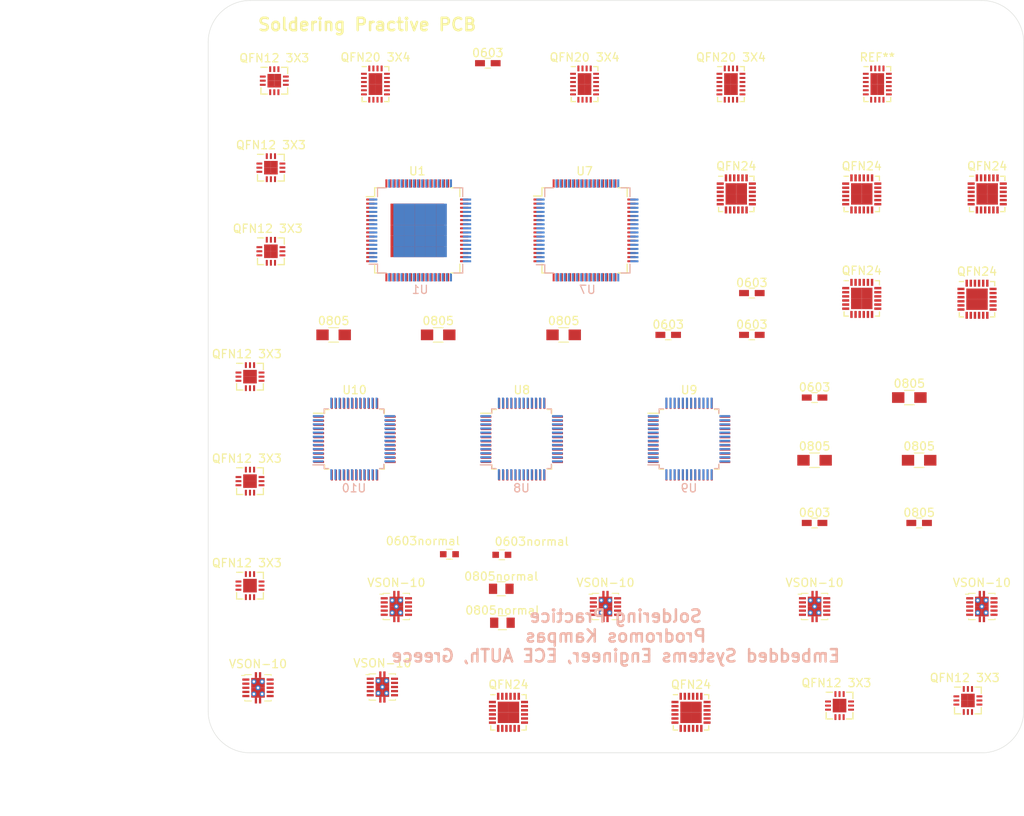
<source format=kicad_pcb>
(kicad_pcb (version 20171130) (host pcbnew "(5.1.5)-3")
  (layers (0 F.Cu signal) (31 B.Cu signal) (34 B.Paste user) (35 F.Paste user) (36 B.SilkS user) (37 F.SilkS user) (38 B.Mask user) (39 F.Mask user) (44 Edge.Cuts user))
  (net 0 "")
  (net 1 "Net-(U1-Pad1)")
  (net 2 "Net-(U1-Pad2)")
  (net 3 "Net-(U1-Pad3)")
  (net 4 "Net-(U1-Pad4)")
  (net 5 "Net-(U1-Pad5)")
  (net 6 "Net-(U1-Pad6)")
  (net 7 "Net-(U1-Pad7)")
  (net 8 "Net-(U1-Pad8)")
  (net 9 "Net-(U1-Pad9)")
  (net 10 "Net-(U1-Pad10)")
  (net 11 "Net-(U1-Pad11)")
  (net 12 "Net-(U1-Pad12)")
  (net 13 "Net-(U1-Pad13)")
  (net 14 "Net-(U1-Pad14)")
  (net 15 "Net-(U1-Pad15)")
  (net 16 "Net-(U1-Pad16)")
  (net 17 "Net-(U1-Pad17)")
  (net 18 "Net-(U1-Pad18)")
  (net 19 "Net-(U1-Pad19)")
  (net 20 "Net-(U1-Pad20)")
  (net 21 "Net-(U1-Pad21)")
  (net 22 "Net-(U1-Pad22)")
  (net 23 "Net-(U1-Pad23)")
  (net 24 "Net-(U1-Pad24)")
  (net 25 "Net-(U1-Pad25)")
  (net 26 "Net-(U1-Pad26)")
  (net 27 "Net-(U1-Pad27)")
  (net 28 "Net-(U1-Pad28)")
  (net 29 "Net-(U1-Pad29)")
  (net 30 "Net-(U1-Pad30)")
  (net 31 "Net-(U1-Pad31)")
  (net 32 "Net-(U1-Pad32)")
  (net 33 "Net-(U1-Pad33)")
  (net 34 "Net-(U1-Pad34)")
  (net 35 "Net-(U1-Pad35)")
  (net 36 "Net-(U1-Pad36)")
  (net 37 "Net-(U1-Pad37)")
  (net 38 "Net-(U1-Pad38)")
  (net 39 "Net-(U1-Pad39)")
  (net 40 "Net-(U1-Pad40)")
  (net 41 "Net-(U1-Pad41)")
  (net 42 "Net-(U1-Pad42)")
  (net 43 "Net-(U1-Pad43)")
  (net 44 "Net-(U1-Pad44)")
  (net 45 "Net-(U1-Pad45)")
  (net 46 "Net-(U1-Pad46)")
  (net 47 "Net-(U1-Pad47)")
  (net 48 "Net-(U1-Pad48)")
  (net 49 "Net-(U1-Pad49)")
  (net 50 "Net-(U1-Pad50)")
  (net 51 "Net-(U1-Pad51)")
  (net 52 "Net-(U1-Pad52)")
  (net 53 "Net-(U1-Pad53)")
  (net 54 "Net-(U1-Pad54)")
  (net 55 "Net-(U1-Pad55)")
  (net 56 "Net-(U1-Pad56)")
  (net 57 "Net-(U1-Pad57)")
  (net 58 "Net-(U1-Pad58)")
  (net 59 "Net-(U1-Pad59)")
  (net 60 "Net-(U1-Pad60)")
  (net 61 "Net-(U1-Pad61)")
  (net 62 "Net-(U1-Pad62)")
  (net 63 "Net-(U1-Pad63)")
  (net 64 "Net-(U1-Pad64)")
  (net 65 "Net-(U2-Pad1)")
  (net 66 "Net-(U2-Pad6)")
  (net 67 "Net-(U2-Pad7)")
  (net 68 "Net-(U2-Pad8)")
  (net 69 "Net-(U2-Pad9)")
  (net 70 "Net-(U2-Pad10)")
  (net 71 "Net-(U2-Pad11)")
  (net 72 "Net-(U2-Pad12)")
  (net 73 "Net-(U2-Pad13)")
  (net 74 "Net-(U2-Pad18)")
  (net 75 "Net-(U2-Pad20)")
  (net 76 "Net-(U2-Pad23)")
  (net 77 "Net-(U2-Pad24)")
  (net 78 "Net-(U3-Pad1)")
  (net 79 "Net-(U3-Pad6)")
  (net 80 "Net-(U3-Pad7)")
  (net 81 "Net-(U3-Pad8)")
  (net 82 "Net-(U3-Pad9)")
  (net 83 "Net-(U3-Pad10)")
  (net 84 "Net-(U3-Pad11)")
  (net 85 "Net-(U3-Pad12)")
  (net 86 "Net-(U3-Pad13)")
  (net 87 "Net-(U3-Pad18)")
  (net 88 "Net-(U3-Pad20)")
  (net 89 "Net-(U3-Pad23)")
  (net 90 "Net-(U3-Pad24)")
  (net 91 "Net-(U4-Pad1)")
  (net 92 "Net-(U4-Pad6)")
  (net 93 "Net-(U4-Pad7)")
  (net 94 "Net-(U4-Pad8)")
  (net 95 "Net-(U4-Pad9)")
  (net 96 "Net-(U4-Pad10)")
  (net 97 "Net-(U4-Pad11)")
  (net 98 "Net-(U4-Pad12)")
  (net 99 "Net-(U4-Pad13)")
  (net 100 "Net-(U4-Pad18)")
  (net 101 "Net-(U4-Pad20)")
  (net 102 "Net-(U4-Pad23)")
  (net 103 "Net-(U4-Pad24)")
  (net 104 "Net-(U5-Pad1)")
  (net 105 "Net-(U5-Pad6)")
  (net 106 "Net-(U5-Pad7)")
  (net 107 "Net-(U5-Pad8)")
  (net 108 "Net-(U5-Pad9)")
  (net 109 "Net-(U5-Pad10)")
  (net 110 "Net-(U5-Pad11)")
  (net 111 "Net-(U5-Pad12)")
  (net 112 "Net-(U5-Pad13)")
  (net 113 "Net-(U5-Pad18)")
  (net 114 "Net-(U5-Pad20)")
  (net 115 "Net-(U5-Pad23)")
  (net 116 "Net-(U5-Pad24)")
  (net 117 "Net-(U6-Pad1)")
  (net 118 "Net-(U6-Pad6)")
  (net 119 "Net-(U6-Pad7)")
  (net 120 "Net-(U6-Pad8)")
  (net 121 "Net-(U6-Pad9)")
  (net 122 "Net-(U6-Pad10)")
  (net 123 "Net-(U6-Pad11)")
  (net 124 "Net-(U6-Pad12)")
  (net 125 "Net-(U6-Pad13)")
  (net 126 "Net-(U6-Pad18)")
  (net 127 "Net-(U6-Pad20)")
  (net 128 "Net-(U6-Pad23)")
  (net 129 "Net-(U6-Pad24)")
  (net 130 "Net-(U7-Pad1)")
  (net 131 "Net-(U7-Pad2)")
  (net 132 "Net-(U7-Pad3)")
  (net 133 "Net-(U7-Pad4)")
  (net 134 "Net-(U7-Pad5)")
  (net 135 "Net-(U7-Pad6)")
  (net 136 "Net-(U7-Pad7)")
  (net 137 "Net-(U7-Pad8)")
  (net 138 "Net-(U7-Pad9)")
  (net 139 "Net-(U7-Pad10)")
  (net 140 "Net-(U7-Pad11)")
  (net 141 "Net-(U7-Pad12)")
  (net 142 "Net-(U7-Pad13)")
  (net 143 "Net-(U7-Pad14)")
  (net 144 "Net-(U7-Pad15)")
  (net 145 "Net-(U7-Pad16)")
  (net 146 "Net-(U7-Pad17)")
  (net 147 "Net-(U7-Pad18)")
  (net 148 "Net-(U7-Pad19)")
  (net 149 "Net-(U7-Pad20)")
  (net 150 "Net-(U7-Pad21)")
  (net 151 "Net-(U7-Pad22)")
  (net 152 "Net-(U7-Pad23)")
  (net 153 "Net-(U7-Pad24)")
  (net 154 "Net-(U7-Pad25)")
  (net 155 "Net-(U7-Pad26)")
  (net 156 "Net-(U7-Pad27)")
  (net 157 "Net-(U7-Pad28)")
  (net 158 "Net-(U7-Pad29)")
  (net 159 "Net-(U7-Pad30)")
  (net 160 "Net-(U7-Pad31)")
  (net 161 "Net-(U7-Pad32)")
  (net 162 "Net-(U7-Pad33)")
  (net 163 "Net-(U7-Pad34)")
  (net 164 "Net-(U7-Pad35)")
  (net 165 "Net-(U7-Pad36)")
  (net 166 "Net-(U7-Pad37)")
  (net 167 "Net-(U7-Pad38)")
  (net 168 "Net-(U7-Pad39)")
  (net 169 "Net-(U7-Pad40)")
  (net 170 "Net-(U7-Pad41)")
  (net 171 "Net-(U7-Pad42)")
  (net 172 "Net-(U7-Pad43)")
  (net 173 "Net-(U7-Pad44)")
  (net 174 "Net-(U7-Pad45)")
  (net 175 "Net-(U7-Pad46)")
  (net 176 "Net-(U7-Pad47)")
  (net 177 "Net-(U7-Pad48)")
  (net 178 "Net-(U7-Pad49)")
  (net 179 "Net-(U7-Pad50)")
  (net 180 "Net-(U7-Pad51)")
  (net 181 "Net-(U7-Pad52)")
  (net 182 "Net-(U7-Pad53)")
  (net 183 "Net-(U7-Pad54)")
  (net 184 "Net-(U7-Pad55)")
  (net 185 "Net-(U7-Pad56)")
  (net 186 "Net-(U7-Pad57)")
  (net 187 "Net-(U7-Pad58)")
  (net 188 "Net-(U7-Pad59)")
  (net 189 "Net-(U7-Pad60)")
  (net 190 "Net-(U7-Pad61)")
  (net 191 "Net-(U7-Pad62)")
  (net 192 "Net-(U7-Pad63)")
  (net 193 "Net-(U7-Pad64)")
  (net 194 "Net-(U8-Pad1)")
  (net 195 "Net-(U8-Pad2)")
  (net 196 "Net-(U8-Pad3)")
  (net 197 "Net-(U8-Pad4)")
  (net 198 "Net-(U8-Pad5)")
  (net 199 "Net-(U8-Pad6)")
  (net 200 "Net-(U8-Pad7)")
  (net 201 "Net-(U8-Pad8)")
  (net 202 "Net-(U8-Pad9)")
  (net 203 "Net-(U8-Pad10)")
  (net 204 "Net-(U8-Pad11)")
  (net 205 "Net-(U8-Pad12)")
  (net 206 "Net-(U8-Pad13)")
  (net 207 "Net-(U8-Pad14)")
  (net 208 "Net-(U8-Pad15)")
  (net 209 "Net-(U8-Pad16)")
  (net 210 "Net-(U8-Pad17)")
  (net 211 "Net-(U8-Pad18)")
  (net 212 "Net-(U8-Pad19)")
  (net 213 "Net-(U8-Pad20)")
  (net 214 "Net-(U8-Pad21)")
  (net 215 "Net-(U8-Pad22)")
  (net 216 "Net-(U8-Pad23)")
  (net 217 "Net-(U8-Pad24)")
  (net 218 "Net-(U8-Pad25)")
  (net 219 "Net-(U8-Pad26)")
  (net 220 "Net-(U8-Pad27)")
  (net 221 "Net-(U8-Pad28)")
  (net 222 "Net-(U8-Pad29)")
  (net 223 "Net-(U8-Pad30)")
  (net 224 "Net-(U8-Pad31)")
  (net 225 "Net-(U8-Pad32)")
  (net 226 "Net-(U8-Pad33)")
  (net 227 "Net-(U8-Pad34)")
  (net 228 "Net-(U8-Pad35)")
  (net 229 "Net-(U8-Pad36)")
  (net 230 "Net-(U8-Pad37)")
  (net 231 "Net-(U8-Pad38)")
  (net 232 "Net-(U8-Pad39)")
  (net 233 "Net-(U8-Pad40)")
  (net 234 "Net-(U8-Pad41)")
  (net 235 "Net-(U8-Pad42)")
  (net 236 "Net-(U8-Pad43)")
  (net 237 "Net-(U8-Pad44)")
  (net 238 "Net-(U8-Pad45)")
  (net 239 "Net-(U8-Pad46)")
  (net 240 "Net-(U8-Pad47)")
  (net 241 "Net-(U8-Pad48)")
  (net 242 "Net-(U9-Pad1)")
  (net 243 "Net-(U9-Pad2)")
  (net 244 "Net-(U9-Pad3)")
  (net 245 "Net-(U9-Pad4)")
  (net 246 "Net-(U9-Pad5)")
  (net 247 "Net-(U9-Pad6)")
  (net 248 "Net-(U9-Pad7)")
  (net 249 "Net-(U9-Pad8)")
  (net 250 "Net-(U9-Pad9)")
  (net 251 "Net-(U9-Pad10)")
  (net 252 "Net-(U9-Pad11)")
  (net 253 "Net-(U9-Pad12)")
  (net 254 "Net-(U9-Pad13)")
  (net 255 "Net-(U9-Pad14)")
  (net 256 "Net-(U9-Pad15)")
  (net 257 "Net-(U9-Pad16)")
  (net 258 "Net-(U9-Pad17)")
  (net 259 "Net-(U9-Pad18)")
  (net 260 "Net-(U9-Pad19)")
  (net 261 "Net-(U9-Pad20)")
  (net 262 "Net-(U9-Pad21)")
  (net 263 "Net-(U9-Pad22)")
  (net 264 "Net-(U9-Pad23)")
  (net 265 "Net-(U9-Pad24)")
  (net 266 "Net-(U9-Pad25)")
  (net 267 "Net-(U9-Pad26)")
  (net 268 "Net-(U9-Pad27)")
  (net 269 "Net-(U9-Pad28)")
  (net 270 "Net-(U9-Pad29)")
  (net 271 "Net-(U9-Pad30)")
  (net 272 "Net-(U9-Pad31)")
  (net 273 "Net-(U9-Pad32)")
  (net 274 "Net-(U9-Pad33)")
  (net 275 "Net-(U9-Pad34)")
  (net 276 "Net-(U9-Pad35)")
  (net 277 "Net-(U9-Pad36)")
  (net 278 "Net-(U9-Pad37)")
  (net 279 "Net-(U9-Pad38)")
  (net 280 "Net-(U9-Pad39)")
  (net 281 "Net-(U9-Pad40)")
  (net 282 "Net-(U9-Pad41)")
  (net 283 "Net-(U9-Pad42)")
  (net 284 "Net-(U9-Pad43)")
  (net 285 "Net-(U9-Pad44)")
  (net 286 "Net-(U9-Pad45)")
  (net 287 "Net-(U9-Pad46)")
  (net 288 "Net-(U9-Pad47)")
  (net 289 "Net-(U9-Pad48)")
  (net 290 "Net-(U10-Pad1)")
  (net 291 "Net-(U10-Pad2)")
  (net 292 "Net-(U10-Pad3)")
  (net 293 "Net-(U10-Pad4)")
  (net 294 "Net-(U10-Pad5)")
  (net 295 "Net-(U10-Pad6)")
  (net 296 "Net-(U10-Pad7)")
  (net 297 "Net-(U10-Pad8)")
  (net 298 "Net-(U10-Pad9)")
  (net 299 "Net-(U10-Pad10)")
  (net 300 "Net-(U10-Pad11)")
  (net 301 "Net-(U10-Pad12)")
  (net 302 "Net-(U10-Pad13)")
  (net 303 "Net-(U10-Pad14)")
  (net 304 "Net-(U10-Pad15)")
  (net 305 "Net-(U10-Pad16)")
  (net 306 "Net-(U10-Pad17)")
  (net 307 "Net-(U10-Pad18)")
  (net 308 "Net-(U10-Pad19)")
  (net 309 "Net-(U10-Pad20)")
  (net 310 "Net-(U10-Pad21)")
  (net 311 "Net-(U10-Pad22)")
  (net 312 "Net-(U10-Pad23)")
  (net 313 "Net-(U10-Pad24)")
  (net 314 "Net-(U10-Pad25)")
  (net 315 "Net-(U10-Pad26)")
  (net 316 "Net-(U10-Pad27)")
  (net 317 "Net-(U10-Pad28)")
  (net 318 "Net-(U10-Pad29)")
  (net 319 "Net-(U10-Pad30)")
  (net 320 "Net-(U10-Pad31)")
  (net 321 "Net-(U10-Pad32)")
  (net 322 "Net-(U10-Pad33)")
  (net 323 "Net-(U10-Pad34)")
  (net 324 "Net-(U10-Pad35)")
  (net 325 "Net-(U10-Pad36)")
  (net 326 "Net-(U10-Pad37)")
  (net 327 "Net-(U10-Pad38)")
  (net 328 "Net-(U10-Pad39)")
  (net 329 "Net-(U10-Pad40)")
  (net 330 "Net-(U10-Pad41)")
  (net 331 "Net-(U10-Pad42)")
  (net 332 "Net-(U10-Pad43)")
  (net 333 "Net-(U10-Pad44)")
  (net 334 "Net-(U10-Pad45)")
  (net 335 "Net-(U10-Pad46)")
  (net 336 "Net-(U10-Pad47)")
  (net 337 "Net-(U10-Pad48)")
  (module Capacitors_SMD:C_0603 (layer F.Cu) (at 87.72398 102.86238)
    (fp_text reference 0603normal (at -3.21818 -1.60782) (layer F.SilkS))
    (fp_text value C_0603)
    (pad 1 smd rect (at -0.75 0) (size 0.8 0.75) (layers F.Cu F.Paste F.Mask))
    (pad 2 smd rect (at 0.75 0) (size 0.8 0.75) (layers F.Cu F.Paste F.Mask))
  )
  (module Capacitors_SMD:C_0603 (layer F.Cu) (at 94.09176 102.9335)
    (fp_text reference 0603normal (at 3.63728 -1.61036) (layer F.SilkS))
    (fp_text value C_0603)
    (pad 2 smd rect (at 0.75 0) (size 0.8 0.75) (layers F.Cu F.Paste F.Mask))
    (pad 1 smd rect (at -0.75 0) (size 0.8 0.75) (layers F.Cu F.Paste F.Mask))
  )
  (module Capacitors_SMD:C_0805 (layer F.Cu) (at 94.16288 111.1885)
    (fp_text reference 0805normal (at 0 -1.5) (layer F.SilkS))
    (fp_text value C_0805)
    (pad 2 smd rect (at 1 0) (size 1 1.25) (layers F.Cu F.Paste F.Mask))
    (pad 1 smd rect (at -1 0) (size 1 1.25) (layers F.Cu F.Paste F.Mask))
  )
  (module Capacitors_SMD:C_0805 (layer F.Cu) (at 94.02318 107.061)
    (fp_text reference 0805normal (at 0 -1.5) (layer F.SilkS))
    (fp_text value C_0805)
    (pad 1 smd rect (at -1 0) (size 1 1.25) (layers F.Cu F.Paste F.Mask))
    (pad 2 smd rect (at 1 0) (size 1 1.25) (layers F.Cu F.Paste F.Mask))
  )
  (module Housings_QFP:LQFP-64-1EP_10x10mm_Pitch0.5mm (layer B.Cu) (at 84.1629 63.50508)
    (fp_text reference U1 (at 0 7.2) (layer B.SilkS) (effects (justify mirror)))
    (fp_text value STM32L431RCTx)
    (pad 65 smd rect (at 2.6 -2.6) (size 1.3 1.3) (layers B.Cu B.Paste B.Mask))
    (pad 65 smd rect (at 1.3 -2.6) (size 1.3 1.3) (layers B.Cu B.Paste B.Mask))
    (pad 65 smd rect (at 0 -2.6) (size 1.3 1.3) (layers B.Cu B.Paste B.Mask))
    (pad 65 smd rect (at -1.3 -2.6) (size 1.3 1.3) (layers B.Cu B.Paste B.Mask))
    (pad 65 smd rect (at -2.6 -2.6) (size 1.3 1.3) (layers B.Cu B.Paste B.Mask))
    (pad 65 smd rect (at 2.6 -1.3) (size 1.3 1.3) (layers B.Cu B.Paste B.Mask))
    (pad 65 smd rect (at 1.3 -1.3) (size 1.3 1.3) (layers B.Cu B.Paste B.Mask))
    (pad 65 smd rect (at 0 -1.3) (size 1.3 1.3) (layers B.Cu B.Paste B.Mask))
    (pad 65 smd rect (at -1.3 -1.3) (size 1.3 1.3) (layers B.Cu B.Paste B.Mask))
    (pad 65 smd rect (at -2.6 -1.3) (size 1.3 1.3) (layers B.Cu B.Paste B.Mask))
    (pad 65 smd rect (at 2.6 0) (size 1.3 1.3) (layers B.Cu B.Paste B.Mask))
    (pad 65 smd rect (at 1.3 0) (size 1.3 1.3) (layers B.Cu B.Paste B.Mask))
    (pad 65 smd rect (at 0 0) (size 1.3 1.3) (layers B.Cu B.Paste B.Mask))
    (pad 65 smd rect (at -1.3 0) (size 1.3 1.3) (layers B.Cu B.Paste B.Mask))
    (pad 65 smd rect (at -2.6 0) (size 1.3 1.3) (layers B.Cu B.Paste B.Mask))
    (pad 65 smd rect (at 2.6 1.3) (size 1.3 1.3) (layers B.Cu B.Paste B.Mask))
    (pad 65 smd rect (at 1.3 1.3) (size 1.3 1.3) (layers B.Cu B.Paste B.Mask))
    (pad 65 smd rect (at 0 1.3) (size 1.3 1.3) (layers B.Cu B.Paste B.Mask))
    (pad 65 smd rect (at -1.3 1.3) (size 1.3 1.3) (layers B.Cu B.Paste B.Mask))
    (pad 65 smd rect (at -2.6 1.3) (size 1.3 1.3) (layers B.Cu B.Paste B.Mask))
    (pad 65 smd rect (at 2.6 2.6) (size 1.3 1.3) (layers B.Cu B.Paste B.Mask))
    (pad 65 smd rect (at 1.3 2.6) (size 1.3 1.3) (layers B.Cu B.Paste B.Mask))
    (pad 65 smd rect (at 0 2.6) (size 1.3 1.3) (layers B.Cu B.Paste B.Mask))
    (pad 65 smd rect (at -1.3 2.6) (size 1.3 1.3) (layers B.Cu B.Paste B.Mask))
    (pad 65 smd rect (at -2.6 2.6) (size 1.3 1.3) (layers B.Cu B.Paste B.Mask))
    (pad 64 smd rect (at -3.75 5.7 270) (size 1 0.25) (layers B.Cu B.Paste B.Mask) (net 64 "Net-(U1-Pad64)"))
    (pad 63 smd rect (at -3.25 5.7 270) (size 1 0.25) (layers B.Cu B.Paste B.Mask) (net 63 "Net-(U1-Pad63)"))
    (pad 62 smd rect (at -2.75 5.7 270) (size 1 0.25) (layers B.Cu B.Paste B.Mask) (net 62 "Net-(U1-Pad62)"))
    (pad 61 smd rect (at -2.25 5.7 270) (size 1 0.25) (layers B.Cu B.Paste B.Mask) (net 61 "Net-(U1-Pad61)"))
    (pad 60 smd rect (at -1.75 5.7 270) (size 1 0.25) (layers B.Cu B.Paste B.Mask) (net 60 "Net-(U1-Pad60)"))
    (pad 59 smd rect (at -1.25 5.7 270) (size 1 0.25) (layers B.Cu B.Paste B.Mask) (net 59 "Net-(U1-Pad59)"))
    (pad 58 smd rect (at -0.75 5.7 270) (size 1 0.25) (layers B.Cu B.Paste B.Mask) (net 58 "Net-(U1-Pad58)"))
    (pad 57 smd rect (at -0.25 5.7 270) (size 1 0.25) (layers B.Cu B.Paste B.Mask) (net 57 "Net-(U1-Pad57)"))
    (pad 56 smd rect (at 0.25 5.7 270) (size 1 0.25) (layers B.Cu B.Paste B.Mask) (net 56 "Net-(U1-Pad56)"))
    (pad 55 smd rect (at 0.75 5.7 270) (size 1 0.25) (layers B.Cu B.Paste B.Mask) (net 55 "Net-(U1-Pad55)"))
    (pad 54 smd rect (at 1.25 5.7 270) (size 1 0.25) (layers B.Cu B.Paste B.Mask) (net 54 "Net-(U1-Pad54)"))
    (pad 53 smd rect (at 1.75 5.7 270) (size 1 0.25) (layers B.Cu B.Paste B.Mask) (net 53 "Net-(U1-Pad53)"))
    (pad 52 smd rect (at 2.25 5.7 270) (size 1 0.25) (layers B.Cu B.Paste B.Mask) (net 52 "Net-(U1-Pad52)"))
    (pad 51 smd rect (at 2.75 5.7 270) (size 1 0.25) (layers B.Cu B.Paste B.Mask) (net 51 "Net-(U1-Pad51)"))
    (pad 50 smd rect (at 3.25 5.7 270) (size 1 0.25) (layers B.Cu B.Paste B.Mask) (net 50 "Net-(U1-Pad50)"))
    (pad 49 smd rect (at 3.75 5.7 270) (size 1 0.25) (layers B.Cu B.Paste B.Mask) (net 49 "Net-(U1-Pad49)"))
    (pad 48 smd rect (at 5.7 3.75) (size 1 0.25) (layers B.Cu B.Paste B.Mask) (net 48 "Net-(U1-Pad48)"))
    (pad 47 smd rect (at 5.7 3.25) (size 1 0.25) (layers B.Cu B.Paste B.Mask) (net 47 "Net-(U1-Pad47)"))
    (pad 46 smd rect (at 5.7 2.75) (size 1 0.25) (layers B.Cu B.Paste B.Mask) (net 46 "Net-(U1-Pad46)"))
    (pad 45 smd rect (at 5.7 2.25) (size 1 0.25) (layers B.Cu B.Paste B.Mask) (net 45 "Net-(U1-Pad45)"))
    (pad 44 smd rect (at 5.7 1.75) (size 1 0.25) (layers B.Cu B.Paste B.Mask) (net 44 "Net-(U1-Pad44)"))
    (pad 43 smd rect (at 5.7 1.25) (size 1 0.25) (layers B.Cu B.Paste B.Mask) (net 43 "Net-(U1-Pad43)"))
    (pad 42 smd rect (at 5.7 0.75) (size 1 0.25) (layers B.Cu B.Paste B.Mask) (net 42 "Net-(U1-Pad42)"))
    (pad 41 smd rect (at 5.7 0.25) (size 1 0.25) (layers B.Cu B.Paste B.Mask) (net 41 "Net-(U1-Pad41)"))
    (pad 40 smd rect (at 5.7 -0.25) (size 1 0.25) (layers B.Cu B.Paste B.Mask) (net 40 "Net-(U1-Pad40)"))
    (pad 39 smd rect (at 5.7 -0.75) (size 1 0.25) (layers B.Cu B.Paste B.Mask) (net 39 "Net-(U1-Pad39)"))
    (pad 38 smd rect (at 5.7 -1.25) (size 1 0.25) (layers B.Cu B.Paste B.Mask) (net 38 "Net-(U1-Pad38)"))
    (pad 37 smd rect (at 5.7 -1.75) (size 1 0.25) (layers B.Cu B.Paste B.Mask) (net 37 "Net-(U1-Pad37)"))
    (pad 36 smd rect (at 5.7 -2.25) (size 1 0.25) (layers B.Cu B.Paste B.Mask) (net 36 "Net-(U1-Pad36)"))
    (pad 35 smd rect (at 5.7 -2.75) (size 1 0.25) (layers B.Cu B.Paste B.Mask) (net 35 "Net-(U1-Pad35)"))
    (pad 34 smd rect (at 5.7 -3.25) (size 1 0.25) (layers B.Cu B.Paste B.Mask) (net 34 "Net-(U1-Pad34)"))
    (pad 33 smd rect (at 5.7 -3.75) (size 1 0.25) (layers B.Cu B.Paste B.Mask) (net 33 "Net-(U1-Pad33)"))
    (pad 32 smd rect (at 3.75 -5.7 270) (size 1 0.25) (layers B.Cu B.Paste B.Mask) (net 32 "Net-(U1-Pad32)"))
    (pad 31 smd rect (at 3.25 -5.7 270) (size 1 0.25) (layers B.Cu B.Paste B.Mask) (net 31 "Net-(U1-Pad31)"))
    (pad 30 smd rect (at 2.75 -5.7 270) (size 1 0.25) (layers B.Cu B.Paste B.Mask) (net 30 "Net-(U1-Pad30)"))
    (pad 29 smd rect (at 2.25 -5.7 270) (size 1 0.25) (layers B.Cu B.Paste B.Mask) (net 29 "Net-(U1-Pad29)"))
    (pad 28 smd rect (at 1.75 -5.7 270) (size 1 0.25) (layers B.Cu B.Paste B.Mask) (net 28 "Net-(U1-Pad28)"))
    (pad 27 smd rect (at 1.25 -5.7 270) (size 1 0.25) (layers B.Cu B.Paste B.Mask) (net 27 "Net-(U1-Pad27)"))
    (pad 26 smd rect (at 0.75 -5.7 270) (size 1 0.25) (layers B.Cu B.Paste B.Mask) (net 26 "Net-(U1-Pad26)"))
    (pad 25 smd rect (at 0.25 -5.7 270) (size 1 0.25) (layers B.Cu B.Paste B.Mask) (net 25 "Net-(U1-Pad25)"))
    (pad 24 smd rect (at -0.25 -5.7 270) (size 1 0.25) (layers B.Cu B.Paste B.Mask) (net 24 "Net-(U1-Pad24)"))
    (pad 23 smd rect (at -0.75 -5.7 270) (size 1 0.25) (layers B.Cu B.Paste B.Mask) (net 23 "Net-(U1-Pad23)"))
    (pad 22 smd rect (at -1.25 -5.7 270) (size 1 0.25) (layers B.Cu B.Paste B.Mask) (net 22 "Net-(U1-Pad22)"))
    (pad 21 smd rect (at -1.75 -5.7 270) (size 1 0.25) (layers B.Cu B.Paste B.Mask) (net 21 "Net-(U1-Pad21)"))
    (pad 20 smd rect (at -2.25 -5.7 270) (size 1 0.25) (layers B.Cu B.Paste B.Mask) (net 20 "Net-(U1-Pad20)"))
    (pad 19 smd rect (at -2.75 -5.7 270) (size 1 0.25) (layers B.Cu B.Paste B.Mask) (net 19 "Net-(U1-Pad19)"))
    (pad 18 smd rect (at -3.25 -5.7 270) (size 1 0.25) (layers B.Cu B.Paste B.Mask) (net 18 "Net-(U1-Pad18)"))
    (pad 17 smd rect (at -3.75 -5.7 270) (size 1 0.25) (layers B.Cu B.Paste B.Mask) (net 17 "Net-(U1-Pad17)"))
    (pad 16 smd rect (at -5.7 -3.75) (size 1 0.25) (layers B.Cu B.Paste B.Mask) (net 16 "Net-(U1-Pad16)"))
    (pad 15 smd rect (at -5.7 -3.25) (size 1 0.25) (layers B.Cu B.Paste B.Mask) (net 15 "Net-(U1-Pad15)"))
    (pad 14 smd rect (at -5.7 -2.75) (size 1 0.25) (layers B.Cu B.Paste B.Mask) (net 14 "Net-(U1-Pad14)"))
    (pad 13 smd rect (at -5.7 -2.25) (size 1 0.25) (layers B.Cu B.Paste B.Mask) (net 13 "Net-(U1-Pad13)"))
    (pad 12 smd rect (at -5.7 -1.75) (size 1 0.25) (layers B.Cu B.Paste B.Mask) (net 12 "Net-(U1-Pad12)"))
    (pad 11 smd rect (at -5.7 -1.25) (size 1 0.25) (layers B.Cu B.Paste B.Mask) (net 11 "Net-(U1-Pad11)"))
    (pad 10 smd rect (at -5.7 -0.75) (size 1 0.25) (layers B.Cu B.Paste B.Mask) (net 10 "Net-(U1-Pad10)"))
    (pad 9 smd rect (at -5.7 -0.25) (size 1 0.25) (layers B.Cu B.Paste B.Mask) (net 9 "Net-(U1-Pad9)"))
    (pad 8 smd rect (at -5.7 0.25) (size 1 0.25) (layers B.Cu B.Paste B.Mask) (net 8 "Net-(U1-Pad8)"))
    (pad 7 smd rect (at -5.7 0.75) (size 1 0.25) (layers B.Cu B.Paste B.Mask) (net 7 "Net-(U1-Pad7)"))
    (pad 6 smd rect (at -5.7 1.25) (size 1 0.25) (layers B.Cu B.Paste B.Mask) (net 6 "Net-(U1-Pad6)"))
    (pad 5 smd rect (at -5.7 1.75) (size 1 0.25) (layers B.Cu B.Paste B.Mask) (net 5 "Net-(U1-Pad5)"))
    (pad 4 smd rect (at -5.7 2.25) (size 1 0.25) (layers B.Cu B.Paste B.Mask) (net 4 "Net-(U1-Pad4)"))
    (pad 3 smd rect (at -5.7 2.75) (size 1 0.25) (layers B.Cu B.Paste B.Mask) (net 3 "Net-(U1-Pad3)"))
    (pad 2 smd rect (at -5.7 3.25) (size 1 0.25) (layers B.Cu B.Paste B.Mask) (net 2 "Net-(U1-Pad2)"))
    (pad 1 smd rect (at -5.7 3.75) (size 1 0.25) (layers B.Cu B.Paste B.Mask) (net 1 "Net-(U1-Pad1)"))
  )
  (module Housings_QFP:LQFP-64_10x10mm_Pitch0.5mm (layer B.Cu) (at 104.4829 63.50508)
    (fp_text reference U7 (at 0 7.2) (layer B.SilkS) (effects (justify mirror)))
    (fp_text value STM32L431RCTx)
    (pad 64 smd rect (at -3.75 5.7 270) (size 1 0.25) (layers B.Cu B.Paste B.Mask) (net 193 "Net-(U7-Pad64)"))
    (pad 63 smd rect (at -3.25 5.7 270) (size 1 0.25) (layers B.Cu B.Paste B.Mask) (net 192 "Net-(U7-Pad63)"))
    (pad 62 smd rect (at -2.75 5.7 270) (size 1 0.25) (layers B.Cu B.Paste B.Mask) (net 191 "Net-(U7-Pad62)"))
    (pad 61 smd rect (at -2.25 5.7 270) (size 1 0.25) (layers B.Cu B.Paste B.Mask) (net 190 "Net-(U7-Pad61)"))
    (pad 60 smd rect (at -1.75 5.7 270) (size 1 0.25) (layers B.Cu B.Paste B.Mask) (net 189 "Net-(U7-Pad60)"))
    (pad 59 smd rect (at -1.25 5.7 270) (size 1 0.25) (layers B.Cu B.Paste B.Mask) (net 188 "Net-(U7-Pad59)"))
    (pad 58 smd rect (at -0.75 5.7 270) (size 1 0.25) (layers B.Cu B.Paste B.Mask) (net 187 "Net-(U7-Pad58)"))
    (pad 57 smd rect (at -0.25 5.7 270) (size 1 0.25) (layers B.Cu B.Paste B.Mask) (net 186 "Net-(U7-Pad57)"))
    (pad 56 smd rect (at 0.25 5.7 270) (size 1 0.25) (layers B.Cu B.Paste B.Mask) (net 185 "Net-(U7-Pad56)"))
    (pad 55 smd rect (at 0.75 5.7 270) (size 1 0.25) (layers B.Cu B.Paste B.Mask) (net 184 "Net-(U7-Pad55)"))
    (pad 54 smd rect (at 1.25 5.7 270) (size 1 0.25) (layers B.Cu B.Paste B.Mask) (net 183 "Net-(U7-Pad54)"))
    (pad 53 smd rect (at 1.75 5.7 270) (size 1 0.25) (layers B.Cu B.Paste B.Mask) (net 182 "Net-(U7-Pad53)"))
    (pad 52 smd rect (at 2.25 5.7 270) (size 1 0.25) (layers B.Cu B.Paste B.Mask) (net 181 "Net-(U7-Pad52)"))
    (pad 51 smd rect (at 2.75 5.7 270) (size 1 0.25) (layers B.Cu B.Paste B.Mask) (net 180 "Net-(U7-Pad51)"))
    (pad 50 smd rect (at 3.25 5.7 270) (size 1 0.25) (layers B.Cu B.Paste B.Mask) (net 179 "Net-(U7-Pad50)"))
    (pad 49 smd rect (at 3.75 5.7 270) (size 1 0.25) (layers B.Cu B.Paste B.Mask) (net 178 "Net-(U7-Pad49)"))
    (pad 48 smd rect (at 5.7 3.75) (size 1 0.25) (layers B.Cu B.Paste B.Mask) (net 177 "Net-(U7-Pad48)"))
    (pad 47 smd rect (at 5.7 3.25) (size 1 0.25) (layers B.Cu B.Paste B.Mask) (net 176 "Net-(U7-Pad47)"))
    (pad 46 smd rect (at 5.7 2.75) (size 1 0.25) (layers B.Cu B.Paste B.Mask) (net 175 "Net-(U7-Pad46)"))
    (pad 45 smd rect (at 5.7 2.25) (size 1 0.25) (layers B.Cu B.Paste B.Mask) (net 174 "Net-(U7-Pad45)"))
    (pad 44 smd rect (at 5.7 1.75) (size 1 0.25) (layers B.Cu B.Paste B.Mask) (net 173 "Net-(U7-Pad44)"))
    (pad 43 smd rect (at 5.7 1.25) (size 1 0.25) (layers B.Cu B.Paste B.Mask) (net 172 "Net-(U7-Pad43)"))
    (pad 42 smd rect (at 5.7 0.75) (size 1 0.25) (layers B.Cu B.Paste B.Mask) (net 171 "Net-(U7-Pad42)"))
    (pad 41 smd rect (at 5.7 0.25) (size 1 0.25) (layers B.Cu B.Paste B.Mask) (net 170 "Net-(U7-Pad41)"))
    (pad 40 smd rect (at 5.7 -0.25) (size 1 0.25) (layers B.Cu B.Paste B.Mask) (net 169 "Net-(U7-Pad40)"))
    (pad 39 smd rect (at 5.7 -0.75) (size 1 0.25) (layers B.Cu B.Paste B.Mask) (net 168 "Net-(U7-Pad39)"))
    (pad 38 smd rect (at 5.7 -1.25) (size 1 0.25) (layers B.Cu B.Paste B.Mask) (net 167 "Net-(U7-Pad38)"))
    (pad 37 smd rect (at 5.7 -1.75) (size 1 0.25) (layers B.Cu B.Paste B.Mask) (net 166 "Net-(U7-Pad37)"))
    (pad 36 smd rect (at 5.7 -2.25) (size 1 0.25) (layers B.Cu B.Paste B.Mask) (net 165 "Net-(U7-Pad36)"))
    (pad 35 smd rect (at 5.7 -2.75) (size 1 0.25) (layers B.Cu B.Paste B.Mask) (net 164 "Net-(U7-Pad35)"))
    (pad 34 smd rect (at 5.7 -3.25) (size 1 0.25) (layers B.Cu B.Paste B.Mask) (net 163 "Net-(U7-Pad34)"))
    (pad 33 smd rect (at 5.7 -3.75) (size 1 0.25) (layers B.Cu B.Paste B.Mask) (net 162 "Net-(U7-Pad33)"))
    (pad 32 smd rect (at 3.75 -5.7 270) (size 1 0.25) (layers B.Cu B.Paste B.Mask) (net 161 "Net-(U7-Pad32)"))
    (pad 31 smd rect (at 3.25 -5.7 270) (size 1 0.25) (layers B.Cu B.Paste B.Mask) (net 160 "Net-(U7-Pad31)"))
    (pad 30 smd rect (at 2.75 -5.7 270) (size 1 0.25) (layers B.Cu B.Paste B.Mask) (net 159 "Net-(U7-Pad30)"))
    (pad 29 smd rect (at 2.25 -5.7 270) (size 1 0.25) (layers B.Cu B.Paste B.Mask) (net 158 "Net-(U7-Pad29)"))
    (pad 28 smd rect (at 1.75 -5.7 270) (size 1 0.25) (layers B.Cu B.Paste B.Mask) (net 157 "Net-(U7-Pad28)"))
    (pad 27 smd rect (at 1.25 -5.7 270) (size 1 0.25) (layers B.Cu B.Paste B.Mask) (net 156 "Net-(U7-Pad27)"))
    (pad 26 smd rect (at 0.75 -5.7 270) (size 1 0.25) (layers B.Cu B.Paste B.Mask) (net 155 "Net-(U7-Pad26)"))
    (pad 25 smd rect (at 0.25 -5.7 270) (size 1 0.25) (layers B.Cu B.Paste B.Mask) (net 154 "Net-(U7-Pad25)"))
    (pad 24 smd rect (at -0.25 -5.7 270) (size 1 0.25) (layers B.Cu B.Paste B.Mask) (net 153 "Net-(U7-Pad24)"))
    (pad 23 smd rect (at -0.75 -5.7 270) (size 1 0.25) (layers B.Cu B.Paste B.Mask) (net 152 "Net-(U7-Pad23)"))
    (pad 22 smd rect (at -1.25 -5.7 270) (size 1 0.25) (layers B.Cu B.Paste B.Mask) (net 151 "Net-(U7-Pad22)"))
    (pad 21 smd rect (at -1.75 -5.7 270) (size 1 0.25) (layers B.Cu B.Paste B.Mask) (net 150 "Net-(U7-Pad21)"))
    (pad 20 smd rect (at -2.25 -5.7 270) (size 1 0.25) (layers B.Cu B.Paste B.Mask) (net 149 "Net-(U7-Pad20)"))
    (pad 19 smd rect (at -2.75 -5.7 270) (size 1 0.25) (layers B.Cu B.Paste B.Mask) (net 148 "Net-(U7-Pad19)"))
    (pad 18 smd rect (at -3.25 -5.7 270) (size 1 0.25) (layers B.Cu B.Paste B.Mask) (net 147 "Net-(U7-Pad18)"))
    (pad 17 smd rect (at -3.75 -5.7 270) (size 1 0.25) (layers B.Cu B.Paste B.Mask) (net 146 "Net-(U7-Pad17)"))
    (pad 16 smd rect (at -5.7 -3.75) (size 1 0.25) (layers B.Cu B.Paste B.Mask) (net 145 "Net-(U7-Pad16)"))
    (pad 15 smd rect (at -5.7 -3.25) (size 1 0.25) (layers B.Cu B.Paste B.Mask) (net 144 "Net-(U7-Pad15)"))
    (pad 14 smd rect (at -5.7 -2.75) (size 1 0.25) (layers B.Cu B.Paste B.Mask) (net 143 "Net-(U7-Pad14)"))
    (pad 13 smd rect (at -5.7 -2.25) (size 1 0.25) (layers B.Cu B.Paste B.Mask) (net 142 "Net-(U7-Pad13)"))
    (pad 12 smd rect (at -5.7 -1.75) (size 1 0.25) (layers B.Cu B.Paste B.Mask) (net 141 "Net-(U7-Pad12)"))
    (pad 11 smd rect (at -5.7 -1.25) (size 1 0.25) (layers B.Cu B.Paste B.Mask) (net 140 "Net-(U7-Pad11)"))
    (pad 10 smd rect (at -5.7 -0.75) (size 1 0.25) (layers B.Cu B.Paste B.Mask) (net 139 "Net-(U7-Pad10)"))
    (pad 9 smd rect (at -5.7 -0.25) (size 1 0.25) (layers B.Cu B.Paste B.Mask) (net 138 "Net-(U7-Pad9)"))
    (pad 8 smd rect (at -5.7 0.25) (size 1 0.25) (layers B.Cu B.Paste B.Mask) (net 137 "Net-(U7-Pad8)"))
    (pad 7 smd rect (at -5.7 0.75) (size 1 0.25) (layers B.Cu B.Paste B.Mask) (net 136 "Net-(U7-Pad7)"))
    (pad 6 smd rect (at -5.7 1.25) (size 1 0.25) (layers B.Cu B.Paste B.Mask) (net 135 "Net-(U7-Pad6)"))
    (pad 5 smd rect (at -5.7 1.75) (size 1 0.25) (layers B.Cu B.Paste B.Mask) (net 134 "Net-(U7-Pad5)"))
    (pad 4 smd rect (at -5.7 2.25) (size 1 0.25) (layers B.Cu B.Paste B.Mask) (net 133 "Net-(U7-Pad4)"))
    (pad 3 smd rect (at -5.7 2.75) (size 1 0.25) (layers B.Cu B.Paste B.Mask) (net 132 "Net-(U7-Pad3)"))
    (pad 2 smd rect (at -5.7 3.25) (size 1 0.25) (layers B.Cu B.Paste B.Mask) (net 131 "Net-(U7-Pad2)"))
    (pad 1 smd rect (at -5.7 3.75) (size 1 0.25) (layers B.Cu B.Paste B.Mask) (net 130 "Net-(U7-Pad1)"))
  )
  (module Housings_QFP:LQFP-48_7x7mm_Pitch0.5mm (layer B.Cu) (at 76.13142 88.82634)
    (fp_text reference U10 (at 0 6) (layer B.SilkS) (effects (justify mirror)))
    (fp_text value STM32L431CCTx)
    (pad 48 smd rect (at -2.75 4.35 270) (size 1.3 0.25) (layers B.Cu B.Paste B.Mask) (net 337 "Net-(U10-Pad48)"))
    (pad 47 smd rect (at -2.25 4.35 270) (size 1.3 0.25) (layers B.Cu B.Paste B.Mask) (net 336 "Net-(U10-Pad47)"))
    (pad 46 smd rect (at -1.75 4.35 270) (size 1.3 0.25) (layers B.Cu B.Paste B.Mask) (net 335 "Net-(U10-Pad46)"))
    (pad 45 smd rect (at -1.25 4.35 270) (size 1.3 0.25) (layers B.Cu B.Paste B.Mask) (net 334 "Net-(U10-Pad45)"))
    (pad 44 smd rect (at -0.75 4.35 270) (size 1.3 0.25) (layers B.Cu B.Paste B.Mask) (net 333 "Net-(U10-Pad44)"))
    (pad 43 smd rect (at -0.25 4.35 270) (size 1.3 0.25) (layers B.Cu B.Paste B.Mask) (net 332 "Net-(U10-Pad43)"))
    (pad 42 smd rect (at 0.25 4.35 270) (size 1.3 0.25) (layers B.Cu B.Paste B.Mask) (net 331 "Net-(U10-Pad42)"))
    (pad 41 smd rect (at 0.75 4.35 270) (size 1.3 0.25) (layers B.Cu B.Paste B.Mask) (net 330 "Net-(U10-Pad41)"))
    (pad 40 smd rect (at 1.25 4.35 270) (size 1.3 0.25) (layers B.Cu B.Paste B.Mask) (net 329 "Net-(U10-Pad40)"))
    (pad 39 smd rect (at 1.75 4.35 270) (size 1.3 0.25) (layers B.Cu B.Paste B.Mask) (net 328 "Net-(U10-Pad39)"))
    (pad 38 smd rect (at 2.25 4.35 270) (size 1.3 0.25) (layers B.Cu B.Paste B.Mask) (net 327 "Net-(U10-Pad38)"))
    (pad 37 smd rect (at 2.75 4.35 270) (size 1.3 0.25) (layers B.Cu B.Paste B.Mask) (net 326 "Net-(U10-Pad37)"))
    (pad 36 smd rect (at 4.35 2.75) (size 1.3 0.25) (layers B.Cu B.Paste B.Mask) (net 325 "Net-(U10-Pad36)"))
    (pad 35 smd rect (at 4.35 2.25) (size 1.3 0.25) (layers B.Cu B.Paste B.Mask) (net 324 "Net-(U10-Pad35)"))
    (pad 34 smd rect (at 4.35 1.75) (size 1.3 0.25) (layers B.Cu B.Paste B.Mask) (net 323 "Net-(U10-Pad34)"))
    (pad 33 smd rect (at 4.35 1.25) (size 1.3 0.25) (layers B.Cu B.Paste B.Mask) (net 322 "Net-(U10-Pad33)"))
    (pad 32 smd rect (at 4.35 0.75) (size 1.3 0.25) (layers B.Cu B.Paste B.Mask) (net 321 "Net-(U10-Pad32)"))
    (pad 31 smd rect (at 4.35 0.25) (size 1.3 0.25) (layers B.Cu B.Paste B.Mask) (net 320 "Net-(U10-Pad31)"))
    (pad 30 smd rect (at 4.35 -0.25) (size 1.3 0.25) (layers B.Cu B.Paste B.Mask) (net 319 "Net-(U10-Pad30)"))
    (pad 29 smd rect (at 4.35 -0.75) (size 1.3 0.25) (layers B.Cu B.Paste B.Mask) (net 318 "Net-(U10-Pad29)"))
    (pad 28 smd rect (at 4.35 -1.25) (size 1.3 0.25) (layers B.Cu B.Paste B.Mask) (net 317 "Net-(U10-Pad28)"))
    (pad 27 smd rect (at 4.35 -1.75) (size 1.3 0.25) (layers B.Cu B.Paste B.Mask) (net 316 "Net-(U10-Pad27)"))
    (pad 26 smd rect (at 4.35 -2.25) (size 1.3 0.25) (layers B.Cu B.Paste B.Mask) (net 315 "Net-(U10-Pad26)"))
    (pad 25 smd rect (at 4.35 -2.75) (size 1.3 0.25) (layers B.Cu B.Paste B.Mask) (net 314 "Net-(U10-Pad25)"))
    (pad 24 smd rect (at 2.75 -4.35 270) (size 1.3 0.25) (layers B.Cu B.Paste B.Mask) (net 313 "Net-(U10-Pad24)"))
    (pad 23 smd rect (at 2.25 -4.35 270) (size 1.3 0.25) (layers B.Cu B.Paste B.Mask) (net 312 "Net-(U10-Pad23)"))
    (pad 22 smd rect (at 1.75 -4.35 270) (size 1.3 0.25) (layers B.Cu B.Paste B.Mask) (net 311 "Net-(U10-Pad22)"))
    (pad 21 smd rect (at 1.25 -4.35 270) (size 1.3 0.25) (layers B.Cu B.Paste B.Mask) (net 310 "Net-(U10-Pad21)"))
    (pad 20 smd rect (at 0.75 -4.35 270) (size 1.3 0.25) (layers B.Cu B.Paste B.Mask) (net 309 "Net-(U10-Pad20)"))
    (pad 19 smd rect (at 0.25 -4.35 270) (size 1.3 0.25) (layers B.Cu B.Paste B.Mask) (net 308 "Net-(U10-Pad19)"))
    (pad 18 smd rect (at -0.25 -4.35 270) (size 1.3 0.25) (layers B.Cu B.Paste B.Mask) (net 307 "Net-(U10-Pad18)"))
    (pad 17 smd rect (at -0.75 -4.35 270) (size 1.3 0.25) (layers B.Cu B.Paste B.Mask) (net 306 "Net-(U10-Pad17)"))
    (pad 16 smd rect (at -1.25 -4.35 270) (size 1.3 0.25) (layers B.Cu B.Paste B.Mask) (net 305 "Net-(U10-Pad16)"))
    (pad 15 smd rect (at -1.75 -4.35 270) (size 1.3 0.25) (layers B.Cu B.Paste B.Mask) (net 304 "Net-(U10-Pad15)"))
    (pad 14 smd rect (at -2.25 -4.35 270) (size 1.3 0.25) (layers B.Cu B.Paste B.Mask) (net 303 "Net-(U10-Pad14)"))
    (pad 13 smd rect (at -2.75 -4.35 270) (size 1.3 0.25) (layers B.Cu B.Paste B.Mask) (net 302 "Net-(U10-Pad13)"))
    (pad 12 smd rect (at -4.35 -2.75) (size 1.3 0.25) (layers B.Cu B.Paste B.Mask) (net 301 "Net-(U10-Pad12)"))
    (pad 11 smd rect (at -4.35 -2.25) (size 1.3 0.25) (layers B.Cu B.Paste B.Mask) (net 300 "Net-(U10-Pad11)"))
    (pad 10 smd rect (at -4.35 -1.75) (size 1.3 0.25) (layers B.Cu B.Paste B.Mask) (net 299 "Net-(U10-Pad10)"))
    (pad 9 smd rect (at -4.35 -1.25) (size 1.3 0.25) (layers B.Cu B.Paste B.Mask) (net 298 "Net-(U10-Pad9)"))
    (pad 8 smd rect (at -4.35 -0.75) (size 1.3 0.25) (layers B.Cu B.Paste B.Mask) (net 297 "Net-(U10-Pad8)"))
    (pad 7 smd rect (at -4.35 -0.25) (size 1.3 0.25) (layers B.Cu B.Paste B.Mask) (net 296 "Net-(U10-Pad7)"))
    (pad 6 smd rect (at -4.35 0.25) (size 1.3 0.25) (layers B.Cu B.Paste B.Mask) (net 295 "Net-(U10-Pad6)"))
    (pad 5 smd rect (at -4.35 0.75) (size 1.3 0.25) (layers B.Cu B.Paste B.Mask) (net 294 "Net-(U10-Pad5)"))
    (pad 4 smd rect (at -4.35 1.25) (size 1.3 0.25) (layers B.Cu B.Paste B.Mask) (net 293 "Net-(U10-Pad4)"))
    (pad 3 smd rect (at -4.35 1.75) (size 1.3 0.25) (layers B.Cu B.Paste B.Mask) (net 292 "Net-(U10-Pad3)"))
    (pad 2 smd rect (at -4.35 2.25) (size 1.3 0.25) (layers B.Cu B.Paste B.Mask) (net 291 "Net-(U10-Pad2)"))
    (pad 1 smd rect (at -4.35 2.75) (size 1.3 0.25) (layers B.Cu B.Paste B.Mask) (net 290 "Net-(U10-Pad1)"))
  )
  (module Housings_QFP:LQFP-48_7x7mm_Pitch0.5mm (layer B.Cu) (at 116.82476 88.82634)
    (fp_text reference U9 (at 0 6) (layer B.SilkS) (effects (justify mirror)))
    (fp_text value STM32L431CCTx)
    (pad 48 smd rect (at -2.75 4.35 270) (size 1.3 0.25) (layers B.Cu B.Paste B.Mask) (net 289 "Net-(U9-Pad48)"))
    (pad 47 smd rect (at -2.25 4.35 270) (size 1.3 0.25) (layers B.Cu B.Paste B.Mask) (net 288 "Net-(U9-Pad47)"))
    (pad 46 smd rect (at -1.75 4.35 270) (size 1.3 0.25) (layers B.Cu B.Paste B.Mask) (net 287 "Net-(U9-Pad46)"))
    (pad 45 smd rect (at -1.25 4.35 270) (size 1.3 0.25) (layers B.Cu B.Paste B.Mask) (net 286 "Net-(U9-Pad45)"))
    (pad 44 smd rect (at -0.75 4.35 270) (size 1.3 0.25) (layers B.Cu B.Paste B.Mask) (net 285 "Net-(U9-Pad44)"))
    (pad 43 smd rect (at -0.25 4.35 270) (size 1.3 0.25) (layers B.Cu B.Paste B.Mask) (net 284 "Net-(U9-Pad43)"))
    (pad 42 smd rect (at 0.25 4.35 270) (size 1.3 0.25) (layers B.Cu B.Paste B.Mask) (net 283 "Net-(U9-Pad42)"))
    (pad 41 smd rect (at 0.75 4.35 270) (size 1.3 0.25) (layers B.Cu B.Paste B.Mask) (net 282 "Net-(U9-Pad41)"))
    (pad 40 smd rect (at 1.25 4.35 270) (size 1.3 0.25) (layers B.Cu B.Paste B.Mask) (net 281 "Net-(U9-Pad40)"))
    (pad 39 smd rect (at 1.75 4.35 270) (size 1.3 0.25) (layers B.Cu B.Paste B.Mask) (net 280 "Net-(U9-Pad39)"))
    (pad 38 smd rect (at 2.25 4.35 270) (size 1.3 0.25) (layers B.Cu B.Paste B.Mask) (net 279 "Net-(U9-Pad38)"))
    (pad 37 smd rect (at 2.75 4.35 270) (size 1.3 0.25) (layers B.Cu B.Paste B.Mask) (net 278 "Net-(U9-Pad37)"))
    (pad 36 smd rect (at 4.35 2.75) (size 1.3 0.25) (layers B.Cu B.Paste B.Mask) (net 277 "Net-(U9-Pad36)"))
    (pad 35 smd rect (at 4.35 2.25) (size 1.3 0.25) (layers B.Cu B.Paste B.Mask) (net 276 "Net-(U9-Pad35)"))
    (pad 34 smd rect (at 4.35 1.75) (size 1.3 0.25) (layers B.Cu B.Paste B.Mask) (net 275 "Net-(U9-Pad34)"))
    (pad 33 smd rect (at 4.35 1.25) (size 1.3 0.25) (layers B.Cu B.Paste B.Mask) (net 274 "Net-(U9-Pad33)"))
    (pad 32 smd rect (at 4.35 0.75) (size 1.3 0.25) (layers B.Cu B.Paste B.Mask) (net 273 "Net-(U9-Pad32)"))
    (pad 31 smd rect (at 4.35 0.25) (size 1.3 0.25) (layers B.Cu B.Paste B.Mask) (net 272 "Net-(U9-Pad31)"))
    (pad 30 smd rect (at 4.35 -0.25) (size 1.3 0.25) (layers B.Cu B.Paste B.Mask) (net 271 "Net-(U9-Pad30)"))
    (pad 29 smd rect (at 4.35 -0.75) (size 1.3 0.25) (layers B.Cu B.Paste B.Mask) (net 270 "Net-(U9-Pad29)"))
    (pad 28 smd rect (at 4.35 -1.25) (size 1.3 0.25) (layers B.Cu B.Paste B.Mask) (net 269 "Net-(U9-Pad28)"))
    (pad 27 smd rect (at 4.35 -1.75) (size 1.3 0.25) (layers B.Cu B.Paste B.Mask) (net 268 "Net-(U9-Pad27)"))
    (pad 26 smd rect (at 4.35 -2.25) (size 1.3 0.25) (layers B.Cu B.Paste B.Mask) (net 267 "Net-(U9-Pad26)"))
    (pad 25 smd rect (at 4.35 -2.75) (size 1.3 0.25) (layers B.Cu B.Paste B.Mask) (net 266 "Net-(U9-Pad25)"))
    (pad 24 smd rect (at 2.75 -4.35 270) (size 1.3 0.25) (layers B.Cu B.Paste B.Mask) (net 265 "Net-(U9-Pad24)"))
    (pad 23 smd rect (at 2.25 -4.35 270) (size 1.3 0.25) (layers B.Cu B.Paste B.Mask) (net 264 "Net-(U9-Pad23)"))
    (pad 22 smd rect (at 1.75 -4.35 270) (size 1.3 0.25) (layers B.Cu B.Paste B.Mask) (net 263 "Net-(U9-Pad22)"))
    (pad 21 smd rect (at 1.25 -4.35 270) (size 1.3 0.25) (layers B.Cu B.Paste B.Mask) (net 262 "Net-(U9-Pad21)"))
    (pad 20 smd rect (at 0.75 -4.35 270) (size 1.3 0.25) (layers B.Cu B.Paste B.Mask) (net 261 "Net-(U9-Pad20)"))
    (pad 19 smd rect (at 0.25 -4.35 270) (size 1.3 0.25) (layers B.Cu B.Paste B.Mask) (net 260 "Net-(U9-Pad19)"))
    (pad 18 smd rect (at -0.25 -4.35 270) (size 1.3 0.25) (layers B.Cu B.Paste B.Mask) (net 259 "Net-(U9-Pad18)"))
    (pad 17 smd rect (at -0.75 -4.35 270) (size 1.3 0.25) (layers B.Cu B.Paste B.Mask) (net 258 "Net-(U9-Pad17)"))
    (pad 16 smd rect (at -1.25 -4.35 270) (size 1.3 0.25) (layers B.Cu B.Paste B.Mask) (net 257 "Net-(U9-Pad16)"))
    (pad 15 smd rect (at -1.75 -4.35 270) (size 1.3 0.25) (layers B.Cu B.Paste B.Mask) (net 256 "Net-(U9-Pad15)"))
    (pad 14 smd rect (at -2.25 -4.35 270) (size 1.3 0.25) (layers B.Cu B.Paste B.Mask) (net 255 "Net-(U9-Pad14)"))
    (pad 13 smd rect (at -2.75 -4.35 270) (size 1.3 0.25) (layers B.Cu B.Paste B.Mask) (net 254 "Net-(U9-Pad13)"))
    (pad 12 smd rect (at -4.35 -2.75) (size 1.3 0.25) (layers B.Cu B.Paste B.Mask) (net 253 "Net-(U9-Pad12)"))
    (pad 11 smd rect (at -4.35 -2.25) (size 1.3 0.25) (layers B.Cu B.Paste B.Mask) (net 252 "Net-(U9-Pad11)"))
    (pad 10 smd rect (at -4.35 -1.75) (size 1.3 0.25) (layers B.Cu B.Paste B.Mask) (net 251 "Net-(U9-Pad10)"))
    (pad 9 smd rect (at -4.35 -1.25) (size 1.3 0.25) (layers B.Cu B.Paste B.Mask) (net 250 "Net-(U9-Pad9)"))
    (pad 8 smd rect (at -4.35 -0.75) (size 1.3 0.25) (layers B.Cu B.Paste B.Mask) (net 249 "Net-(U9-Pad8)"))
    (pad 7 smd rect (at -4.35 -0.25) (size 1.3 0.25) (layers B.Cu B.Paste B.Mask) (net 248 "Net-(U9-Pad7)"))
    (pad 6 smd rect (at -4.35 0.25) (size 1.3 0.25) (layers B.Cu B.Paste B.Mask) (net 247 "Net-(U9-Pad6)"))
    (pad 5 smd rect (at -4.35 0.75) (size 1.3 0.25) (layers B.Cu B.Paste B.Mask) (net 246 "Net-(U9-Pad5)"))
    (pad 4 smd rect (at -4.35 1.25) (size 1.3 0.25) (layers B.Cu B.Paste B.Mask) (net 245 "Net-(U9-Pad4)"))
    (pad 3 smd rect (at -4.35 1.75) (size 1.3 0.25) (layers B.Cu B.Paste B.Mask) (net 244 "Net-(U9-Pad3)"))
    (pad 2 smd rect (at -4.35 2.25) (size 1.3 0.25) (layers B.Cu B.Paste B.Mask) (net 243 "Net-(U9-Pad2)"))
    (pad 1 smd rect (at -4.35 2.75) (size 1.3 0.25) (layers B.Cu B.Paste B.Mask) (net 242 "Net-(U9-Pad1)"))
  )
  (module Housings_QFP:LQFP-48_7x7mm_Pitch0.5mm (layer B.Cu) (at 96.47936 88.82634)
    (fp_text reference U8 (at 0 6) (layer B.SilkS) (effects (justify mirror)))
    (fp_text value STM32L431CCTx)
    (pad 48 smd rect (at -2.75 4.35 270) (size 1.3 0.25) (layers B.Cu B.Paste B.Mask) (net 241 "Net-(U8-Pad48)"))
    (pad 47 smd rect (at -2.25 4.35 270) (size 1.3 0.25) (layers B.Cu B.Paste B.Mask) (net 240 "Net-(U8-Pad47)"))
    (pad 46 smd rect (at -1.75 4.35 270) (size 1.3 0.25) (layers B.Cu B.Paste B.Mask) (net 239 "Net-(U8-Pad46)"))
    (pad 45 smd rect (at -1.25 4.35 270) (size 1.3 0.25) (layers B.Cu B.Paste B.Mask) (net 238 "Net-(U8-Pad45)"))
    (pad 44 smd rect (at -0.75 4.35 270) (size 1.3 0.25) (layers B.Cu B.Paste B.Mask) (net 237 "Net-(U8-Pad44)"))
    (pad 43 smd rect (at -0.25 4.35 270) (size 1.3 0.25) (layers B.Cu B.Paste B.Mask) (net 236 "Net-(U8-Pad43)"))
    (pad 42 smd rect (at 0.25 4.35 270) (size 1.3 0.25) (layers B.Cu B.Paste B.Mask) (net 235 "Net-(U8-Pad42)"))
    (pad 41 smd rect (at 0.75 4.35 270) (size 1.3 0.25) (layers B.Cu B.Paste B.Mask) (net 234 "Net-(U8-Pad41)"))
    (pad 40 smd rect (at 1.25 4.35 270) (size 1.3 0.25) (layers B.Cu B.Paste B.Mask) (net 233 "Net-(U8-Pad40)"))
    (pad 39 smd rect (at 1.75 4.35 270) (size 1.3 0.25) (layers B.Cu B.Paste B.Mask) (net 232 "Net-(U8-Pad39)"))
    (pad 38 smd rect (at 2.25 4.35 270) (size 1.3 0.25) (layers B.Cu B.Paste B.Mask) (net 231 "Net-(U8-Pad38)"))
    (pad 37 smd rect (at 2.75 4.35 270) (size 1.3 0.25) (layers B.Cu B.Paste B.Mask) (net 230 "Net-(U8-Pad37)"))
    (pad 36 smd rect (at 4.35 2.75) (size 1.3 0.25) (layers B.Cu B.Paste B.Mask) (net 229 "Net-(U8-Pad36)"))
    (pad 35 smd rect (at 4.35 2.25) (size 1.3 0.25) (layers B.Cu B.Paste B.Mask) (net 228 "Net-(U8-Pad35)"))
    (pad 34 smd rect (at 4.35 1.75) (size 1.3 0.25) (layers B.Cu B.Paste B.Mask) (net 227 "Net-(U8-Pad34)"))
    (pad 33 smd rect (at 4.35 1.25) (size 1.3 0.25) (layers B.Cu B.Paste B.Mask) (net 226 "Net-(U8-Pad33)"))
    (pad 32 smd rect (at 4.35 0.75) (size 1.3 0.25) (layers B.Cu B.Paste B.Mask) (net 225 "Net-(U8-Pad32)"))
    (pad 31 smd rect (at 4.35 0.25) (size 1.3 0.25) (layers B.Cu B.Paste B.Mask) (net 224 "Net-(U8-Pad31)"))
    (pad 30 smd rect (at 4.35 -0.25) (size 1.3 0.25) (layers B.Cu B.Paste B.Mask) (net 223 "Net-(U8-Pad30)"))
    (pad 29 smd rect (at 4.35 -0.75) (size 1.3 0.25) (layers B.Cu B.Paste B.Mask) (net 222 "Net-(U8-Pad29)"))
    (pad 28 smd rect (at 4.35 -1.25) (size 1.3 0.25) (layers B.Cu B.Paste B.Mask) (net 221 "Net-(U8-Pad28)"))
    (pad 27 smd rect (at 4.35 -1.75) (size 1.3 0.25) (layers B.Cu B.Paste B.Mask) (net 220 "Net-(U8-Pad27)"))
    (pad 26 smd rect (at 4.35 -2.25) (size 1.3 0.25) (layers B.Cu B.Paste B.Mask) (net 219 "Net-(U8-Pad26)"))
    (pad 25 smd rect (at 4.35 -2.75) (size 1.3 0.25) (layers B.Cu B.Paste B.Mask) (net 218 "Net-(U8-Pad25)"))
    (pad 24 smd rect (at 2.75 -4.35 270) (size 1.3 0.25) (layers B.Cu B.Paste B.Mask) (net 217 "Net-(U8-Pad24)"))
    (pad 23 smd rect (at 2.25 -4.35 270) (size 1.3 0.25) (layers B.Cu B.Paste B.Mask) (net 216 "Net-(U8-Pad23)"))
    (pad 22 smd rect (at 1.75 -4.35 270) (size 1.3 0.25) (layers B.Cu B.Paste B.Mask) (net 215 "Net-(U8-Pad22)"))
    (pad 21 smd rect (at 1.25 -4.35 270) (size 1.3 0.25) (layers B.Cu B.Paste B.Mask) (net 214 "Net-(U8-Pad21)"))
    (pad 20 smd rect (at 0.75 -4.35 270) (size 1.3 0.25) (layers B.Cu B.Paste B.Mask) (net 213 "Net-(U8-Pad20)"))
    (pad 19 smd rect (at 0.25 -4.35 270) (size 1.3 0.25) (layers B.Cu B.Paste B.Mask) (net 212 "Net-(U8-Pad19)"))
    (pad 18 smd rect (at -0.25 -4.35 270) (size 1.3 0.25) (layers B.Cu B.Paste B.Mask) (net 211 "Net-(U8-Pad18)"))
    (pad 17 smd rect (at -0.75 -4.35 270) (size 1.3 0.25) (layers B.Cu B.Paste B.Mask) (net 210 "Net-(U8-Pad17)"))
    (pad 16 smd rect (at -1.25 -4.35 270) (size 1.3 0.25) (layers B.Cu B.Paste B.Mask) (net 209 "Net-(U8-Pad16)"))
    (pad 15 smd rect (at -1.75 -4.35 270) (size 1.3 0.25) (layers B.Cu B.Paste B.Mask) (net 208 "Net-(U8-Pad15)"))
    (pad 14 smd rect (at -2.25 -4.35 270) (size 1.3 0.25) (layers B.Cu B.Paste B.Mask) (net 207 "Net-(U8-Pad14)"))
    (pad 13 smd rect (at -2.75 -4.35 270) (size 1.3 0.25) (layers B.Cu B.Paste B.Mask) (net 206 "Net-(U8-Pad13)"))
    (pad 12 smd rect (at -4.35 -2.75) (size 1.3 0.25) (layers B.Cu B.Paste B.Mask) (net 205 "Net-(U8-Pad12)"))
    (pad 11 smd rect (at -4.35 -2.25) (size 1.3 0.25) (layers B.Cu B.Paste B.Mask) (net 204 "Net-(U8-Pad11)"))
    (pad 10 smd rect (at -4.35 -1.75) (size 1.3 0.25) (layers B.Cu B.Paste B.Mask) (net 203 "Net-(U8-Pad10)"))
    (pad 9 smd rect (at -4.35 -1.25) (size 1.3 0.25) (layers B.Cu B.Paste B.Mask) (net 202 "Net-(U8-Pad9)"))
    (pad 8 smd rect (at -4.35 -0.75) (size 1.3 0.25) (layers B.Cu B.Paste B.Mask) (net 201 "Net-(U8-Pad8)"))
    (pad 7 smd rect (at -4.35 -0.25) (size 1.3 0.25) (layers B.Cu B.Paste B.Mask) (net 200 "Net-(U8-Pad7)"))
    (pad 6 smd rect (at -4.35 0.25) (size 1.3 0.25) (layers B.Cu B.Paste B.Mask) (net 199 "Net-(U8-Pad6)"))
    (pad 5 smd rect (at -4.35 0.75) (size 1.3 0.25) (layers B.Cu B.Paste B.Mask) (net 198 "Net-(U8-Pad5)"))
    (pad 4 smd rect (at -4.35 1.25) (size 1.3 0.25) (layers B.Cu B.Paste B.Mask) (net 197 "Net-(U8-Pad4)"))
    (pad 3 smd rect (at -4.35 1.75) (size 1.3 0.25) (layers B.Cu B.Paste B.Mask) (net 196 "Net-(U8-Pad3)"))
    (pad 2 smd rect (at -4.35 2.25) (size 1.3 0.25) (layers B.Cu B.Paste B.Mask) (net 195 "Net-(U8-Pad2)"))
    (pad 1 smd rect (at -4.35 2.75) (size 1.3 0.25) (layers B.Cu B.Paste B.Mask) (net 194 "Net-(U8-Pad1)"))
  )
  (module Housings_DFN_QFN:QFN-24-1EP_4x4mm_Pitch0.5mm (layer F.Cu) (at 117.07114 122.08002)
    (fp_text reference QFN24 (at 0 -3.375) (layer F.SilkS))
    (fp_text value MPU-6050)
    (pad 1 smd rect (at -1.95 -1.25) (size 0.85 0.3) (layers F.Cu F.Paste F.Mask) (net 91 "Net-(U4-Pad1)"))
    (pad 2 smd rect (at -1.95 -0.75) (size 0.85 0.3) (layers F.Cu F.Paste F.Mask))
    (pad 3 smd rect (at -1.95 -0.25) (size 0.85 0.3) (layers F.Cu F.Paste F.Mask))
    (pad 4 smd rect (at -1.95 0.25) (size 0.85 0.3) (layers F.Cu F.Paste F.Mask))
    (pad 5 smd rect (at -1.95 0.75) (size 0.85 0.3) (layers F.Cu F.Paste F.Mask))
    (pad 6 smd rect (at -1.95 1.25) (size 0.85 0.3) (layers F.Cu F.Paste F.Mask) (net 92 "Net-(U4-Pad6)"))
    (pad 7 smd rect (at -1.25 1.95 90) (size 0.85 0.3) (layers F.Cu F.Paste F.Mask) (net 93 "Net-(U4-Pad7)"))
    (pad 8 smd rect (at -0.75 1.95 90) (size 0.85 0.3) (layers F.Cu F.Paste F.Mask) (net 94 "Net-(U4-Pad8)"))
    (pad 9 smd rect (at -0.25 1.95 90) (size 0.85 0.3) (layers F.Cu F.Paste F.Mask) (net 95 "Net-(U4-Pad9)"))
    (pad 10 smd rect (at 0.25 1.95 90) (size 0.85 0.3) (layers F.Cu F.Paste F.Mask) (net 96 "Net-(U4-Pad10)"))
    (pad 11 smd rect (at 0.75 1.95 90) (size 0.85 0.3) (layers F.Cu F.Paste F.Mask) (net 97 "Net-(U4-Pad11)"))
    (pad 12 smd rect (at 1.25 1.95 90) (size 0.85 0.3) (layers F.Cu F.Paste F.Mask) (net 98 "Net-(U4-Pad12)"))
    (pad 13 smd rect (at 1.95 1.25) (size 0.85 0.3) (layers F.Cu F.Paste F.Mask) (net 99 "Net-(U4-Pad13)"))
    (pad 14 smd rect (at 1.95 0.75) (size 0.85 0.3) (layers F.Cu F.Paste F.Mask))
    (pad 15 smd rect (at 1.95 0.25) (size 0.85 0.3) (layers F.Cu F.Paste F.Mask))
    (pad 16 smd rect (at 1.95 -0.25) (size 0.85 0.3) (layers F.Cu F.Paste F.Mask))
    (pad 17 smd rect (at 1.95 -0.75) (size 0.85 0.3) (layers F.Cu F.Paste F.Mask))
    (pad 18 smd rect (at 1.95 -1.25) (size 0.85 0.3) (layers F.Cu F.Paste F.Mask) (net 100 "Net-(U4-Pad18)"))
    (pad 19 smd rect (at 1.25 -1.95 90) (size 0.85 0.3) (layers F.Cu F.Paste F.Mask))
    (pad 20 smd rect (at 0.75 -1.95 90) (size 0.85 0.3) (layers F.Cu F.Paste F.Mask) (net 101 "Net-(U4-Pad20)"))
    (pad 21 smd rect (at 0.25 -1.95 90) (size 0.85 0.3) (layers F.Cu F.Paste F.Mask))
    (pad 22 smd rect (at -0.25 -1.95 90) (size 0.85 0.3) (layers F.Cu F.Paste F.Mask))
    (pad 23 smd rect (at -0.75 -1.95 90) (size 0.85 0.3) (layers F.Cu F.Paste F.Mask) (net 102 "Net-(U4-Pad23)"))
    (pad 24 smd rect (at -1.25 -1.95 90) (size 0.85 0.3) (layers F.Cu F.Paste F.Mask) (net 103 "Net-(U4-Pad24)"))
    (pad 25 smd rect (at 0.65 0.65) (size 1.3 1.3) (layers F.Cu F.Paste F.Mask))
    (pad 25 smd rect (at 0.65 -0.65) (size 1.3 1.3) (layers F.Cu F.Paste F.Mask))
    (pad 25 smd rect (at -0.65 0.65) (size 1.3 1.3) (layers F.Cu F.Paste F.Mask))
    (pad 25 smd rect (at -0.65 -0.65) (size 1.3 1.3) (layers F.Cu F.Paste F.Mask))
  )
  (module Housings_DFN_QFN:QFN-24-1EP_4x4mm_Pitch0.5mm (layer F.Cu) (at 94.89694 122.08002)
    (fp_text reference QFN24 (at 0 -3.375) (layer F.SilkS))
    (fp_text value MPU-6050)
    (pad 25 smd rect (at -0.65 -0.65) (size 1.3 1.3) (layers F.Cu F.Paste F.Mask))
    (pad 25 smd rect (at -0.65 0.65) (size 1.3 1.3) (layers F.Cu F.Paste F.Mask))
    (pad 25 smd rect (at 0.65 -0.65) (size 1.3 1.3) (layers F.Cu F.Paste F.Mask))
    (pad 25 smd rect (at 0.65 0.65) (size 1.3 1.3) (layers F.Cu F.Paste F.Mask))
    (pad 24 smd rect (at -1.25 -1.95 90) (size 0.85 0.3) (layers F.Cu F.Paste F.Mask) (net 103 "Net-(U4-Pad24)"))
    (pad 23 smd rect (at -0.75 -1.95 90) (size 0.85 0.3) (layers F.Cu F.Paste F.Mask) (net 102 "Net-(U4-Pad23)"))
    (pad 22 smd rect (at -0.25 -1.95 90) (size 0.85 0.3) (layers F.Cu F.Paste F.Mask))
    (pad 21 smd rect (at 0.25 -1.95 90) (size 0.85 0.3) (layers F.Cu F.Paste F.Mask))
    (pad 20 smd rect (at 0.75 -1.95 90) (size 0.85 0.3) (layers F.Cu F.Paste F.Mask) (net 101 "Net-(U4-Pad20)"))
    (pad 19 smd rect (at 1.25 -1.95 90) (size 0.85 0.3) (layers F.Cu F.Paste F.Mask))
    (pad 18 smd rect (at 1.95 -1.25) (size 0.85 0.3) (layers F.Cu F.Paste F.Mask) (net 100 "Net-(U4-Pad18)"))
    (pad 17 smd rect (at 1.95 -0.75) (size 0.85 0.3) (layers F.Cu F.Paste F.Mask))
    (pad 16 smd rect (at 1.95 -0.25) (size 0.85 0.3) (layers F.Cu F.Paste F.Mask))
    (pad 15 smd rect (at 1.95 0.25) (size 0.85 0.3) (layers F.Cu F.Paste F.Mask))
    (pad 14 smd rect (at 1.95 0.75) (size 0.85 0.3) (layers F.Cu F.Paste F.Mask))
    (pad 13 smd rect (at 1.95 1.25) (size 0.85 0.3) (layers F.Cu F.Paste F.Mask) (net 99 "Net-(U4-Pad13)"))
    (pad 12 smd rect (at 1.25 1.95 90) (size 0.85 0.3) (layers F.Cu F.Paste F.Mask) (net 98 "Net-(U4-Pad12)"))
    (pad 11 smd rect (at 0.75 1.95 90) (size 0.85 0.3) (layers F.Cu F.Paste F.Mask) (net 97 "Net-(U4-Pad11)"))
    (pad 10 smd rect (at 0.25 1.95 90) (size 0.85 0.3) (layers F.Cu F.Paste F.Mask) (net 96 "Net-(U4-Pad10)"))
    (pad 9 smd rect (at -0.25 1.95 90) (size 0.85 0.3) (layers F.Cu F.Paste F.Mask) (net 95 "Net-(U4-Pad9)"))
    (pad 8 smd rect (at -0.75 1.95 90) (size 0.85 0.3) (layers F.Cu F.Paste F.Mask) (net 94 "Net-(U4-Pad8)"))
    (pad 7 smd rect (at -1.25 1.95 90) (size 0.85 0.3) (layers F.Cu F.Paste F.Mask) (net 93 "Net-(U4-Pad7)"))
    (pad 6 smd rect (at -1.95 1.25) (size 0.85 0.3) (layers F.Cu F.Paste F.Mask) (net 92 "Net-(U4-Pad6)"))
    (pad 5 smd rect (at -1.95 0.75) (size 0.85 0.3) (layers F.Cu F.Paste F.Mask))
    (pad 4 smd rect (at -1.95 0.25) (size 0.85 0.3) (layers F.Cu F.Paste F.Mask))
    (pad 3 smd rect (at -1.95 -0.25) (size 0.85 0.3) (layers F.Cu F.Paste F.Mask))
    (pad 2 smd rect (at -1.95 -0.75) (size 0.85 0.3) (layers F.Cu F.Paste F.Mask))
    (pad 1 smd rect (at -1.95 -1.25) (size 0.85 0.3) (layers F.Cu F.Paste F.Mask) (net 91 "Net-(U4-Pad1)"))
  )
  (module Housings_DFN_QFN:QFN-12-1EP_3x3mm_Pitch0.5mm (layer F.Cu) (at 135.11276 121.2596)
    (fp_text reference "QFN12 3X3 " (at 0 -2.75) (layer F.SilkS))
    (fp_text value QFN-12-1EP_3x3mm_Pitch0.5mm)
    (pad 1 smd rect (at -1.4 -0.5) (size 0.7 0.25) (layers F.Cu F.Paste F.Mask))
    (pad 2 smd rect (at -1.4 0) (size 0.7 0.25) (layers F.Cu F.Paste F.Mask))
    (pad 3 smd rect (at -1.4 0.5) (size 0.7 0.25) (layers F.Cu F.Paste F.Mask))
    (pad 4 smd rect (at -0.5 1.4 90) (size 0.7 0.25) (layers F.Cu F.Paste F.Mask))
    (pad 5 smd rect (at 0 1.4 90) (size 0.7 0.25) (layers F.Cu F.Paste F.Mask))
    (pad 6 smd rect (at 0.5 1.4 90) (size 0.7 0.25) (layers F.Cu F.Paste F.Mask))
    (pad 7 smd rect (at 1.4 0.5) (size 0.7 0.25) (layers F.Cu F.Paste F.Mask))
    (pad 8 smd rect (at 1.4 0) (size 0.7 0.25) (layers F.Cu F.Paste F.Mask))
    (pad 9 smd rect (at 1.4 -0.5) (size 0.7 0.25) (layers F.Cu F.Paste F.Mask))
    (pad 10 smd rect (at 0.5 -1.4 90) (size 0.7 0.25) (layers F.Cu F.Paste F.Mask))
    (pad 11 smd rect (at 0 -1.4 90) (size 0.7 0.25) (layers F.Cu F.Paste F.Mask))
    (pad 12 smd rect (at -0.5 -1.4 90) (size 0.7 0.25) (layers F.Cu F.Paste F.Mask))
    (pad 13 smd rect (at 0.4125 0.4125) (size 0.825 0.825) (layers F.Cu F.Paste F.Mask))
    (pad 13 smd rect (at 0.4125 -0.4125) (size 0.825 0.825) (layers F.Cu F.Paste F.Mask))
    (pad 13 smd rect (at -0.4125 0.4125) (size 0.825 0.825) (layers F.Cu F.Paste F.Mask))
    (pad 13 smd rect (at -0.4125 -0.4125) (size 0.825 0.825) (layers F.Cu F.Paste F.Mask))
  )
  (module Housings_DFN_QFN:QFN-12-1EP_3x3mm_Pitch0.5mm (layer F.Cu) (at 150.70328 120.6373)
    (fp_text reference "QFN12 3X3 " (at 0 -2.75) (layer F.SilkS))
    (fp_text value QFN-12-1EP_3x3mm_Pitch0.5mm)
    (pad 13 smd rect (at -0.4125 -0.4125) (size 0.825 0.825) (layers F.Cu F.Paste F.Mask))
    (pad 13 smd rect (at -0.4125 0.4125) (size 0.825 0.825) (layers F.Cu F.Paste F.Mask))
    (pad 13 smd rect (at 0.4125 -0.4125) (size 0.825 0.825) (layers F.Cu F.Paste F.Mask))
    (pad 13 smd rect (at 0.4125 0.4125) (size 0.825 0.825) (layers F.Cu F.Paste F.Mask))
    (pad 12 smd rect (at -0.5 -1.4 90) (size 0.7 0.25) (layers F.Cu F.Paste F.Mask))
    (pad 11 smd rect (at 0 -1.4 90) (size 0.7 0.25) (layers F.Cu F.Paste F.Mask))
    (pad 10 smd rect (at 0.5 -1.4 90) (size 0.7 0.25) (layers F.Cu F.Paste F.Mask))
    (pad 9 smd rect (at 1.4 -0.5) (size 0.7 0.25) (layers F.Cu F.Paste F.Mask))
    (pad 8 smd rect (at 1.4 0) (size 0.7 0.25) (layers F.Cu F.Paste F.Mask))
    (pad 7 smd rect (at 1.4 0.5) (size 0.7 0.25) (layers F.Cu F.Paste F.Mask))
    (pad 6 smd rect (at 0.5 1.4 90) (size 0.7 0.25) (layers F.Cu F.Paste F.Mask))
    (pad 5 smd rect (at 0 1.4 90) (size 0.7 0.25) (layers F.Cu F.Paste F.Mask))
    (pad 4 smd rect (at -0.5 1.4 90) (size 0.7 0.25) (layers F.Cu F.Paste F.Mask))
    (pad 3 smd rect (at -1.4 0.5) (size 0.7 0.25) (layers F.Cu F.Paste F.Mask))
    (pad 2 smd rect (at -1.4 0) (size 0.7 0.25) (layers F.Cu F.Paste F.Mask))
    (pad 1 smd rect (at -1.4 -0.5) (size 0.7 0.25) (layers F.Cu F.Paste F.Mask))
  )
  (module Housings_SON:VSON-10-1EP_3x3mm_Pitch0.5mm_ThermalPad (layer F.Cu) (at 79.58074 119.00154)
    (fp_text reference VSON-10 (at 0 -2.9) (layer F.SilkS))
    (fp_text value VSON-10-1EP_3x3mm_Pitch0.5mm_ThermalPad)
    (pad 1 smd rect (at -1.475 -1) (size 0.85 0.28) (layers F.Cu F.Paste F.Mask))
    (pad 2 smd rect (at -1.475 -0.5) (size 0.85 0.28) (layers F.Cu F.Paste F.Mask))
    (pad 3 smd rect (at -1.475 0) (size 0.85 0.28) (layers F.Cu F.Paste F.Mask))
    (pad 4 smd rect (at -1.475 0.5) (size 0.85 0.28) (layers F.Cu F.Paste F.Mask))
    (pad 5 smd rect (at -1.475 1) (size 0.85 0.28) (layers F.Cu F.Paste F.Mask))
    (pad 6 smd rect (at 1.475 1) (size 0.85 0.28) (layers F.Cu F.Paste F.Mask))
    (pad 7 smd rect (at 1.475 0.5) (size 0.85 0.28) (layers F.Cu F.Paste F.Mask))
    (pad 8 smd rect (at 1.475 0) (size 0.85 0.28) (layers F.Cu F.Paste F.Mask))
    (pad 9 smd rect (at 1.475 -0.5) (size 0.85 0.28) (layers F.Cu F.Paste F.Mask))
    (pad 10 smd rect (at 1.475 -1) (size 0.85 0.28) (layers F.Cu F.Paste F.Mask))
    (pad 11 smd rect (at -0.4125 -0.6) (size 0.825 1.2) (layers F.Cu F.Paste F.Mask))
    (pad 11 smd rect (at -0.4125 0.6) (size 0.825 1.2) (layers F.Cu F.Paste F.Mask))
    (pad 11 smd rect (at 0.4125 -0.6) (size 0.825 1.2) (layers F.Cu F.Paste F.Mask))
    (pad 11 smd rect (at 0.4125 0.6) (size 0.825 1.2) (layers F.Cu F.Paste F.Mask))
    (pad 11 smd rect (at -0.25 -1.55) (size 0.28 0.7) (layers F.Cu F.Paste F.Mask))
    (pad 11 smd rect (at -0.25 1.55) (size 0.28 0.7) (layers F.Cu F.Paste F.Mask))
    (pad 11 smd rect (at 0.25 -1.55) (size 0.28 0.7) (layers F.Cu F.Paste F.Mask))
    (pad 11 smd rect (at 0.25 1.55) (size 0.28 0.7) (layers F.Cu F.Paste F.Mask))
    (pad 11 thru_hole circle (at -0.5 -0.75) (size 0.6 0.6) (drill 0.3) (layers *.Cu *.Mask))
    (pad 11 thru_hole circle (at -0.5 0.75) (size 0.6 0.6) (drill 0.3) (layers *.Cu *.Mask))
    (pad 11 thru_hole circle (at 0.5 -0.75) (size 0.6 0.6) (drill 0.3) (layers *.Cu *.Mask))
    (pad 11 thru_hole circle (at 0.5 0.75) (size 0.6 0.6) (drill 0.3) (layers *.Cu *.Mask))
    (pad 11 thru_hole circle (at 0 0) (size 0.6 0.6) (drill 0.3) (layers *.Cu *.Mask))
  )
  (module Housings_SON:VSON-10-1EP_3x3mm_Pitch0.5mm_ThermalPad (layer F.Cu) (at 64.47282 119.09806)
    (fp_text reference VSON-10 (at 0 -2.9) (layer F.SilkS))
    (fp_text value VSON-10-1EP_3x3mm_Pitch0.5mm_ThermalPad)
    (pad 11 thru_hole circle (at 0 0) (size 0.6 0.6) (drill 0.3) (layers *.Cu *.Mask))
    (pad 11 thru_hole circle (at 0.5 0.75) (size 0.6 0.6) (drill 0.3) (layers *.Cu *.Mask))
    (pad 11 thru_hole circle (at 0.5 -0.75) (size 0.6 0.6) (drill 0.3) (layers *.Cu *.Mask))
    (pad 11 thru_hole circle (at -0.5 0.75) (size 0.6 0.6) (drill 0.3) (layers *.Cu *.Mask))
    (pad 11 thru_hole circle (at -0.5 -0.75) (size 0.6 0.6) (drill 0.3) (layers *.Cu *.Mask))
    (pad 11 smd rect (at 0.25 1.55) (size 0.28 0.7) (layers F.Cu F.Paste F.Mask))
    (pad 11 smd rect (at 0.25 -1.55) (size 0.28 0.7) (layers F.Cu F.Paste F.Mask))
    (pad 11 smd rect (at -0.25 1.55) (size 0.28 0.7) (layers F.Cu F.Paste F.Mask))
    (pad 11 smd rect (at -0.25 -1.55) (size 0.28 0.7) (layers F.Cu F.Paste F.Mask))
    (pad 11 smd rect (at 0.4125 0.6) (size 0.825 1.2) (layers F.Cu F.Paste F.Mask))
    (pad 11 smd rect (at 0.4125 -0.6) (size 0.825 1.2) (layers F.Cu F.Paste F.Mask))
    (pad 11 smd rect (at -0.4125 0.6) (size 0.825 1.2) (layers F.Cu F.Paste F.Mask))
    (pad 11 smd rect (at -0.4125 -0.6) (size 0.825 1.2) (layers F.Cu F.Paste F.Mask))
    (pad 10 smd rect (at 1.475 -1) (size 0.85 0.28) (layers F.Cu F.Paste F.Mask))
    (pad 9 smd rect (at 1.475 -0.5) (size 0.85 0.28) (layers F.Cu F.Paste F.Mask))
    (pad 8 smd rect (at 1.475 0) (size 0.85 0.28) (layers F.Cu F.Paste F.Mask))
    (pad 7 smd rect (at 1.475 0.5) (size 0.85 0.28) (layers F.Cu F.Paste F.Mask))
    (pad 6 smd rect (at 1.475 1) (size 0.85 0.28) (layers F.Cu F.Paste F.Mask))
    (pad 5 smd rect (at -1.475 1) (size 0.85 0.28) (layers F.Cu F.Paste F.Mask))
    (pad 4 smd rect (at -1.475 0.5) (size 0.85 0.28) (layers F.Cu F.Paste F.Mask))
    (pad 3 smd rect (at -1.475 0) (size 0.85 0.28) (layers F.Cu F.Paste F.Mask))
    (pad 2 smd rect (at -1.475 -0.5) (size 0.85 0.28) (layers F.Cu F.Paste F.Mask))
    (pad 1 smd rect (at -1.475 -1) (size 0.85 0.28) (layers F.Cu F.Paste F.Mask))
  )
  (module Housings_DFN_QFN:QFN-12-1EP_3x3mm_Pitch0.5mm (layer F.Cu) (at 66.4525 45.3075)
    (fp_text reference "QFN12 3X3" (at 0 -2.75) (layer F.SilkS))
    (fp_text value QFN-12-1EP_3x3mm_Pitch0.5mm)
    (pad 13 smd rect (at -0.4125 -0.4125) (size 0.825 0.825) (layers F.Cu F.Paste F.Mask))
    (pad 13 smd rect (at -0.4125 0.4125) (size 0.825 0.825) (layers F.Cu F.Paste F.Mask))
    (pad 13 smd rect (at 0.4125 -0.4125) (size 0.825 0.825) (layers F.Cu F.Paste F.Mask))
    (pad 13 smd rect (at 0.4125 0.4125) (size 0.825 0.825) (layers F.Cu F.Paste F.Mask))
    (pad 12 smd rect (at -0.5 -1.4 90) (size 0.7 0.25) (layers F.Cu F.Paste F.Mask))
    (pad 11 smd rect (at 0 -1.4 90) (size 0.7 0.25) (layers F.Cu F.Paste F.Mask))
    (pad 10 smd rect (at 0.5 -1.4 90) (size 0.7 0.25) (layers F.Cu F.Paste F.Mask))
    (pad 9 smd rect (at 1.4 -0.5) (size 0.7 0.25) (layers F.Cu F.Paste F.Mask))
    (pad 8 smd rect (at 1.4 0) (size 0.7 0.25) (layers F.Cu F.Paste F.Mask))
    (pad 7 smd rect (at 1.4 0.5) (size 0.7 0.25) (layers F.Cu F.Paste F.Mask))
    (pad 6 smd rect (at 0.5 1.4 90) (size 0.7 0.25) (layers F.Cu F.Paste F.Mask))
    (pad 5 smd rect (at 0 1.4 90) (size 0.7 0.25) (layers F.Cu F.Paste F.Mask))
    (pad 4 smd rect (at -0.5 1.4 90) (size 0.7 0.25) (layers F.Cu F.Paste F.Mask))
    (pad 3 smd rect (at -1.4 0.5) (size 0.7 0.25) (layers F.Cu F.Paste F.Mask))
    (pad 2 smd rect (at -1.4 0) (size 0.7 0.25) (layers F.Cu F.Paste F.Mask))
    (pad 1 smd rect (at -1.4 -0.5) (size 0.7 0.25) (layers F.Cu F.Paste F.Mask))
  )
  (module Housings_DFN_QFN:QFN-12-1EP_3x3mm_Pitch0.5mm (layer F.Cu) (at 63.5 81.28)
    (fp_text reference "QFN12 3X3 " (at 0 -2.75) (layer F.SilkS))
    (fp_text value QFN-12-1EP_3x3mm_Pitch0.5mm)
    (pad 1 smd rect (at -1.4 -0.5) (size 0.7 0.25) (layers F.Cu F.Paste F.Mask))
    (pad 2 smd rect (at -1.4 0) (size 0.7 0.25) (layers F.Cu F.Paste F.Mask))
    (pad 3 smd rect (at -1.4 0.5) (size 0.7 0.25) (layers F.Cu F.Paste F.Mask))
    (pad 4 smd rect (at -0.5 1.4 90) (size 0.7 0.25) (layers F.Cu F.Paste F.Mask))
    (pad 5 smd rect (at 0 1.4 90) (size 0.7 0.25) (layers F.Cu F.Paste F.Mask))
    (pad 6 smd rect (at 0.5 1.4 90) (size 0.7 0.25) (layers F.Cu F.Paste F.Mask))
    (pad 7 smd rect (at 1.4 0.5) (size 0.7 0.25) (layers F.Cu F.Paste F.Mask))
    (pad 8 smd rect (at 1.4 0) (size 0.7 0.25) (layers F.Cu F.Paste F.Mask))
    (pad 9 smd rect (at 1.4 -0.5) (size 0.7 0.25) (layers F.Cu F.Paste F.Mask))
    (pad 10 smd rect (at 0.5 -1.4 90) (size 0.7 0.25) (layers F.Cu F.Paste F.Mask))
    (pad 11 smd rect (at 0 -1.4 90) (size 0.7 0.25) (layers F.Cu F.Paste F.Mask))
    (pad 12 smd rect (at -0.5 -1.4 90) (size 0.7 0.25) (layers F.Cu F.Paste F.Mask))
    (pad 13 smd rect (at 0.4125 0.4125) (size 0.825 0.825) (layers F.Cu F.Paste F.Mask))
    (pad 13 smd rect (at 0.4125 -0.4125) (size 0.825 0.825) (layers F.Cu F.Paste F.Mask))
    (pad 13 smd rect (at -0.4125 0.4125) (size 0.825 0.825) (layers F.Cu F.Paste F.Mask))
    (pad 13 smd rect (at -0.4125 -0.4125) (size 0.825 0.825) (layers F.Cu F.Paste F.Mask))
  )
  (module Housings_DFN_QFN:QFN-12-1EP_3x3mm_Pitch0.5mm (layer F.Cu) (at 63.5 93.98)
    (fp_text reference "QFN12 3X3 " (at 0 -2.75) (layer F.SilkS))
    (fp_text value QFN-12-1EP_3x3mm_Pitch0.5mm)
    (pad 13 smd rect (at -0.4125 -0.4125) (size 0.825 0.825) (layers F.Cu F.Paste F.Mask))
    (pad 13 smd rect (at -0.4125 0.4125) (size 0.825 0.825) (layers F.Cu F.Paste F.Mask))
    (pad 13 smd rect (at 0.4125 -0.4125) (size 0.825 0.825) (layers F.Cu F.Paste F.Mask))
    (pad 13 smd rect (at 0.4125 0.4125) (size 0.825 0.825) (layers F.Cu F.Paste F.Mask))
    (pad 12 smd rect (at -0.5 -1.4 90) (size 0.7 0.25) (layers F.Cu F.Paste F.Mask))
    (pad 11 smd rect (at 0 -1.4 90) (size 0.7 0.25) (layers F.Cu F.Paste F.Mask))
    (pad 10 smd rect (at 0.5 -1.4 90) (size 0.7 0.25) (layers F.Cu F.Paste F.Mask))
    (pad 9 smd rect (at 1.4 -0.5) (size 0.7 0.25) (layers F.Cu F.Paste F.Mask))
    (pad 8 smd rect (at 1.4 0) (size 0.7 0.25) (layers F.Cu F.Paste F.Mask))
    (pad 7 smd rect (at 1.4 0.5) (size 0.7 0.25) (layers F.Cu F.Paste F.Mask))
    (pad 6 smd rect (at 0.5 1.4 90) (size 0.7 0.25) (layers F.Cu F.Paste F.Mask))
    (pad 5 smd rect (at 0 1.4 90) (size 0.7 0.25) (layers F.Cu F.Paste F.Mask))
    (pad 4 smd rect (at -0.5 1.4 90) (size 0.7 0.25) (layers F.Cu F.Paste F.Mask))
    (pad 3 smd rect (at -1.4 0.5) (size 0.7 0.25) (layers F.Cu F.Paste F.Mask))
    (pad 2 smd rect (at -1.4 0) (size 0.7 0.25) (layers F.Cu F.Paste F.Mask))
    (pad 1 smd rect (at -1.4 -0.5) (size 0.7 0.25) (layers F.Cu F.Paste F.Mask))
  )
  (module Housings_DFN_QFN:QFN-12-1EP_3x3mm_Pitch0.5mm (layer F.Cu) (at 63.5 106.68)
    (fp_text reference "QFN12 3X3 " (at 0 -2.75) (layer F.SilkS))
    (fp_text value QFN-12-1EP_3x3mm_Pitch0.5mm)
    (pad 1 smd rect (at -1.4 -0.5) (size 0.7 0.25) (layers F.Cu F.Paste F.Mask))
    (pad 2 smd rect (at -1.4 0) (size 0.7 0.25) (layers F.Cu F.Paste F.Mask))
    (pad 3 smd rect (at -1.4 0.5) (size 0.7 0.25) (layers F.Cu F.Paste F.Mask))
    (pad 4 smd rect (at -0.5 1.4 90) (size 0.7 0.25) (layers F.Cu F.Paste F.Mask))
    (pad 5 smd rect (at 0 1.4 90) (size 0.7 0.25) (layers F.Cu F.Paste F.Mask))
    (pad 6 smd rect (at 0.5 1.4 90) (size 0.7 0.25) (layers F.Cu F.Paste F.Mask))
    (pad 7 smd rect (at 1.4 0.5) (size 0.7 0.25) (layers F.Cu F.Paste F.Mask))
    (pad 8 smd rect (at 1.4 0) (size 0.7 0.25) (layers F.Cu F.Paste F.Mask))
    (pad 9 smd rect (at 1.4 -0.5) (size 0.7 0.25) (layers F.Cu F.Paste F.Mask))
    (pad 10 smd rect (at 0.5 -1.4 90) (size 0.7 0.25) (layers F.Cu F.Paste F.Mask))
    (pad 11 smd rect (at 0 -1.4 90) (size 0.7 0.25) (layers F.Cu F.Paste F.Mask))
    (pad 12 smd rect (at -0.5 -1.4 90) (size 0.7 0.25) (layers F.Cu F.Paste F.Mask))
    (pad 13 smd rect (at 0.4125 0.4125) (size 0.825 0.825) (layers F.Cu F.Paste F.Mask))
    (pad 13 smd rect (at 0.4125 -0.4125) (size 0.825 0.825) (layers F.Cu F.Paste F.Mask))
    (pad 13 smd rect (at -0.4125 0.4125) (size 0.825 0.825) (layers F.Cu F.Paste F.Mask))
    (pad 13 smd rect (at -0.4125 -0.4125) (size 0.825 0.825) (layers F.Cu F.Paste F.Mask))
  )
  (module Housings_DFN_QFN:QFN-12-1EP_3x3mm_Pitch0.5mm (layer F.Cu) (at 66.04 66.04)
    (fp_text reference "QFN12 3X3 " (at 0 -2.75) (layer F.SilkS))
    (fp_text value QFN-12-1EP_3x3mm_Pitch0.5mm)
    (pad 13 smd rect (at -0.4125 -0.4125) (size 0.825 0.825) (layers F.Cu F.Paste F.Mask))
    (pad 13 smd rect (at -0.4125 0.4125) (size 0.825 0.825) (layers F.Cu F.Paste F.Mask))
    (pad 13 smd rect (at 0.4125 -0.4125) (size 0.825 0.825) (layers F.Cu F.Paste F.Mask))
    (pad 13 smd rect (at 0.4125 0.4125) (size 0.825 0.825) (layers F.Cu F.Paste F.Mask))
    (pad 12 smd rect (at -0.5 -1.4 90) (size 0.7 0.25) (layers F.Cu F.Paste F.Mask))
    (pad 11 smd rect (at 0 -1.4 90) (size 0.7 0.25) (layers F.Cu F.Paste F.Mask))
    (pad 10 smd rect (at 0.5 -1.4 90) (size 0.7 0.25) (layers F.Cu F.Paste F.Mask))
    (pad 9 smd rect (at 1.4 -0.5) (size 0.7 0.25) (layers F.Cu F.Paste F.Mask))
    (pad 8 smd rect (at 1.4 0) (size 0.7 0.25) (layers F.Cu F.Paste F.Mask))
    (pad 7 smd rect (at 1.4 0.5) (size 0.7 0.25) (layers F.Cu F.Paste F.Mask))
    (pad 6 smd rect (at 0.5 1.4 90) (size 0.7 0.25) (layers F.Cu F.Paste F.Mask))
    (pad 5 smd rect (at 0 1.4 90) (size 0.7 0.25) (layers F.Cu F.Paste F.Mask))
    (pad 4 smd rect (at -0.5 1.4 90) (size 0.7 0.25) (layers F.Cu F.Paste F.Mask))
    (pad 3 smd rect (at -1.4 0.5) (size 0.7 0.25) (layers F.Cu F.Paste F.Mask))
    (pad 2 smd rect (at -1.4 0) (size 0.7 0.25) (layers F.Cu F.Paste F.Mask))
    (pad 1 smd rect (at -1.4 -0.5) (size 0.7 0.25) (layers F.Cu F.Paste F.Mask))
  )
  (module Housings_DFN_QFN:QFN-12-1EP_3x3mm_Pitch0.5mm (layer F.Cu) (at 66.04 55.88)
    (fp_text reference "QFN12 3X3" (at 0 -2.75) (layer F.SilkS))
    (fp_text value QFN-12-1EP_3x3mm_Pitch0.5mm)
    (pad 1 smd rect (at -1.4 -0.5) (size 0.7 0.25) (layers F.Cu F.Paste F.Mask))
    (pad 2 smd rect (at -1.4 0) (size 0.7 0.25) (layers F.Cu F.Paste F.Mask))
    (pad 3 smd rect (at -1.4 0.5) (size 0.7 0.25) (layers F.Cu F.Paste F.Mask))
    (pad 4 smd rect (at -0.5 1.4 90) (size 0.7 0.25) (layers F.Cu F.Paste F.Mask))
    (pad 5 smd rect (at 0 1.4 90) (size 0.7 0.25) (layers F.Cu F.Paste F.Mask))
    (pad 6 smd rect (at 0.5 1.4 90) (size 0.7 0.25) (layers F.Cu F.Paste F.Mask))
    (pad 7 smd rect (at 1.4 0.5) (size 0.7 0.25) (layers F.Cu F.Paste F.Mask))
    (pad 8 smd rect (at 1.4 0) (size 0.7 0.25) (layers F.Cu F.Paste F.Mask))
    (pad 9 smd rect (at 1.4 -0.5) (size 0.7 0.25) (layers F.Cu F.Paste F.Mask))
    (pad 10 smd rect (at 0.5 -1.4 90) (size 0.7 0.25) (layers F.Cu F.Paste F.Mask))
    (pad 11 smd rect (at 0 -1.4 90) (size 0.7 0.25) (layers F.Cu F.Paste F.Mask))
    (pad 12 smd rect (at -0.5 -1.4 90) (size 0.7 0.25) (layers F.Cu F.Paste F.Mask))
    (pad 13 smd rect (at 0.4125 0.4125) (size 0.825 0.825) (layers F.Cu F.Paste F.Mask))
    (pad 13 smd rect (at 0.4125 -0.4125) (size 0.825 0.825) (layers F.Cu F.Paste F.Mask))
    (pad 13 smd rect (at -0.4125 0.4125) (size 0.825 0.825) (layers F.Cu F.Paste F.Mask))
    (pad 13 smd rect (at -0.4125 -0.4125) (size 0.825 0.825) (layers F.Cu F.Paste F.Mask))
  )
  (module Capacitors_SMD:C_0603_HandSoldering (layer F.Cu) (at 132.08 83.82)
    (fp_text reference 0603 (at 0 -1.25) (layer F.SilkS))
    (fp_text value C_0603_HandSoldering)
    (pad 1 smd rect (at -0.95 0) (size 1.2 0.75) (layers F.Cu F.Paste F.Mask))
    (pad 2 smd rect (at 0.95 0) (size 1.2 0.75) (layers F.Cu F.Paste F.Mask))
  )
  (module Capacitors_SMD:C_0603_HandSoldering (layer F.Cu) (at 124.46 71.12)
    (fp_text reference 0603 (at 0 -1.25) (layer F.SilkS))
    (fp_text value C_0603_HandSoldering)
    (pad 2 smd rect (at 0.95 0) (size 1.2 0.75) (layers F.Cu F.Paste F.Mask))
    (pad 1 smd rect (at -0.95 0) (size 1.2 0.75) (layers F.Cu F.Paste F.Mask))
  )
  (module Capacitors_SMD:C_0603_HandSoldering (layer F.Cu) (at 124.46 76.2)
    (fp_text reference 0603 (at 0 -1.25) (layer F.SilkS))
    (fp_text value C_0603_HandSoldering)
    (pad 1 smd rect (at -0.95 0) (size 1.2 0.75) (layers F.Cu F.Paste F.Mask))
    (pad 2 smd rect (at 0.95 0) (size 1.2 0.75) (layers F.Cu F.Paste F.Mask))
  )
  (module Capacitors_SMD:C_0603_HandSoldering (layer F.Cu) (at 114.3 76.2)
    (fp_text reference 0603 (at 0 -1.25) (layer F.SilkS))
    (fp_text value C_0603_HandSoldering)
    (pad 2 smd rect (at 0.95 0) (size 1.2 0.75) (layers F.Cu F.Paste F.Mask))
    (pad 1 smd rect (at -0.95 0) (size 1.2 0.75) (layers F.Cu F.Paste F.Mask))
  )
  (module Capacitors_SMD:C_0603_HandSoldering (layer F.Cu) (at 92.39 43.18)
    (fp_text reference 0603 (at 0 -1.25) (layer F.SilkS))
    (fp_text value C_0603_HandSoldering)
    (pad 1 smd rect (at -0.95 0) (size 1.2 0.75) (layers F.Cu F.Paste F.Mask))
    (pad 2 smd rect (at 0.95 0) (size 1.2 0.75) (layers F.Cu F.Paste F.Mask))
  )
  (module Capacitors_SMD:C_0603_HandSoldering (layer F.Cu) (at 144.78 99.06)
    (fp_text reference 0805 (at 0 -1.25) (layer F.SilkS))
    (fp_text value C_0603_HandSoldering)
    (pad 2 smd rect (at 0.95 0) (size 1.2 0.75) (layers F.Cu F.Paste F.Mask))
    (pad 1 smd rect (at -0.95 0) (size 1.2 0.75) (layers F.Cu F.Paste F.Mask))
  )
  (module Capacitors_SMD:C_0603_HandSoldering (layer F.Cu) (at 132.08 99.06)
    (fp_text reference 0603 (at 0 -1.25) (layer F.SilkS))
    (fp_text value C_0603_HandSoldering)
    (pad 1 smd rect (at -0.95 0) (size 1.2 0.75) (layers F.Cu F.Paste F.Mask))
    (pad 2 smd rect (at 0.95 0) (size 1.2 0.75) (layers F.Cu F.Paste F.Mask))
  )
  (module Resistors_SMD:R_0805_HandSoldering (layer F.Cu) (at 143.59 83.82)
    (fp_text reference 0805 (at 0 -1.7) (layer F.SilkS))
    (fp_text value R_0805_HandSoldering)
    (pad 2 smd rect (at 1.35 0) (size 1.5 1.3) (layers F.Cu F.Paste F.Mask))
    (pad 1 smd rect (at -1.35 0) (size 1.5 1.3) (layers F.Cu F.Paste F.Mask))
  )
  (module Resistors_SMD:R_0805_HandSoldering (layer F.Cu) (at 144.78 91.44)
    (fp_text reference 0805 (at 0 -1.7) (layer F.SilkS))
    (fp_text value R_0805_HandSoldering)
    (pad 1 smd rect (at -1.35 0) (size 1.5 1.3) (layers F.Cu F.Paste F.Mask))
    (pad 2 smd rect (at 1.35 0) (size 1.5 1.3) (layers F.Cu F.Paste F.Mask))
  )
  (module Resistors_SMD:R_0805_HandSoldering (layer F.Cu) (at 132.08 91.44)
    (fp_text reference 0805 (at 0 -1.7) (layer F.SilkS))
    (fp_text value R_0805_HandSoldering)
    (pad 2 smd rect (at 1.35 0) (size 1.5 1.3) (layers F.Cu F.Paste F.Mask))
    (pad 1 smd rect (at -1.35 0) (size 1.5 1.3) (layers F.Cu F.Paste F.Mask))
  )
  (module Resistors_SMD:R_0805_HandSoldering (layer F.Cu) (at 101.6 76.2)
    (fp_text reference 0805 (at 0 -1.7) (layer F.SilkS))
    (fp_text value R_0805_HandSoldering)
    (pad 1 smd rect (at -1.35 0) (size 1.5 1.3) (layers F.Cu F.Paste F.Mask))
    (pad 2 smd rect (at 1.35 0) (size 1.5 1.3) (layers F.Cu F.Paste F.Mask))
  )
  (module Resistors_SMD:R_0805_HandSoldering (layer F.Cu) (at 86.36 76.2)
    (fp_text reference 0805 (at 0 -1.7) (layer F.SilkS))
    (fp_text value R_0805_HandSoldering)
    (pad 2 smd rect (at 1.35 0) (size 1.5 1.3) (layers F.Cu F.Paste F.Mask))
    (pad 1 smd rect (at -1.35 0) (size 1.5 1.3) (layers F.Cu F.Paste F.Mask))
  )
  (module Resistors_SMD:R_0805_HandSoldering (layer F.Cu) (at 73.66 76.2)
    (fp_text reference 0805 (at 0 -1.7) (layer F.SilkS))
    (fp_text value R_0805_HandSoldering)
    (pad 1 smd rect (at -1.35 0) (size 1.5 1.3) (layers F.Cu F.Paste F.Mask))
    (pad 2 smd rect (at 1.35 0) (size 1.5 1.3) (layers F.Cu F.Paste F.Mask))
  )
  (module Housings_SON:VSON-10-1EP_3x3mm_Pitch0.5mm_ThermalPad (layer F.Cu) (at 152.4 109.22)
    (fp_text reference VSON-10 (at 0 -2.9) (layer F.SilkS))
    (fp_text value VSON-10-1EP_3x3mm_Pitch0.5mm_ThermalPad)
    (pad 1 smd rect (at -1.475 -1) (size 0.85 0.28) (layers F.Cu F.Paste F.Mask))
    (pad 2 smd rect (at -1.475 -0.5) (size 0.85 0.28) (layers F.Cu F.Paste F.Mask))
    (pad 3 smd rect (at -1.475 0) (size 0.85 0.28) (layers F.Cu F.Paste F.Mask))
    (pad 4 smd rect (at -1.475 0.5) (size 0.85 0.28) (layers F.Cu F.Paste F.Mask))
    (pad 5 smd rect (at -1.475 1) (size 0.85 0.28) (layers F.Cu F.Paste F.Mask))
    (pad 6 smd rect (at 1.475 1) (size 0.85 0.28) (layers F.Cu F.Paste F.Mask))
    (pad 7 smd rect (at 1.475 0.5) (size 0.85 0.28) (layers F.Cu F.Paste F.Mask))
    (pad 8 smd rect (at 1.475 0) (size 0.85 0.28) (layers F.Cu F.Paste F.Mask))
    (pad 9 smd rect (at 1.475 -0.5) (size 0.85 0.28) (layers F.Cu F.Paste F.Mask))
    (pad 10 smd rect (at 1.475 -1) (size 0.85 0.28) (layers F.Cu F.Paste F.Mask))
    (pad 11 smd rect (at -0.4125 -0.6) (size 0.825 1.2) (layers F.Cu F.Paste F.Mask))
    (pad 11 smd rect (at -0.4125 0.6) (size 0.825 1.2) (layers F.Cu F.Paste F.Mask))
    (pad 11 smd rect (at 0.4125 -0.6) (size 0.825 1.2) (layers F.Cu F.Paste F.Mask))
    (pad 11 smd rect (at 0.4125 0.6) (size 0.825 1.2) (layers F.Cu F.Paste F.Mask))
    (pad 11 smd rect (at -0.25 -1.55) (size 0.28 0.7) (layers F.Cu F.Paste F.Mask))
    (pad 11 smd rect (at -0.25 1.55) (size 0.28 0.7) (layers F.Cu F.Paste F.Mask))
    (pad 11 smd rect (at 0.25 -1.55) (size 0.28 0.7) (layers F.Cu F.Paste F.Mask))
    (pad 11 smd rect (at 0.25 1.55) (size 0.28 0.7) (layers F.Cu F.Paste F.Mask))
    (pad 11 thru_hole circle (at -0.5 -0.75) (size 0.6 0.6) (drill 0.3) (layers *.Cu *.Mask))
    (pad 11 thru_hole circle (at -0.5 0.75) (size 0.6 0.6) (drill 0.3) (layers *.Cu *.Mask))
    (pad 11 thru_hole circle (at 0.5 -0.75) (size 0.6 0.6) (drill 0.3) (layers *.Cu *.Mask))
    (pad 11 thru_hole circle (at 0.5 0.75) (size 0.6 0.6) (drill 0.3) (layers *.Cu *.Mask))
    (pad 11 thru_hole circle (at 0 0) (size 0.6 0.6) (drill 0.3) (layers *.Cu *.Mask))
  )
  (module Housings_DFN_QFN:QFN-20-1EP_3x4mm_Pitch0.5mm (layer F.Cu) (at 139.7 45.72)
    (fp_text reference REF** (at 0 -3.25) (layer F.SilkS))
    (fp_text value QFN-20-1EP_3x4mm_Pitch0.5mm)
    (pad 1 smd rect (at -1.4 -1.25) (size 0.7 0.25) (layers F.Cu F.Paste F.Mask))
    (pad 2 smd rect (at -1.4 -0.75) (size 0.7 0.25) (layers F.Cu F.Paste F.Mask))
    (pad 3 smd rect (at -1.4 -0.25) (size 0.7 0.25) (layers F.Cu F.Paste F.Mask))
    (pad 4 smd rect (at -1.4 0.25) (size 0.7 0.25) (layers F.Cu F.Paste F.Mask))
    (pad 5 smd rect (at -1.4 0.75) (size 0.7 0.25) (layers F.Cu F.Paste F.Mask))
    (pad 6 smd rect (at -1.4 1.25) (size 0.7 0.25) (layers F.Cu F.Paste F.Mask))
    (pad 7 smd rect (at -0.75 1.9 90) (size 0.7 0.25) (layers F.Cu F.Paste F.Mask))
    (pad 8 smd rect (at -0.25 1.9 90) (size 0.7 0.25) (layers F.Cu F.Paste F.Mask))
    (pad 9 smd rect (at 0.25 1.9 90) (size 0.7 0.25) (layers F.Cu F.Paste F.Mask))
    (pad 10 smd rect (at 0.75 1.9 90) (size 0.7 0.25) (layers F.Cu F.Paste F.Mask))
    (pad 11 smd rect (at 1.4 1.25) (size 0.7 0.25) (layers F.Cu F.Paste F.Mask))
    (pad 12 smd rect (at 1.4 0.75) (size 0.7 0.25) (layers F.Cu F.Paste F.Mask))
    (pad 13 smd rect (at 1.4 0.25) (size 0.7 0.25) (layers F.Cu F.Paste F.Mask))
    (pad 14 smd rect (at 1.4 -0.25) (size 0.7 0.25) (layers F.Cu F.Paste F.Mask))
    (pad 15 smd rect (at 1.4 -0.75) (size 0.7 0.25) (layers F.Cu F.Paste F.Mask))
    (pad 16 smd rect (at 1.4 -1.25) (size 0.7 0.25) (layers F.Cu F.Paste F.Mask))
    (pad 17 smd rect (at 0.75 -1.9 90) (size 0.7 0.25) (layers F.Cu F.Paste F.Mask))
    (pad 18 smd rect (at 0.25 -1.9 90) (size 0.7 0.25) (layers F.Cu F.Paste F.Mask))
    (pad 19 smd rect (at -0.25 -1.9 90) (size 0.7 0.25) (layers F.Cu F.Paste F.Mask))
    (pad 20 smd rect (at -0.75 -1.9 90) (size 0.7 0.25) (layers F.Cu F.Paste F.Mask))
    (pad 21 smd rect (at 0.4125 0.6625) (size 0.825 1.325) (layers F.Cu F.Paste F.Mask))
    (pad 21 smd rect (at 0.4125 -0.6625) (size 0.825 1.325) (layers F.Cu F.Paste F.Mask))
    (pad 21 smd rect (at -0.4125 0.6625) (size 0.825 1.325) (layers F.Cu F.Paste F.Mask))
    (pad 21 smd rect (at -0.4125 -0.6625) (size 0.825 1.325) (layers F.Cu F.Paste F.Mask))
  )
  (module Housings_DFN_QFN:QFN-20-1EP_3x4mm_Pitch0.5mm (layer F.Cu) (at 121.92 45.72)
    (fp_text reference "QFN20 3X4" (at 0 -3.25) (layer F.SilkS))
    (fp_text value QFN-20-1EP_3x4mm_Pitch0.5mm)
    (pad 1 smd rect (at -1.4 -1.25) (size 0.7 0.25) (layers F.Cu F.Paste F.Mask))
    (pad 2 smd rect (at -1.4 -0.75) (size 0.7 0.25) (layers F.Cu F.Paste F.Mask))
    (pad 3 smd rect (at -1.4 -0.25) (size 0.7 0.25) (layers F.Cu F.Paste F.Mask))
    (pad 4 smd rect (at -1.4 0.25) (size 0.7 0.25) (layers F.Cu F.Paste F.Mask))
    (pad 5 smd rect (at -1.4 0.75) (size 0.7 0.25) (layers F.Cu F.Paste F.Mask))
    (pad 6 smd rect (at -1.4 1.25) (size 0.7 0.25) (layers F.Cu F.Paste F.Mask))
    (pad 7 smd rect (at -0.75 1.9 90) (size 0.7 0.25) (layers F.Cu F.Paste F.Mask))
    (pad 8 smd rect (at -0.25 1.9 90) (size 0.7 0.25) (layers F.Cu F.Paste F.Mask))
    (pad 9 smd rect (at 0.25 1.9 90) (size 0.7 0.25) (layers F.Cu F.Paste F.Mask))
    (pad 10 smd rect (at 0.75 1.9 90) (size 0.7 0.25) (layers F.Cu F.Paste F.Mask))
    (pad 11 smd rect (at 1.4 1.25) (size 0.7 0.25) (layers F.Cu F.Paste F.Mask))
    (pad 12 smd rect (at 1.4 0.75) (size 0.7 0.25) (layers F.Cu F.Paste F.Mask))
    (pad 13 smd rect (at 1.4 0.25) (size 0.7 0.25) (layers F.Cu F.Paste F.Mask))
    (pad 14 smd rect (at 1.4 -0.25) (size 0.7 0.25) (layers F.Cu F.Paste F.Mask))
    (pad 15 smd rect (at 1.4 -0.75) (size 0.7 0.25) (layers F.Cu F.Paste F.Mask))
    (pad 16 smd rect (at 1.4 -1.25) (size 0.7 0.25) (layers F.Cu F.Paste F.Mask))
    (pad 17 smd rect (at 0.75 -1.9 90) (size 0.7 0.25) (layers F.Cu F.Paste F.Mask))
    (pad 18 smd rect (at 0.25 -1.9 90) (size 0.7 0.25) (layers F.Cu F.Paste F.Mask))
    (pad 19 smd rect (at -0.25 -1.9 90) (size 0.7 0.25) (layers F.Cu F.Paste F.Mask))
    (pad 20 smd rect (at -0.75 -1.9 90) (size 0.7 0.25) (layers F.Cu F.Paste F.Mask))
    (pad 21 smd rect (at 0.4125 0.6625) (size 0.825 1.325) (layers F.Cu F.Paste F.Mask))
    (pad 21 smd rect (at 0.4125 -0.6625) (size 0.825 1.325) (layers F.Cu F.Paste F.Mask))
    (pad 21 smd rect (at -0.4125 0.6625) (size 0.825 1.325) (layers F.Cu F.Paste F.Mask))
    (pad 21 smd rect (at -0.4125 -0.6625) (size 0.825 1.325) (layers F.Cu F.Paste F.Mask))
  )
  (module Housings_DFN_QFN:QFN-20-1EP_3x4mm_Pitch0.5mm (layer F.Cu) (at 104.14 45.72)
    (fp_text reference "QFN20 3X4" (at 0 -3.25) (layer F.SilkS))
    (fp_text value QFN-20-1EP_3x4mm_Pitch0.5mm)
    (pad 1 smd rect (at -1.4 -1.25) (size 0.7 0.25) (layers F.Cu F.Paste F.Mask))
    (pad 2 smd rect (at -1.4 -0.75) (size 0.7 0.25) (layers F.Cu F.Paste F.Mask))
    (pad 3 smd rect (at -1.4 -0.25) (size 0.7 0.25) (layers F.Cu F.Paste F.Mask))
    (pad 4 smd rect (at -1.4 0.25) (size 0.7 0.25) (layers F.Cu F.Paste F.Mask))
    (pad 5 smd rect (at -1.4 0.75) (size 0.7 0.25) (layers F.Cu F.Paste F.Mask))
    (pad 6 smd rect (at -1.4 1.25) (size 0.7 0.25) (layers F.Cu F.Paste F.Mask))
    (pad 7 smd rect (at -0.75 1.9 90) (size 0.7 0.25) (layers F.Cu F.Paste F.Mask))
    (pad 8 smd rect (at -0.25 1.9 90) (size 0.7 0.25) (layers F.Cu F.Paste F.Mask))
    (pad 9 smd rect (at 0.25 1.9 90) (size 0.7 0.25) (layers F.Cu F.Paste F.Mask))
    (pad 10 smd rect (at 0.75 1.9 90) (size 0.7 0.25) (layers F.Cu F.Paste F.Mask))
    (pad 11 smd rect (at 1.4 1.25) (size 0.7 0.25) (layers F.Cu F.Paste F.Mask))
    (pad 12 smd rect (at 1.4 0.75) (size 0.7 0.25) (layers F.Cu F.Paste F.Mask))
    (pad 13 smd rect (at 1.4 0.25) (size 0.7 0.25) (layers F.Cu F.Paste F.Mask))
    (pad 14 smd rect (at 1.4 -0.25) (size 0.7 0.25) (layers F.Cu F.Paste F.Mask))
    (pad 15 smd rect (at 1.4 -0.75) (size 0.7 0.25) (layers F.Cu F.Paste F.Mask))
    (pad 16 smd rect (at 1.4 -1.25) (size 0.7 0.25) (layers F.Cu F.Paste F.Mask))
    (pad 17 smd rect (at 0.75 -1.9 90) (size 0.7 0.25) (layers F.Cu F.Paste F.Mask))
    (pad 18 smd rect (at 0.25 -1.9 90) (size 0.7 0.25) (layers F.Cu F.Paste F.Mask))
    (pad 19 smd rect (at -0.25 -1.9 90) (size 0.7 0.25) (layers F.Cu F.Paste F.Mask))
    (pad 20 smd rect (at -0.75 -1.9 90) (size 0.7 0.25) (layers F.Cu F.Paste F.Mask))
    (pad 21 smd rect (at 0.4125 0.6625) (size 0.825 1.325) (layers F.Cu F.Paste F.Mask))
    (pad 21 smd rect (at 0.4125 -0.6625) (size 0.825 1.325) (layers F.Cu F.Paste F.Mask))
    (pad 21 smd rect (at -0.4125 0.6625) (size 0.825 1.325) (layers F.Cu F.Paste F.Mask))
    (pad 21 smd rect (at -0.4125 -0.6625) (size 0.825 1.325) (layers F.Cu F.Paste F.Mask))
  )
  (module Housings_DFN_QFN:QFN-20-1EP_3x4mm_Pitch0.5mm (layer F.Cu) (at 78.74 45.72)
    (fp_text reference "QFN20 3X4" (at 0 -3.25) (layer F.SilkS))
    (fp_text value QFN-20-1EP_3x4mm_Pitch0.5mm)
    (pad 1 smd rect (at -1.4 -1.25) (size 0.7 0.25) (layers F.Cu F.Paste F.Mask))
    (pad 2 smd rect (at -1.4 -0.75) (size 0.7 0.25) (layers F.Cu F.Paste F.Mask))
    (pad 3 smd rect (at -1.4 -0.25) (size 0.7 0.25) (layers F.Cu F.Paste F.Mask))
    (pad 4 smd rect (at -1.4 0.25) (size 0.7 0.25) (layers F.Cu F.Paste F.Mask))
    (pad 5 smd rect (at -1.4 0.75) (size 0.7 0.25) (layers F.Cu F.Paste F.Mask))
    (pad 6 smd rect (at -1.4 1.25) (size 0.7 0.25) (layers F.Cu F.Paste F.Mask))
    (pad 7 smd rect (at -0.75 1.9 90) (size 0.7 0.25) (layers F.Cu F.Paste F.Mask))
    (pad 8 smd rect (at -0.25 1.9 90) (size 0.7 0.25) (layers F.Cu F.Paste F.Mask))
    (pad 9 smd rect (at 0.25 1.9 90) (size 0.7 0.25) (layers F.Cu F.Paste F.Mask))
    (pad 10 smd rect (at 0.75 1.9 90) (size 0.7 0.25) (layers F.Cu F.Paste F.Mask))
    (pad 11 smd rect (at 1.4 1.25) (size 0.7 0.25) (layers F.Cu F.Paste F.Mask))
    (pad 12 smd rect (at 1.4 0.75) (size 0.7 0.25) (layers F.Cu F.Paste F.Mask))
    (pad 13 smd rect (at 1.4 0.25) (size 0.7 0.25) (layers F.Cu F.Paste F.Mask))
    (pad 14 smd rect (at 1.4 -0.25) (size 0.7 0.25) (layers F.Cu F.Paste F.Mask))
    (pad 15 smd rect (at 1.4 -0.75) (size 0.7 0.25) (layers F.Cu F.Paste F.Mask))
    (pad 16 smd rect (at 1.4 -1.25) (size 0.7 0.25) (layers F.Cu F.Paste F.Mask))
    (pad 17 smd rect (at 0.75 -1.9 90) (size 0.7 0.25) (layers F.Cu F.Paste F.Mask))
    (pad 18 smd rect (at 0.25 -1.9 90) (size 0.7 0.25) (layers F.Cu F.Paste F.Mask))
    (pad 19 smd rect (at -0.25 -1.9 90) (size 0.7 0.25) (layers F.Cu F.Paste F.Mask))
    (pad 20 smd rect (at -0.75 -1.9 90) (size 0.7 0.25) (layers F.Cu F.Paste F.Mask))
    (pad 21 smd rect (at 0.4125 0.6625) (size 0.825 1.325) (layers F.Cu F.Paste F.Mask))
    (pad 21 smd rect (at 0.4125 -0.6625) (size 0.825 1.325) (layers F.Cu F.Paste F.Mask))
    (pad 21 smd rect (at -0.4125 0.6625) (size 0.825 1.325) (layers F.Cu F.Paste F.Mask))
    (pad 21 smd rect (at -0.4125 -0.6625) (size 0.825 1.325) (layers F.Cu F.Paste F.Mask))
  )
  (module Housings_SON:VSON-10-1EP_3x3mm_Pitch0.5mm_ThermalPad (layer F.Cu) (at 132.08 109.22)
    (fp_text reference VSON-10 (at 0 -2.9) (layer F.SilkS))
    (fp_text value VSON-10-1EP_3x3mm_Pitch0.5mm_ThermalPad)
    (pad 1 smd rect (at -1.475 -1) (size 0.85 0.28) (layers F.Cu F.Paste F.Mask))
    (pad 2 smd rect (at -1.475 -0.5) (size 0.85 0.28) (layers F.Cu F.Paste F.Mask))
    (pad 3 smd rect (at -1.475 0) (size 0.85 0.28) (layers F.Cu F.Paste F.Mask))
    (pad 4 smd rect (at -1.475 0.5) (size 0.85 0.28) (layers F.Cu F.Paste F.Mask))
    (pad 5 smd rect (at -1.475 1) (size 0.85 0.28) (layers F.Cu F.Paste F.Mask))
    (pad 6 smd rect (at 1.475 1) (size 0.85 0.28) (layers F.Cu F.Paste F.Mask))
    (pad 7 smd rect (at 1.475 0.5) (size 0.85 0.28) (layers F.Cu F.Paste F.Mask))
    (pad 8 smd rect (at 1.475 0) (size 0.85 0.28) (layers F.Cu F.Paste F.Mask))
    (pad 9 smd rect (at 1.475 -0.5) (size 0.85 0.28) (layers F.Cu F.Paste F.Mask))
    (pad 10 smd rect (at 1.475 -1) (size 0.85 0.28) (layers F.Cu F.Paste F.Mask))
    (pad 11 smd rect (at -0.4125 -0.6) (size 0.825 1.2) (layers F.Cu F.Paste F.Mask))
    (pad 11 smd rect (at -0.4125 0.6) (size 0.825 1.2) (layers F.Cu F.Paste F.Mask))
    (pad 11 smd rect (at 0.4125 -0.6) (size 0.825 1.2) (layers F.Cu F.Paste F.Mask))
    (pad 11 smd rect (at 0.4125 0.6) (size 0.825 1.2) (layers F.Cu F.Paste F.Mask))
    (pad 11 smd rect (at -0.25 -1.55) (size 0.28 0.7) (layers F.Cu F.Paste F.Mask))
    (pad 11 smd rect (at -0.25 1.55) (size 0.28 0.7) (layers F.Cu F.Paste F.Mask))
    (pad 11 smd rect (at 0.25 -1.55) (size 0.28 0.7) (layers F.Cu F.Paste F.Mask))
    (pad 11 smd rect (at 0.25 1.55) (size 0.28 0.7) (layers F.Cu F.Paste F.Mask))
    (pad 11 thru_hole circle (at -0.5 -0.75) (size 0.6 0.6) (drill 0.3) (layers *.Cu *.Mask))
    (pad 11 thru_hole circle (at -0.5 0.75) (size 0.6 0.6) (drill 0.3) (layers *.Cu *.Mask))
    (pad 11 thru_hole circle (at 0.5 -0.75) (size 0.6 0.6) (drill 0.3) (layers *.Cu *.Mask))
    (pad 11 thru_hole circle (at 0.5 0.75) (size 0.6 0.6) (drill 0.3) (layers *.Cu *.Mask))
    (pad 11 thru_hole circle (at 0 0) (size 0.6 0.6) (drill 0.3) (layers *.Cu *.Mask))
  )
  (module Housings_SON:VSON-10-1EP_3x3mm_Pitch0.5mm_ThermalPad (layer F.Cu) (at 106.68 109.22)
    (fp_text reference VSON-10 (at 0 -2.9) (layer F.SilkS))
    (fp_text value VSON-10-1EP_3x3mm_Pitch0.5mm_ThermalPad)
    (pad 1 smd rect (at -1.475 -1) (size 0.85 0.28) (layers F.Cu F.Paste F.Mask))
    (pad 2 smd rect (at -1.475 -0.5) (size 0.85 0.28) (layers F.Cu F.Paste F.Mask))
    (pad 3 smd rect (at -1.475 0) (size 0.85 0.28) (layers F.Cu F.Paste F.Mask))
    (pad 4 smd rect (at -1.475 0.5) (size 0.85 0.28) (layers F.Cu F.Paste F.Mask))
    (pad 5 smd rect (at -1.475 1) (size 0.85 0.28) (layers F.Cu F.Paste F.Mask))
    (pad 6 smd rect (at 1.475 1) (size 0.85 0.28) (layers F.Cu F.Paste F.Mask))
    (pad 7 smd rect (at 1.475 0.5) (size 0.85 0.28) (layers F.Cu F.Paste F.Mask))
    (pad 8 smd rect (at 1.475 0) (size 0.85 0.28) (layers F.Cu F.Paste F.Mask))
    (pad 9 smd rect (at 1.475 -0.5) (size 0.85 0.28) (layers F.Cu F.Paste F.Mask))
    (pad 10 smd rect (at 1.475 -1) (size 0.85 0.28) (layers F.Cu F.Paste F.Mask))
    (pad 11 smd rect (at -0.4125 -0.6) (size 0.825 1.2) (layers F.Cu F.Paste F.Mask))
    (pad 11 smd rect (at -0.4125 0.6) (size 0.825 1.2) (layers F.Cu F.Paste F.Mask))
    (pad 11 smd rect (at 0.4125 -0.6) (size 0.825 1.2) (layers F.Cu F.Paste F.Mask))
    (pad 11 smd rect (at 0.4125 0.6) (size 0.825 1.2) (layers F.Cu F.Paste F.Mask))
    (pad 11 smd rect (at -0.25 -1.55) (size 0.28 0.7) (layers F.Cu F.Paste F.Mask))
    (pad 11 smd rect (at -0.25 1.55) (size 0.28 0.7) (layers F.Cu F.Paste F.Mask))
    (pad 11 smd rect (at 0.25 -1.55) (size 0.28 0.7) (layers F.Cu F.Paste F.Mask))
    (pad 11 smd rect (at 0.25 1.55) (size 0.28 0.7) (layers F.Cu F.Paste F.Mask))
    (pad 11 thru_hole circle (at -0.5 -0.75) (size 0.6 0.6) (drill 0.3) (layers *.Cu *.Mask))
    (pad 11 thru_hole circle (at -0.5 0.75) (size 0.6 0.6) (drill 0.3) (layers *.Cu *.Mask))
    (pad 11 thru_hole circle (at 0.5 -0.75) (size 0.6 0.6) (drill 0.3) (layers *.Cu *.Mask))
    (pad 11 thru_hole circle (at 0.5 0.75) (size 0.6 0.6) (drill 0.3) (layers *.Cu *.Mask))
    (pad 11 thru_hole circle (at 0 0) (size 0.6 0.6) (drill 0.3) (layers *.Cu *.Mask))
  )
  (module Housings_SON:VSON-10-1EP_3x3mm_Pitch0.5mm_ThermalPad (layer F.Cu) (at 81.28 109.22)
    (fp_text reference VSON-10 (at 0 -2.9) (layer F.SilkS))
    (fp_text value VSON-10-1EP_3x3mm_Pitch0.5mm_ThermalPad)
    (pad 1 smd rect (at -1.475 -1) (size 0.85 0.28) (layers F.Cu F.Paste F.Mask))
    (pad 2 smd rect (at -1.475 -0.5) (size 0.85 0.28) (layers F.Cu F.Paste F.Mask))
    (pad 3 smd rect (at -1.475 0) (size 0.85 0.28) (layers F.Cu F.Paste F.Mask))
    (pad 4 smd rect (at -1.475 0.5) (size 0.85 0.28) (layers F.Cu F.Paste F.Mask))
    (pad 5 smd rect (at -1.475 1) (size 0.85 0.28) (layers F.Cu F.Paste F.Mask))
    (pad 6 smd rect (at 1.475 1) (size 0.85 0.28) (layers F.Cu F.Paste F.Mask))
    (pad 7 smd rect (at 1.475 0.5) (size 0.85 0.28) (layers F.Cu F.Paste F.Mask))
    (pad 8 smd rect (at 1.475 0) (size 0.85 0.28) (layers F.Cu F.Paste F.Mask))
    (pad 9 smd rect (at 1.475 -0.5) (size 0.85 0.28) (layers F.Cu F.Paste F.Mask))
    (pad 10 smd rect (at 1.475 -1) (size 0.85 0.28) (layers F.Cu F.Paste F.Mask))
    (pad 11 smd rect (at -0.4125 -0.6) (size 0.825 1.2) (layers F.Cu F.Paste F.Mask))
    (pad 11 smd rect (at -0.4125 0.6) (size 0.825 1.2) (layers F.Cu F.Paste F.Mask))
    (pad 11 smd rect (at 0.4125 -0.6) (size 0.825 1.2) (layers F.Cu F.Paste F.Mask))
    (pad 11 smd rect (at 0.4125 0.6) (size 0.825 1.2) (layers F.Cu F.Paste F.Mask))
    (pad 11 smd rect (at -0.25 -1.55) (size 0.28 0.7) (layers F.Cu F.Paste F.Mask))
    (pad 11 smd rect (at -0.25 1.55) (size 0.28 0.7) (layers F.Cu F.Paste F.Mask))
    (pad 11 smd rect (at 0.25 -1.55) (size 0.28 0.7) (layers F.Cu F.Paste F.Mask))
    (pad 11 smd rect (at 0.25 1.55) (size 0.28 0.7) (layers F.Cu F.Paste F.Mask))
    (pad 11 thru_hole circle (at -0.5 -0.75) (size 0.6 0.6) (drill 0.3) (layers *.Cu *.Mask))
    (pad 11 thru_hole circle (at -0.5 0.75) (size 0.6 0.6) (drill 0.3) (layers *.Cu *.Mask))
    (pad 11 thru_hole circle (at 0.5 -0.75) (size 0.6 0.6) (drill 0.3) (layers *.Cu *.Mask))
    (pad 11 thru_hole circle (at 0.5 0.75) (size 0.6 0.6) (drill 0.3) (layers *.Cu *.Mask))
    (pad 11 thru_hole circle (at 0 0) (size 0.6 0.6) (drill 0.3) (layers *.Cu *.Mask))
  )
  (module Housings_QFP:LQFP-48_7x7mm_Pitch0.5mm (layer F.Cu) (at 76.2 88.9)
    (fp_text reference U10 (at 0 -6) (layer F.SilkS))
    (fp_text value STM32L431CCTx)
    (pad 1 smd rect (at -4.35 -2.75) (size 1.3 0.25) (layers F.Cu F.Paste F.Mask) (net 290 "Net-(U10-Pad1)"))
    (pad 2 smd rect (at -4.35 -2.25) (size 1.3 0.25) (layers F.Cu F.Paste F.Mask) (net 291 "Net-(U10-Pad2)"))
    (pad 3 smd rect (at -4.35 -1.75) (size 1.3 0.25) (layers F.Cu F.Paste F.Mask) (net 292 "Net-(U10-Pad3)"))
    (pad 4 smd rect (at -4.35 -1.25) (size 1.3 0.25) (layers F.Cu F.Paste F.Mask) (net 293 "Net-(U10-Pad4)"))
    (pad 5 smd rect (at -4.35 -0.75) (size 1.3 0.25) (layers F.Cu F.Paste F.Mask) (net 294 "Net-(U10-Pad5)"))
    (pad 6 smd rect (at -4.35 -0.25) (size 1.3 0.25) (layers F.Cu F.Paste F.Mask) (net 295 "Net-(U10-Pad6)"))
    (pad 7 smd rect (at -4.35 0.25) (size 1.3 0.25) (layers F.Cu F.Paste F.Mask) (net 296 "Net-(U10-Pad7)"))
    (pad 8 smd rect (at -4.35 0.75) (size 1.3 0.25) (layers F.Cu F.Paste F.Mask) (net 297 "Net-(U10-Pad8)"))
    (pad 9 smd rect (at -4.35 1.25) (size 1.3 0.25) (layers F.Cu F.Paste F.Mask) (net 298 "Net-(U10-Pad9)"))
    (pad 10 smd rect (at -4.35 1.75) (size 1.3 0.25) (layers F.Cu F.Paste F.Mask) (net 299 "Net-(U10-Pad10)"))
    (pad 11 smd rect (at -4.35 2.25) (size 1.3 0.25) (layers F.Cu F.Paste F.Mask) (net 300 "Net-(U10-Pad11)"))
    (pad 12 smd rect (at -4.35 2.75) (size 1.3 0.25) (layers F.Cu F.Paste F.Mask) (net 301 "Net-(U10-Pad12)"))
    (pad 13 smd rect (at -2.75 4.35 90) (size 1.3 0.25) (layers F.Cu F.Paste F.Mask) (net 302 "Net-(U10-Pad13)"))
    (pad 14 smd rect (at -2.25 4.35 90) (size 1.3 0.25) (layers F.Cu F.Paste F.Mask) (net 303 "Net-(U10-Pad14)"))
    (pad 15 smd rect (at -1.75 4.35 90) (size 1.3 0.25) (layers F.Cu F.Paste F.Mask) (net 304 "Net-(U10-Pad15)"))
    (pad 16 smd rect (at -1.25 4.35 90) (size 1.3 0.25) (layers F.Cu F.Paste F.Mask) (net 305 "Net-(U10-Pad16)"))
    (pad 17 smd rect (at -0.75 4.35 90) (size 1.3 0.25) (layers F.Cu F.Paste F.Mask) (net 306 "Net-(U10-Pad17)"))
    (pad 18 smd rect (at -0.25 4.35 90) (size 1.3 0.25) (layers F.Cu F.Paste F.Mask) (net 307 "Net-(U10-Pad18)"))
    (pad 19 smd rect (at 0.25 4.35 90) (size 1.3 0.25) (layers F.Cu F.Paste F.Mask) (net 308 "Net-(U10-Pad19)"))
    (pad 20 smd rect (at 0.75 4.35 90) (size 1.3 0.25) (layers F.Cu F.Paste F.Mask) (net 309 "Net-(U10-Pad20)"))
    (pad 21 smd rect (at 1.25 4.35 90) (size 1.3 0.25) (layers F.Cu F.Paste F.Mask) (net 310 "Net-(U10-Pad21)"))
    (pad 22 smd rect (at 1.75 4.35 90) (size 1.3 0.25) (layers F.Cu F.Paste F.Mask) (net 311 "Net-(U10-Pad22)"))
    (pad 23 smd rect (at 2.25 4.35 90) (size 1.3 0.25) (layers F.Cu F.Paste F.Mask) (net 312 "Net-(U10-Pad23)"))
    (pad 24 smd rect (at 2.75 4.35 90) (size 1.3 0.25) (layers F.Cu F.Paste F.Mask) (net 313 "Net-(U10-Pad24)"))
    (pad 25 smd rect (at 4.35 2.75) (size 1.3 0.25) (layers F.Cu F.Paste F.Mask) (net 314 "Net-(U10-Pad25)"))
    (pad 26 smd rect (at 4.35 2.25) (size 1.3 0.25) (layers F.Cu F.Paste F.Mask) (net 315 "Net-(U10-Pad26)"))
    (pad 27 smd rect (at 4.35 1.75) (size 1.3 0.25) (layers F.Cu F.Paste F.Mask) (net 316 "Net-(U10-Pad27)"))
    (pad 28 smd rect (at 4.35 1.25) (size 1.3 0.25) (layers F.Cu F.Paste F.Mask) (net 317 "Net-(U10-Pad28)"))
    (pad 29 smd rect (at 4.35 0.75) (size 1.3 0.25) (layers F.Cu F.Paste F.Mask) (net 318 "Net-(U10-Pad29)"))
    (pad 30 smd rect (at 4.35 0.25) (size 1.3 0.25) (layers F.Cu F.Paste F.Mask) (net 319 "Net-(U10-Pad30)"))
    (pad 31 smd rect (at 4.35 -0.25) (size 1.3 0.25) (layers F.Cu F.Paste F.Mask) (net 320 "Net-(U10-Pad31)"))
    (pad 32 smd rect (at 4.35 -0.75) (size 1.3 0.25) (layers F.Cu F.Paste F.Mask) (net 321 "Net-(U10-Pad32)"))
    (pad 33 smd rect (at 4.35 -1.25) (size 1.3 0.25) (layers F.Cu F.Paste F.Mask) (net 322 "Net-(U10-Pad33)"))
    (pad 34 smd rect (at 4.35 -1.75) (size 1.3 0.25) (layers F.Cu F.Paste F.Mask) (net 323 "Net-(U10-Pad34)"))
    (pad 35 smd rect (at 4.35 -2.25) (size 1.3 0.25) (layers F.Cu F.Paste F.Mask) (net 324 "Net-(U10-Pad35)"))
    (pad 36 smd rect (at 4.35 -2.75) (size 1.3 0.25) (layers F.Cu F.Paste F.Mask) (net 325 "Net-(U10-Pad36)"))
    (pad 37 smd rect (at 2.75 -4.35 90) (size 1.3 0.25) (layers F.Cu F.Paste F.Mask) (net 326 "Net-(U10-Pad37)"))
    (pad 38 smd rect (at 2.25 -4.35 90) (size 1.3 0.25) (layers F.Cu F.Paste F.Mask) (net 327 "Net-(U10-Pad38)"))
    (pad 39 smd rect (at 1.75 -4.35 90) (size 1.3 0.25) (layers F.Cu F.Paste F.Mask) (net 328 "Net-(U10-Pad39)"))
    (pad 40 smd rect (at 1.25 -4.35 90) (size 1.3 0.25) (layers F.Cu F.Paste F.Mask) (net 329 "Net-(U10-Pad40)"))
    (pad 41 smd rect (at 0.75 -4.35 90) (size 1.3 0.25) (layers F.Cu F.Paste F.Mask) (net 330 "Net-(U10-Pad41)"))
    (pad 42 smd rect (at 0.25 -4.35 90) (size 1.3 0.25) (layers F.Cu F.Paste F.Mask) (net 331 "Net-(U10-Pad42)"))
    (pad 43 smd rect (at -0.25 -4.35 90) (size 1.3 0.25) (layers F.Cu F.Paste F.Mask) (net 332 "Net-(U10-Pad43)"))
    (pad 44 smd rect (at -0.75 -4.35 90) (size 1.3 0.25) (layers F.Cu F.Paste F.Mask) (net 333 "Net-(U10-Pad44)"))
    (pad 45 smd rect (at -1.25 -4.35 90) (size 1.3 0.25) (layers F.Cu F.Paste F.Mask) (net 334 "Net-(U10-Pad45)"))
    (pad 46 smd rect (at -1.75 -4.35 90) (size 1.3 0.25) (layers F.Cu F.Paste F.Mask) (net 335 "Net-(U10-Pad46)"))
    (pad 47 smd rect (at -2.25 -4.35 90) (size 1.3 0.25) (layers F.Cu F.Paste F.Mask) (net 336 "Net-(U10-Pad47)"))
    (pad 48 smd rect (at -2.75 -4.35 90) (size 1.3 0.25) (layers F.Cu F.Paste F.Mask) (net 337 "Net-(U10-Pad48)"))
  )
  (module Housings_QFP:LQFP-48_7x7mm_Pitch0.5mm (layer F.Cu) (at 116.84 88.9)
    (fp_text reference U9 (at 0 -6) (layer F.SilkS))
    (fp_text value STM32L431CCTx)
    (pad 1 smd rect (at -4.35 -2.75) (size 1.3 0.25) (layers F.Cu F.Paste F.Mask) (net 242 "Net-(U9-Pad1)"))
    (pad 2 smd rect (at -4.35 -2.25) (size 1.3 0.25) (layers F.Cu F.Paste F.Mask) (net 243 "Net-(U9-Pad2)"))
    (pad 3 smd rect (at -4.35 -1.75) (size 1.3 0.25) (layers F.Cu F.Paste F.Mask) (net 244 "Net-(U9-Pad3)"))
    (pad 4 smd rect (at -4.35 -1.25) (size 1.3 0.25) (layers F.Cu F.Paste F.Mask) (net 245 "Net-(U9-Pad4)"))
    (pad 5 smd rect (at -4.35 -0.75) (size 1.3 0.25) (layers F.Cu F.Paste F.Mask) (net 246 "Net-(U9-Pad5)"))
    (pad 6 smd rect (at -4.35 -0.25) (size 1.3 0.25) (layers F.Cu F.Paste F.Mask) (net 247 "Net-(U9-Pad6)"))
    (pad 7 smd rect (at -4.35 0.25) (size 1.3 0.25) (layers F.Cu F.Paste F.Mask) (net 248 "Net-(U9-Pad7)"))
    (pad 8 smd rect (at -4.35 0.75) (size 1.3 0.25) (layers F.Cu F.Paste F.Mask) (net 249 "Net-(U9-Pad8)"))
    (pad 9 smd rect (at -4.35 1.25) (size 1.3 0.25) (layers F.Cu F.Paste F.Mask) (net 250 "Net-(U9-Pad9)"))
    (pad 10 smd rect (at -4.35 1.75) (size 1.3 0.25) (layers F.Cu F.Paste F.Mask) (net 251 "Net-(U9-Pad10)"))
    (pad 11 smd rect (at -4.35 2.25) (size 1.3 0.25) (layers F.Cu F.Paste F.Mask) (net 252 "Net-(U9-Pad11)"))
    (pad 12 smd rect (at -4.35 2.75) (size 1.3 0.25) (layers F.Cu F.Paste F.Mask) (net 253 "Net-(U9-Pad12)"))
    (pad 13 smd rect (at -2.75 4.35 90) (size 1.3 0.25) (layers F.Cu F.Paste F.Mask) (net 254 "Net-(U9-Pad13)"))
    (pad 14 smd rect (at -2.25 4.35 90) (size 1.3 0.25) (layers F.Cu F.Paste F.Mask) (net 255 "Net-(U9-Pad14)"))
    (pad 15 smd rect (at -1.75 4.35 90) (size 1.3 0.25) (layers F.Cu F.Paste F.Mask) (net 256 "Net-(U9-Pad15)"))
    (pad 16 smd rect (at -1.25 4.35 90) (size 1.3 0.25) (layers F.Cu F.Paste F.Mask) (net 257 "Net-(U9-Pad16)"))
    (pad 17 smd rect (at -0.75 4.35 90) (size 1.3 0.25) (layers F.Cu F.Paste F.Mask) (net 258 "Net-(U9-Pad17)"))
    (pad 18 smd rect (at -0.25 4.35 90) (size 1.3 0.25) (layers F.Cu F.Paste F.Mask) (net 259 "Net-(U9-Pad18)"))
    (pad 19 smd rect (at 0.25 4.35 90) (size 1.3 0.25) (layers F.Cu F.Paste F.Mask) (net 260 "Net-(U9-Pad19)"))
    (pad 20 smd rect (at 0.75 4.35 90) (size 1.3 0.25) (layers F.Cu F.Paste F.Mask) (net 261 "Net-(U9-Pad20)"))
    (pad 21 smd rect (at 1.25 4.35 90) (size 1.3 0.25) (layers F.Cu F.Paste F.Mask) (net 262 "Net-(U9-Pad21)"))
    (pad 22 smd rect (at 1.75 4.35 90) (size 1.3 0.25) (layers F.Cu F.Paste F.Mask) (net 263 "Net-(U9-Pad22)"))
    (pad 23 smd rect (at 2.25 4.35 90) (size 1.3 0.25) (layers F.Cu F.Paste F.Mask) (net 264 "Net-(U9-Pad23)"))
    (pad 24 smd rect (at 2.75 4.35 90) (size 1.3 0.25) (layers F.Cu F.Paste F.Mask) (net 265 "Net-(U9-Pad24)"))
    (pad 25 smd rect (at 4.35 2.75) (size 1.3 0.25) (layers F.Cu F.Paste F.Mask) (net 266 "Net-(U9-Pad25)"))
    (pad 26 smd rect (at 4.35 2.25) (size 1.3 0.25) (layers F.Cu F.Paste F.Mask) (net 267 "Net-(U9-Pad26)"))
    (pad 27 smd rect (at 4.35 1.75) (size 1.3 0.25) (layers F.Cu F.Paste F.Mask) (net 268 "Net-(U9-Pad27)"))
    (pad 28 smd rect (at 4.35 1.25) (size 1.3 0.25) (layers F.Cu F.Paste F.Mask) (net 269 "Net-(U9-Pad28)"))
    (pad 29 smd rect (at 4.35 0.75) (size 1.3 0.25) (layers F.Cu F.Paste F.Mask) (net 270 "Net-(U9-Pad29)"))
    (pad 30 smd rect (at 4.35 0.25) (size 1.3 0.25) (layers F.Cu F.Paste F.Mask) (net 271 "Net-(U9-Pad30)"))
    (pad 31 smd rect (at 4.35 -0.25) (size 1.3 0.25) (layers F.Cu F.Paste F.Mask) (net 272 "Net-(U9-Pad31)"))
    (pad 32 smd rect (at 4.35 -0.75) (size 1.3 0.25) (layers F.Cu F.Paste F.Mask) (net 273 "Net-(U9-Pad32)"))
    (pad 33 smd rect (at 4.35 -1.25) (size 1.3 0.25) (layers F.Cu F.Paste F.Mask) (net 274 "Net-(U9-Pad33)"))
    (pad 34 smd rect (at 4.35 -1.75) (size 1.3 0.25) (layers F.Cu F.Paste F.Mask) (net 275 "Net-(U9-Pad34)"))
    (pad 35 smd rect (at 4.35 -2.25) (size 1.3 0.25) (layers F.Cu F.Paste F.Mask) (net 276 "Net-(U9-Pad35)"))
    (pad 36 smd rect (at 4.35 -2.75) (size 1.3 0.25) (layers F.Cu F.Paste F.Mask) (net 277 "Net-(U9-Pad36)"))
    (pad 37 smd rect (at 2.75 -4.35 90) (size 1.3 0.25) (layers F.Cu F.Paste F.Mask) (net 278 "Net-(U9-Pad37)"))
    (pad 38 smd rect (at 2.25 -4.35 90) (size 1.3 0.25) (layers F.Cu F.Paste F.Mask) (net 279 "Net-(U9-Pad38)"))
    (pad 39 smd rect (at 1.75 -4.35 90) (size 1.3 0.25) (layers F.Cu F.Paste F.Mask) (net 280 "Net-(U9-Pad39)"))
    (pad 40 smd rect (at 1.25 -4.35 90) (size 1.3 0.25) (layers F.Cu F.Paste F.Mask) (net 281 "Net-(U9-Pad40)"))
    (pad 41 smd rect (at 0.75 -4.35 90) (size 1.3 0.25) (layers F.Cu F.Paste F.Mask) (net 282 "Net-(U9-Pad41)"))
    (pad 42 smd rect (at 0.25 -4.35 90) (size 1.3 0.25) (layers F.Cu F.Paste F.Mask) (net 283 "Net-(U9-Pad42)"))
    (pad 43 smd rect (at -0.25 -4.35 90) (size 1.3 0.25) (layers F.Cu F.Paste F.Mask) (net 284 "Net-(U9-Pad43)"))
    (pad 44 smd rect (at -0.75 -4.35 90) (size 1.3 0.25) (layers F.Cu F.Paste F.Mask) (net 285 "Net-(U9-Pad44)"))
    (pad 45 smd rect (at -1.25 -4.35 90) (size 1.3 0.25) (layers F.Cu F.Paste F.Mask) (net 286 "Net-(U9-Pad45)"))
    (pad 46 smd rect (at -1.75 -4.35 90) (size 1.3 0.25) (layers F.Cu F.Paste F.Mask) (net 287 "Net-(U9-Pad46)"))
    (pad 47 smd rect (at -2.25 -4.35 90) (size 1.3 0.25) (layers F.Cu F.Paste F.Mask) (net 288 "Net-(U9-Pad47)"))
    (pad 48 smd rect (at -2.75 -4.35 90) (size 1.3 0.25) (layers F.Cu F.Paste F.Mask) (net 289 "Net-(U9-Pad48)"))
  )
  (module Housings_QFP:LQFP-48_7x7mm_Pitch0.5mm (layer F.Cu) (at 96.52 88.9)
    (fp_text reference U8 (at 0 -6) (layer F.SilkS))
    (fp_text value STM32L431CCTx)
    (pad 1 smd rect (at -4.35 -2.75) (size 1.3 0.25) (layers F.Cu F.Paste F.Mask) (net 194 "Net-(U8-Pad1)"))
    (pad 2 smd rect (at -4.35 -2.25) (size 1.3 0.25) (layers F.Cu F.Paste F.Mask) (net 195 "Net-(U8-Pad2)"))
    (pad 3 smd rect (at -4.35 -1.75) (size 1.3 0.25) (layers F.Cu F.Paste F.Mask) (net 196 "Net-(U8-Pad3)"))
    (pad 4 smd rect (at -4.35 -1.25) (size 1.3 0.25) (layers F.Cu F.Paste F.Mask) (net 197 "Net-(U8-Pad4)"))
    (pad 5 smd rect (at -4.35 -0.75) (size 1.3 0.25) (layers F.Cu F.Paste F.Mask) (net 198 "Net-(U8-Pad5)"))
    (pad 6 smd rect (at -4.35 -0.25) (size 1.3 0.25) (layers F.Cu F.Paste F.Mask) (net 199 "Net-(U8-Pad6)"))
    (pad 7 smd rect (at -4.35 0.25) (size 1.3 0.25) (layers F.Cu F.Paste F.Mask) (net 200 "Net-(U8-Pad7)"))
    (pad 8 smd rect (at -4.35 0.75) (size 1.3 0.25) (layers F.Cu F.Paste F.Mask) (net 201 "Net-(U8-Pad8)"))
    (pad 9 smd rect (at -4.35 1.25) (size 1.3 0.25) (layers F.Cu F.Paste F.Mask) (net 202 "Net-(U8-Pad9)"))
    (pad 10 smd rect (at -4.35 1.75) (size 1.3 0.25) (layers F.Cu F.Paste F.Mask) (net 203 "Net-(U8-Pad10)"))
    (pad 11 smd rect (at -4.35 2.25) (size 1.3 0.25) (layers F.Cu F.Paste F.Mask) (net 204 "Net-(U8-Pad11)"))
    (pad 12 smd rect (at -4.35 2.75) (size 1.3 0.25) (layers F.Cu F.Paste F.Mask) (net 205 "Net-(U8-Pad12)"))
    (pad 13 smd rect (at -2.75 4.35 90) (size 1.3 0.25) (layers F.Cu F.Paste F.Mask) (net 206 "Net-(U8-Pad13)"))
    (pad 14 smd rect (at -2.25 4.35 90) (size 1.3 0.25) (layers F.Cu F.Paste F.Mask) (net 207 "Net-(U8-Pad14)"))
    (pad 15 smd rect (at -1.75 4.35 90) (size 1.3 0.25) (layers F.Cu F.Paste F.Mask) (net 208 "Net-(U8-Pad15)"))
    (pad 16 smd rect (at -1.25 4.35 90) (size 1.3 0.25) (layers F.Cu F.Paste F.Mask) (net 209 "Net-(U8-Pad16)"))
    (pad 17 smd rect (at -0.75 4.35 90) (size 1.3 0.25) (layers F.Cu F.Paste F.Mask) (net 210 "Net-(U8-Pad17)"))
    (pad 18 smd rect (at -0.25 4.35 90) (size 1.3 0.25) (layers F.Cu F.Paste F.Mask) (net 211 "Net-(U8-Pad18)"))
    (pad 19 smd rect (at 0.25 4.35 90) (size 1.3 0.25) (layers F.Cu F.Paste F.Mask) (net 212 "Net-(U8-Pad19)"))
    (pad 20 smd rect (at 0.75 4.35 90) (size 1.3 0.25) (layers F.Cu F.Paste F.Mask) (net 213 "Net-(U8-Pad20)"))
    (pad 21 smd rect (at 1.25 4.35 90) (size 1.3 0.25) (layers F.Cu F.Paste F.Mask) (net 214 "Net-(U8-Pad21)"))
    (pad 22 smd rect (at 1.75 4.35 90) (size 1.3 0.25) (layers F.Cu F.Paste F.Mask) (net 215 "Net-(U8-Pad22)"))
    (pad 23 smd rect (at 2.25 4.35 90) (size 1.3 0.25) (layers F.Cu F.Paste F.Mask) (net 216 "Net-(U8-Pad23)"))
    (pad 24 smd rect (at 2.75 4.35 90) (size 1.3 0.25) (layers F.Cu F.Paste F.Mask) (net 217 "Net-(U8-Pad24)"))
    (pad 25 smd rect (at 4.35 2.75) (size 1.3 0.25) (layers F.Cu F.Paste F.Mask) (net 218 "Net-(U8-Pad25)"))
    (pad 26 smd rect (at 4.35 2.25) (size 1.3 0.25) (layers F.Cu F.Paste F.Mask) (net 219 "Net-(U8-Pad26)"))
    (pad 27 smd rect (at 4.35 1.75) (size 1.3 0.25) (layers F.Cu F.Paste F.Mask) (net 220 "Net-(U8-Pad27)"))
    (pad 28 smd rect (at 4.35 1.25) (size 1.3 0.25) (layers F.Cu F.Paste F.Mask) (net 221 "Net-(U8-Pad28)"))
    (pad 29 smd rect (at 4.35 0.75) (size 1.3 0.25) (layers F.Cu F.Paste F.Mask) (net 222 "Net-(U8-Pad29)"))
    (pad 30 smd rect (at 4.35 0.25) (size 1.3 0.25) (layers F.Cu F.Paste F.Mask) (net 223 "Net-(U8-Pad30)"))
    (pad 31 smd rect (at 4.35 -0.25) (size 1.3 0.25) (layers F.Cu F.Paste F.Mask) (net 224 "Net-(U8-Pad31)"))
    (pad 32 smd rect (at 4.35 -0.75) (size 1.3 0.25) (layers F.Cu F.Paste F.Mask) (net 225 "Net-(U8-Pad32)"))
    (pad 33 smd rect (at 4.35 -1.25) (size 1.3 0.25) (layers F.Cu F.Paste F.Mask) (net 226 "Net-(U8-Pad33)"))
    (pad 34 smd rect (at 4.35 -1.75) (size 1.3 0.25) (layers F.Cu F.Paste F.Mask) (net 227 "Net-(U8-Pad34)"))
    (pad 35 smd rect (at 4.35 -2.25) (size 1.3 0.25) (layers F.Cu F.Paste F.Mask) (net 228 "Net-(U8-Pad35)"))
    (pad 36 smd rect (at 4.35 -2.75) (size 1.3 0.25) (layers F.Cu F.Paste F.Mask) (net 229 "Net-(U8-Pad36)"))
    (pad 37 smd rect (at 2.75 -4.35 90) (size 1.3 0.25) (layers F.Cu F.Paste F.Mask) (net 230 "Net-(U8-Pad37)"))
    (pad 38 smd rect (at 2.25 -4.35 90) (size 1.3 0.25) (layers F.Cu F.Paste F.Mask) (net 231 "Net-(U8-Pad38)"))
    (pad 39 smd rect (at 1.75 -4.35 90) (size 1.3 0.25) (layers F.Cu F.Paste F.Mask) (net 232 "Net-(U8-Pad39)"))
    (pad 40 smd rect (at 1.25 -4.35 90) (size 1.3 0.25) (layers F.Cu F.Paste F.Mask) (net 233 "Net-(U8-Pad40)"))
    (pad 41 smd rect (at 0.75 -4.35 90) (size 1.3 0.25) (layers F.Cu F.Paste F.Mask) (net 234 "Net-(U8-Pad41)"))
    (pad 42 smd rect (at 0.25 -4.35 90) (size 1.3 0.25) (layers F.Cu F.Paste F.Mask) (net 235 "Net-(U8-Pad42)"))
    (pad 43 smd rect (at -0.25 -4.35 90) (size 1.3 0.25) (layers F.Cu F.Paste F.Mask) (net 236 "Net-(U8-Pad43)"))
    (pad 44 smd rect (at -0.75 -4.35 90) (size 1.3 0.25) (layers F.Cu F.Paste F.Mask) (net 237 "Net-(U8-Pad44)"))
    (pad 45 smd rect (at -1.25 -4.35 90) (size 1.3 0.25) (layers F.Cu F.Paste F.Mask) (net 238 "Net-(U8-Pad45)"))
    (pad 46 smd rect (at -1.75 -4.35 90) (size 1.3 0.25) (layers F.Cu F.Paste F.Mask) (net 239 "Net-(U8-Pad46)"))
    (pad 47 smd rect (at -2.25 -4.35 90) (size 1.3 0.25) (layers F.Cu F.Paste F.Mask) (net 240 "Net-(U8-Pad47)"))
    (pad 48 smd rect (at -2.75 -4.35 90) (size 1.3 0.25) (layers F.Cu F.Paste F.Mask) (net 241 "Net-(U8-Pad48)"))
  )
  (module Housings_QFP:LQFP-64_10x10mm_Pitch0.5mm (layer F.Cu) (at 104.14 63.5)
    (fp_text reference U7 (at 0 -7.2) (layer F.SilkS))
    (fp_text value STM32L431RCTx)
    (pad 1 smd rect (at -5.7 -3.75) (size 1 0.25) (layers F.Cu F.Paste F.Mask) (net 130 "Net-(U7-Pad1)"))
    (pad 2 smd rect (at -5.7 -3.25) (size 1 0.25) (layers F.Cu F.Paste F.Mask) (net 131 "Net-(U7-Pad2)"))
    (pad 3 smd rect (at -5.7 -2.75) (size 1 0.25) (layers F.Cu F.Paste F.Mask) (net 132 "Net-(U7-Pad3)"))
    (pad 4 smd rect (at -5.7 -2.25) (size 1 0.25) (layers F.Cu F.Paste F.Mask) (net 133 "Net-(U7-Pad4)"))
    (pad 5 smd rect (at -5.7 -1.75) (size 1 0.25) (layers F.Cu F.Paste F.Mask) (net 134 "Net-(U7-Pad5)"))
    (pad 6 smd rect (at -5.7 -1.25) (size 1 0.25) (layers F.Cu F.Paste F.Mask) (net 135 "Net-(U7-Pad6)"))
    (pad 7 smd rect (at -5.7 -0.75) (size 1 0.25) (layers F.Cu F.Paste F.Mask) (net 136 "Net-(U7-Pad7)"))
    (pad 8 smd rect (at -5.7 -0.25) (size 1 0.25) (layers F.Cu F.Paste F.Mask) (net 137 "Net-(U7-Pad8)"))
    (pad 9 smd rect (at -5.7 0.25) (size 1 0.25) (layers F.Cu F.Paste F.Mask) (net 138 "Net-(U7-Pad9)"))
    (pad 10 smd rect (at -5.7 0.75) (size 1 0.25) (layers F.Cu F.Paste F.Mask) (net 139 "Net-(U7-Pad10)"))
    (pad 11 smd rect (at -5.7 1.25) (size 1 0.25) (layers F.Cu F.Paste F.Mask) (net 140 "Net-(U7-Pad11)"))
    (pad 12 smd rect (at -5.7 1.75) (size 1 0.25) (layers F.Cu F.Paste F.Mask) (net 141 "Net-(U7-Pad12)"))
    (pad 13 smd rect (at -5.7 2.25) (size 1 0.25) (layers F.Cu F.Paste F.Mask) (net 142 "Net-(U7-Pad13)"))
    (pad 14 smd rect (at -5.7 2.75) (size 1 0.25) (layers F.Cu F.Paste F.Mask) (net 143 "Net-(U7-Pad14)"))
    (pad 15 smd rect (at -5.7 3.25) (size 1 0.25) (layers F.Cu F.Paste F.Mask) (net 144 "Net-(U7-Pad15)"))
    (pad 16 smd rect (at -5.7 3.75) (size 1 0.25) (layers F.Cu F.Paste F.Mask) (net 145 "Net-(U7-Pad16)"))
    (pad 17 smd rect (at -3.75 5.7 90) (size 1 0.25) (layers F.Cu F.Paste F.Mask) (net 146 "Net-(U7-Pad17)"))
    (pad 18 smd rect (at -3.25 5.7 90) (size 1 0.25) (layers F.Cu F.Paste F.Mask) (net 147 "Net-(U7-Pad18)"))
    (pad 19 smd rect (at -2.75 5.7 90) (size 1 0.25) (layers F.Cu F.Paste F.Mask) (net 148 "Net-(U7-Pad19)"))
    (pad 20 smd rect (at -2.25 5.7 90) (size 1 0.25) (layers F.Cu F.Paste F.Mask) (net 149 "Net-(U7-Pad20)"))
    (pad 21 smd rect (at -1.75 5.7 90) (size 1 0.25) (layers F.Cu F.Paste F.Mask) (net 150 "Net-(U7-Pad21)"))
    (pad 22 smd rect (at -1.25 5.7 90) (size 1 0.25) (layers F.Cu F.Paste F.Mask) (net 151 "Net-(U7-Pad22)"))
    (pad 23 smd rect (at -0.75 5.7 90) (size 1 0.25) (layers F.Cu F.Paste F.Mask) (net 152 "Net-(U7-Pad23)"))
    (pad 24 smd rect (at -0.25 5.7 90) (size 1 0.25) (layers F.Cu F.Paste F.Mask) (net 153 "Net-(U7-Pad24)"))
    (pad 25 smd rect (at 0.25 5.7 90) (size 1 0.25) (layers F.Cu F.Paste F.Mask) (net 154 "Net-(U7-Pad25)"))
    (pad 26 smd rect (at 0.75 5.7 90) (size 1 0.25) (layers F.Cu F.Paste F.Mask) (net 155 "Net-(U7-Pad26)"))
    (pad 27 smd rect (at 1.25 5.7 90) (size 1 0.25) (layers F.Cu F.Paste F.Mask) (net 156 "Net-(U7-Pad27)"))
    (pad 28 smd rect (at 1.75 5.7 90) (size 1 0.25) (layers F.Cu F.Paste F.Mask) (net 157 "Net-(U7-Pad28)"))
    (pad 29 smd rect (at 2.25 5.7 90) (size 1 0.25) (layers F.Cu F.Paste F.Mask) (net 158 "Net-(U7-Pad29)"))
    (pad 30 smd rect (at 2.75 5.7 90) (size 1 0.25) (layers F.Cu F.Paste F.Mask) (net 159 "Net-(U7-Pad30)"))
    (pad 31 smd rect (at 3.25 5.7 90) (size 1 0.25) (layers F.Cu F.Paste F.Mask) (net 160 "Net-(U7-Pad31)"))
    (pad 32 smd rect (at 3.75 5.7 90) (size 1 0.25) (layers F.Cu F.Paste F.Mask) (net 161 "Net-(U7-Pad32)"))
    (pad 33 smd rect (at 5.7 3.75) (size 1 0.25) (layers F.Cu F.Paste F.Mask) (net 162 "Net-(U7-Pad33)"))
    (pad 34 smd rect (at 5.7 3.25) (size 1 0.25) (layers F.Cu F.Paste F.Mask) (net 163 "Net-(U7-Pad34)"))
    (pad 35 smd rect (at 5.7 2.75) (size 1 0.25) (layers F.Cu F.Paste F.Mask) (net 164 "Net-(U7-Pad35)"))
    (pad 36 smd rect (at 5.7 2.25) (size 1 0.25) (layers F.Cu F.Paste F.Mask) (net 165 "Net-(U7-Pad36)"))
    (pad 37 smd rect (at 5.7 1.75) (size 1 0.25) (layers F.Cu F.Paste F.Mask) (net 166 "Net-(U7-Pad37)"))
    (pad 38 smd rect (at 5.7 1.25) (size 1 0.25) (layers F.Cu F.Paste F.Mask) (net 167 "Net-(U7-Pad38)"))
    (pad 39 smd rect (at 5.7 0.75) (size 1 0.25) (layers F.Cu F.Paste F.Mask) (net 168 "Net-(U7-Pad39)"))
    (pad 40 smd rect (at 5.7 0.25) (size 1 0.25) (layers F.Cu F.Paste F.Mask) (net 169 "Net-(U7-Pad40)"))
    (pad 41 smd rect (at 5.7 -0.25) (size 1 0.25) (layers F.Cu F.Paste F.Mask) (net 170 "Net-(U7-Pad41)"))
    (pad 42 smd rect (at 5.7 -0.75) (size 1 0.25) (layers F.Cu F.Paste F.Mask) (net 171 "Net-(U7-Pad42)"))
    (pad 43 smd rect (at 5.7 -1.25) (size 1 0.25) (layers F.Cu F.Paste F.Mask) (net 172 "Net-(U7-Pad43)"))
    (pad 44 smd rect (at 5.7 -1.75) (size 1 0.25) (layers F.Cu F.Paste F.Mask) (net 173 "Net-(U7-Pad44)"))
    (pad 45 smd rect (at 5.7 -2.25) (size 1 0.25) (layers F.Cu F.Paste F.Mask) (net 174 "Net-(U7-Pad45)"))
    (pad 46 smd rect (at 5.7 -2.75) (size 1 0.25) (layers F.Cu F.Paste F.Mask) (net 175 "Net-(U7-Pad46)"))
    (pad 47 smd rect (at 5.7 -3.25) (size 1 0.25) (layers F.Cu F.Paste F.Mask) (net 176 "Net-(U7-Pad47)"))
    (pad 48 smd rect (at 5.7 -3.75) (size 1 0.25) (layers F.Cu F.Paste F.Mask) (net 177 "Net-(U7-Pad48)"))
    (pad 49 smd rect (at 3.75 -5.7 90) (size 1 0.25) (layers F.Cu F.Paste F.Mask) (net 178 "Net-(U7-Pad49)"))
    (pad 50 smd rect (at 3.25 -5.7 90) (size 1 0.25) (layers F.Cu F.Paste F.Mask) (net 179 "Net-(U7-Pad50)"))
    (pad 51 smd rect (at 2.75 -5.7 90) (size 1 0.25) (layers F.Cu F.Paste F.Mask) (net 180 "Net-(U7-Pad51)"))
    (pad 52 smd rect (at 2.25 -5.7 90) (size 1 0.25) (layers F.Cu F.Paste F.Mask) (net 181 "Net-(U7-Pad52)"))
    (pad 53 smd rect (at 1.75 -5.7 90) (size 1 0.25) (layers F.Cu F.Paste F.Mask) (net 182 "Net-(U7-Pad53)"))
    (pad 54 smd rect (at 1.25 -5.7 90) (size 1 0.25) (layers F.Cu F.Paste F.Mask) (net 183 "Net-(U7-Pad54)"))
    (pad 55 smd rect (at 0.75 -5.7 90) (size 1 0.25) (layers F.Cu F.Paste F.Mask) (net 184 "Net-(U7-Pad55)"))
    (pad 56 smd rect (at 0.25 -5.7 90) (size 1 0.25) (layers F.Cu F.Paste F.Mask) (net 185 "Net-(U7-Pad56)"))
    (pad 57 smd rect (at -0.25 -5.7 90) (size 1 0.25) (layers F.Cu F.Paste F.Mask) (net 186 "Net-(U7-Pad57)"))
    (pad 58 smd rect (at -0.75 -5.7 90) (size 1 0.25) (layers F.Cu F.Paste F.Mask) (net 187 "Net-(U7-Pad58)"))
    (pad 59 smd rect (at -1.25 -5.7 90) (size 1 0.25) (layers F.Cu F.Paste F.Mask) (net 188 "Net-(U7-Pad59)"))
    (pad 60 smd rect (at -1.75 -5.7 90) (size 1 0.25) (layers F.Cu F.Paste F.Mask) (net 189 "Net-(U7-Pad60)"))
    (pad 61 smd rect (at -2.25 -5.7 90) (size 1 0.25) (layers F.Cu F.Paste F.Mask) (net 190 "Net-(U7-Pad61)"))
    (pad 62 smd rect (at -2.75 -5.7 90) (size 1 0.25) (layers F.Cu F.Paste F.Mask) (net 191 "Net-(U7-Pad62)"))
    (pad 63 smd rect (at -3.25 -5.7 90) (size 1 0.25) (layers F.Cu F.Paste F.Mask) (net 192 "Net-(U7-Pad63)"))
    (pad 64 smd rect (at -3.75 -5.7 90) (size 1 0.25) (layers F.Cu F.Paste F.Mask) (net 193 "Net-(U7-Pad64)"))
  )
  (module Housings_DFN_QFN:QFN-24-1EP_4x4mm_Pitch0.5mm (layer F.Cu) (at 153.05 59.07)
    (fp_text reference QFN24 (at 0 -3.375) (layer F.SilkS))
    (fp_text value MPU-6050)
    (pad 1 smd rect (at -1.95 -1.25) (size 0.85 0.3) (layers F.Cu F.Paste F.Mask) (net 117 "Net-(U6-Pad1)"))
    (pad 2 smd rect (at -1.95 -0.75) (size 0.85 0.3) (layers F.Cu F.Paste F.Mask))
    (pad 3 smd rect (at -1.95 -0.25) (size 0.85 0.3) (layers F.Cu F.Paste F.Mask))
    (pad 4 smd rect (at -1.95 0.25) (size 0.85 0.3) (layers F.Cu F.Paste F.Mask))
    (pad 5 smd rect (at -1.95 0.75) (size 0.85 0.3) (layers F.Cu F.Paste F.Mask))
    (pad 6 smd rect (at -1.95 1.25) (size 0.85 0.3) (layers F.Cu F.Paste F.Mask) (net 118 "Net-(U6-Pad6)"))
    (pad 7 smd rect (at -1.25 1.95 90) (size 0.85 0.3) (layers F.Cu F.Paste F.Mask) (net 119 "Net-(U6-Pad7)"))
    (pad 8 smd rect (at -0.75 1.95 90) (size 0.85 0.3) (layers F.Cu F.Paste F.Mask) (net 120 "Net-(U6-Pad8)"))
    (pad 9 smd rect (at -0.25 1.95 90) (size 0.85 0.3) (layers F.Cu F.Paste F.Mask) (net 121 "Net-(U6-Pad9)"))
    (pad 10 smd rect (at 0.25 1.95 90) (size 0.85 0.3) (layers F.Cu F.Paste F.Mask) (net 122 "Net-(U6-Pad10)"))
    (pad 11 smd rect (at 0.75 1.95 90) (size 0.85 0.3) (layers F.Cu F.Paste F.Mask) (net 123 "Net-(U6-Pad11)"))
    (pad 12 smd rect (at 1.25 1.95 90) (size 0.85 0.3) (layers F.Cu F.Paste F.Mask) (net 124 "Net-(U6-Pad12)"))
    (pad 13 smd rect (at 1.95 1.25) (size 0.85 0.3) (layers F.Cu F.Paste F.Mask) (net 125 "Net-(U6-Pad13)"))
    (pad 14 smd rect (at 1.95 0.75) (size 0.85 0.3) (layers F.Cu F.Paste F.Mask))
    (pad 15 smd rect (at 1.95 0.25) (size 0.85 0.3) (layers F.Cu F.Paste F.Mask))
    (pad 16 smd rect (at 1.95 -0.25) (size 0.85 0.3) (layers F.Cu F.Paste F.Mask))
    (pad 17 smd rect (at 1.95 -0.75) (size 0.85 0.3) (layers F.Cu F.Paste F.Mask))
    (pad 18 smd rect (at 1.95 -1.25) (size 0.85 0.3) (layers F.Cu F.Paste F.Mask) (net 126 "Net-(U6-Pad18)"))
    (pad 19 smd rect (at 1.25 -1.95 90) (size 0.85 0.3) (layers F.Cu F.Paste F.Mask))
    (pad 20 smd rect (at 0.75 -1.95 90) (size 0.85 0.3) (layers F.Cu F.Paste F.Mask) (net 127 "Net-(U6-Pad20)"))
    (pad 21 smd rect (at 0.25 -1.95 90) (size 0.85 0.3) (layers F.Cu F.Paste F.Mask))
    (pad 22 smd rect (at -0.25 -1.95 90) (size 0.85 0.3) (layers F.Cu F.Paste F.Mask))
    (pad 23 smd rect (at -0.75 -1.95 90) (size 0.85 0.3) (layers F.Cu F.Paste F.Mask) (net 128 "Net-(U6-Pad23)"))
    (pad 24 smd rect (at -1.25 -1.95 90) (size 0.85 0.3) (layers F.Cu F.Paste F.Mask) (net 129 "Net-(U6-Pad24)"))
    (pad 25 smd rect (at 0.65 0.65) (size 1.3 1.3) (layers F.Cu F.Paste F.Mask))
    (pad 25 smd rect (at 0.65 -0.65) (size 1.3 1.3) (layers F.Cu F.Paste F.Mask))
    (pad 25 smd rect (at -0.65 0.65) (size 1.3 1.3) (layers F.Cu F.Paste F.Mask))
    (pad 25 smd rect (at -0.65 -0.65) (size 1.3 1.3) (layers F.Cu F.Paste F.Mask))
  )
  (module Housings_DFN_QFN:QFN-24-1EP_4x4mm_Pitch0.5mm (layer F.Cu) (at 151.81 71.87)
    (fp_text reference QFN24 (at 0 -3.375) (layer F.SilkS))
    (fp_text value MPU-6050)
    (pad 1 smd rect (at -1.95 -1.25) (size 0.85 0.3) (layers F.Cu F.Paste F.Mask) (net 104 "Net-(U5-Pad1)"))
    (pad 2 smd rect (at -1.95 -0.75) (size 0.85 0.3) (layers F.Cu F.Paste F.Mask))
    (pad 3 smd rect (at -1.95 -0.25) (size 0.85 0.3) (layers F.Cu F.Paste F.Mask))
    (pad 4 smd rect (at -1.95 0.25) (size 0.85 0.3) (layers F.Cu F.Paste F.Mask))
    (pad 5 smd rect (at -1.95 0.75) (size 0.85 0.3) (layers F.Cu F.Paste F.Mask))
    (pad 6 smd rect (at -1.95 1.25) (size 0.85 0.3) (layers F.Cu F.Paste F.Mask) (net 105 "Net-(U5-Pad6)"))
    (pad 7 smd rect (at -1.25 1.95 90) (size 0.85 0.3) (layers F.Cu F.Paste F.Mask) (net 106 "Net-(U5-Pad7)"))
    (pad 8 smd rect (at -0.75 1.95 90) (size 0.85 0.3) (layers F.Cu F.Paste F.Mask) (net 107 "Net-(U5-Pad8)"))
    (pad 9 smd rect (at -0.25 1.95 90) (size 0.85 0.3) (layers F.Cu F.Paste F.Mask) (net 108 "Net-(U5-Pad9)"))
    (pad 10 smd rect (at 0.25 1.95 90) (size 0.85 0.3) (layers F.Cu F.Paste F.Mask) (net 109 "Net-(U5-Pad10)"))
    (pad 11 smd rect (at 0.75 1.95 90) (size 0.85 0.3) (layers F.Cu F.Paste F.Mask) (net 110 "Net-(U5-Pad11)"))
    (pad 12 smd rect (at 1.25 1.95 90) (size 0.85 0.3) (layers F.Cu F.Paste F.Mask) (net 111 "Net-(U5-Pad12)"))
    (pad 13 smd rect (at 1.95 1.25) (size 0.85 0.3) (layers F.Cu F.Paste F.Mask) (net 112 "Net-(U5-Pad13)"))
    (pad 14 smd rect (at 1.95 0.75) (size 0.85 0.3) (layers F.Cu F.Paste F.Mask))
    (pad 15 smd rect (at 1.95 0.25) (size 0.85 0.3) (layers F.Cu F.Paste F.Mask))
    (pad 16 smd rect (at 1.95 -0.25) (size 0.85 0.3) (layers F.Cu F.Paste F.Mask))
    (pad 17 smd rect (at 1.95 -0.75) (size 0.85 0.3) (layers F.Cu F.Paste F.Mask))
    (pad 18 smd rect (at 1.95 -1.25) (size 0.85 0.3) (layers F.Cu F.Paste F.Mask) (net 113 "Net-(U5-Pad18)"))
    (pad 19 smd rect (at 1.25 -1.95 90) (size 0.85 0.3) (layers F.Cu F.Paste F.Mask))
    (pad 20 smd rect (at 0.75 -1.95 90) (size 0.85 0.3) (layers F.Cu F.Paste F.Mask) (net 114 "Net-(U5-Pad20)"))
    (pad 21 smd rect (at 0.25 -1.95 90) (size 0.85 0.3) (layers F.Cu F.Paste F.Mask))
    (pad 22 smd rect (at -0.25 -1.95 90) (size 0.85 0.3) (layers F.Cu F.Paste F.Mask))
    (pad 23 smd rect (at -0.75 -1.95 90) (size 0.85 0.3) (layers F.Cu F.Paste F.Mask) (net 115 "Net-(U5-Pad23)"))
    (pad 24 smd rect (at -1.25 -1.95 90) (size 0.85 0.3) (layers F.Cu F.Paste F.Mask) (net 116 "Net-(U5-Pad24)"))
    (pad 25 smd rect (at 0.65 0.65) (size 1.3 1.3) (layers F.Cu F.Paste F.Mask))
    (pad 25 smd rect (at 0.65 -0.65) (size 1.3 1.3) (layers F.Cu F.Paste F.Mask))
    (pad 25 smd rect (at -0.65 0.65) (size 1.3 1.3) (layers F.Cu F.Paste F.Mask))
    (pad 25 smd rect (at -0.65 -0.65) (size 1.3 1.3) (layers F.Cu F.Paste F.Mask))
  )
  (module Housings_DFN_QFN:QFN-24-1EP_4x4mm_Pitch0.5mm (layer F.Cu) (at 137.81 71.77)
    (fp_text reference QFN24 (at 0 -3.375) (layer F.SilkS))
    (fp_text value MPU-6050)
    (pad 1 smd rect (at -1.95 -1.25) (size 0.85 0.3) (layers F.Cu F.Paste F.Mask) (net 91 "Net-(U4-Pad1)"))
    (pad 2 smd rect (at -1.95 -0.75) (size 0.85 0.3) (layers F.Cu F.Paste F.Mask))
    (pad 3 smd rect (at -1.95 -0.25) (size 0.85 0.3) (layers F.Cu F.Paste F.Mask))
    (pad 4 smd rect (at -1.95 0.25) (size 0.85 0.3) (layers F.Cu F.Paste F.Mask))
    (pad 5 smd rect (at -1.95 0.75) (size 0.85 0.3) (layers F.Cu F.Paste F.Mask))
    (pad 6 smd rect (at -1.95 1.25) (size 0.85 0.3) (layers F.Cu F.Paste F.Mask) (net 92 "Net-(U4-Pad6)"))
    (pad 7 smd rect (at -1.25 1.95 90) (size 0.85 0.3) (layers F.Cu F.Paste F.Mask) (net 93 "Net-(U4-Pad7)"))
    (pad 8 smd rect (at -0.75 1.95 90) (size 0.85 0.3) (layers F.Cu F.Paste F.Mask) (net 94 "Net-(U4-Pad8)"))
    (pad 9 smd rect (at -0.25 1.95 90) (size 0.85 0.3) (layers F.Cu F.Paste F.Mask) (net 95 "Net-(U4-Pad9)"))
    (pad 10 smd rect (at 0.25 1.95 90) (size 0.85 0.3) (layers F.Cu F.Paste F.Mask) (net 96 "Net-(U4-Pad10)"))
    (pad 11 smd rect (at 0.75 1.95 90) (size 0.85 0.3) (layers F.Cu F.Paste F.Mask) (net 97 "Net-(U4-Pad11)"))
    (pad 12 smd rect (at 1.25 1.95 90) (size 0.85 0.3) (layers F.Cu F.Paste F.Mask) (net 98 "Net-(U4-Pad12)"))
    (pad 13 smd rect (at 1.95 1.25) (size 0.85 0.3) (layers F.Cu F.Paste F.Mask) (net 99 "Net-(U4-Pad13)"))
    (pad 14 smd rect (at 1.95 0.75) (size 0.85 0.3) (layers F.Cu F.Paste F.Mask))
    (pad 15 smd rect (at 1.95 0.25) (size 0.85 0.3) (layers F.Cu F.Paste F.Mask))
    (pad 16 smd rect (at 1.95 -0.25) (size 0.85 0.3) (layers F.Cu F.Paste F.Mask))
    (pad 17 smd rect (at 1.95 -0.75) (size 0.85 0.3) (layers F.Cu F.Paste F.Mask))
    (pad 18 smd rect (at 1.95 -1.25) (size 0.85 0.3) (layers F.Cu F.Paste F.Mask) (net 100 "Net-(U4-Pad18)"))
    (pad 19 smd rect (at 1.25 -1.95 90) (size 0.85 0.3) (layers F.Cu F.Paste F.Mask))
    (pad 20 smd rect (at 0.75 -1.95 90) (size 0.85 0.3) (layers F.Cu F.Paste F.Mask) (net 101 "Net-(U4-Pad20)"))
    (pad 21 smd rect (at 0.25 -1.95 90) (size 0.85 0.3) (layers F.Cu F.Paste F.Mask))
    (pad 22 smd rect (at -0.25 -1.95 90) (size 0.85 0.3) (layers F.Cu F.Paste F.Mask))
    (pad 23 smd rect (at -0.75 -1.95 90) (size 0.85 0.3) (layers F.Cu F.Paste F.Mask) (net 102 "Net-(U4-Pad23)"))
    (pad 24 smd rect (at -1.25 -1.95 90) (size 0.85 0.3) (layers F.Cu F.Paste F.Mask) (net 103 "Net-(U4-Pad24)"))
    (pad 25 smd rect (at 0.65 0.65) (size 1.3 1.3) (layers F.Cu F.Paste F.Mask))
    (pad 25 smd rect (at 0.65 -0.65) (size 1.3 1.3) (layers F.Cu F.Paste F.Mask))
    (pad 25 smd rect (at -0.65 0.65) (size 1.3 1.3) (layers F.Cu F.Paste F.Mask))
    (pad 25 smd rect (at -0.65 -0.65) (size 1.3 1.3) (layers F.Cu F.Paste F.Mask))
  )
  (module Housings_DFN_QFN:QFN-24-1EP_4x4mm_Pitch0.5mm (layer F.Cu) (at 137.81 59.07)
    (fp_text reference QFN24 (at 0 -3.375) (layer F.SilkS))
    (fp_text value MPU-6050)
    (pad 1 smd rect (at -1.95 -1.25) (size 0.85 0.3) (layers F.Cu F.Paste F.Mask) (net 78 "Net-(U3-Pad1)"))
    (pad 2 smd rect (at -1.95 -0.75) (size 0.85 0.3) (layers F.Cu F.Paste F.Mask))
    (pad 3 smd rect (at -1.95 -0.25) (size 0.85 0.3) (layers F.Cu F.Paste F.Mask))
    (pad 4 smd rect (at -1.95 0.25) (size 0.85 0.3) (layers F.Cu F.Paste F.Mask))
    (pad 5 smd rect (at -1.95 0.75) (size 0.85 0.3) (layers F.Cu F.Paste F.Mask))
    (pad 6 smd rect (at -1.95 1.25) (size 0.85 0.3) (layers F.Cu F.Paste F.Mask) (net 79 "Net-(U3-Pad6)"))
    (pad 7 smd rect (at -1.25 1.95 90) (size 0.85 0.3) (layers F.Cu F.Paste F.Mask) (net 80 "Net-(U3-Pad7)"))
    (pad 8 smd rect (at -0.75 1.95 90) (size 0.85 0.3) (layers F.Cu F.Paste F.Mask) (net 81 "Net-(U3-Pad8)"))
    (pad 9 smd rect (at -0.25 1.95 90) (size 0.85 0.3) (layers F.Cu F.Paste F.Mask) (net 82 "Net-(U3-Pad9)"))
    (pad 10 smd rect (at 0.25 1.95 90) (size 0.85 0.3) (layers F.Cu F.Paste F.Mask) (net 83 "Net-(U3-Pad10)"))
    (pad 11 smd rect (at 0.75 1.95 90) (size 0.85 0.3) (layers F.Cu F.Paste F.Mask) (net 84 "Net-(U3-Pad11)"))
    (pad 12 smd rect (at 1.25 1.95 90) (size 0.85 0.3) (layers F.Cu F.Paste F.Mask) (net 85 "Net-(U3-Pad12)"))
    (pad 13 smd rect (at 1.95 1.25) (size 0.85 0.3) (layers F.Cu F.Paste F.Mask) (net 86 "Net-(U3-Pad13)"))
    (pad 14 smd rect (at 1.95 0.75) (size 0.85 0.3) (layers F.Cu F.Paste F.Mask))
    (pad 15 smd rect (at 1.95 0.25) (size 0.85 0.3) (layers F.Cu F.Paste F.Mask))
    (pad 16 smd rect (at 1.95 -0.25) (size 0.85 0.3) (layers F.Cu F.Paste F.Mask))
    (pad 17 smd rect (at 1.95 -0.75) (size 0.85 0.3) (layers F.Cu F.Paste F.Mask))
    (pad 18 smd rect (at 1.95 -1.25) (size 0.85 0.3) (layers F.Cu F.Paste F.Mask) (net 87 "Net-(U3-Pad18)"))
    (pad 19 smd rect (at 1.25 -1.95 90) (size 0.85 0.3) (layers F.Cu F.Paste F.Mask))
    (pad 20 smd rect (at 0.75 -1.95 90) (size 0.85 0.3) (layers F.Cu F.Paste F.Mask) (net 88 "Net-(U3-Pad20)"))
    (pad 21 smd rect (at 0.25 -1.95 90) (size 0.85 0.3) (layers F.Cu F.Paste F.Mask))
    (pad 22 smd rect (at -0.25 -1.95 90) (size 0.85 0.3) (layers F.Cu F.Paste F.Mask))
    (pad 23 smd rect (at -0.75 -1.95 90) (size 0.85 0.3) (layers F.Cu F.Paste F.Mask) (net 89 "Net-(U3-Pad23)"))
    (pad 24 smd rect (at -1.25 -1.95 90) (size 0.85 0.3) (layers F.Cu F.Paste F.Mask) (net 90 "Net-(U3-Pad24)"))
    (pad 25 smd rect (at 0.65 0.65) (size 1.3 1.3) (layers F.Cu F.Paste F.Mask))
    (pad 25 smd rect (at 0.65 -0.65) (size 1.3 1.3) (layers F.Cu F.Paste F.Mask))
    (pad 25 smd rect (at -0.65 0.65) (size 1.3 1.3) (layers F.Cu F.Paste F.Mask))
    (pad 25 smd rect (at -0.65 -0.65) (size 1.3 1.3) (layers F.Cu F.Paste F.Mask))
  )
  (module Housings_DFN_QFN:QFN-24-1EP_4x4mm_Pitch0.5mm (layer F.Cu) (at 122.57 59.07)
    (fp_text reference QFN24 (at 0 -3.375) (layer F.SilkS))
    (fp_text value MPU-6050)
    (pad 1 smd rect (at -1.95 -1.25) (size 0.85 0.3) (layers F.Cu F.Paste F.Mask) (net 65 "Net-(U2-Pad1)"))
    (pad 2 smd rect (at -1.95 -0.75) (size 0.85 0.3) (layers F.Cu F.Paste F.Mask))
    (pad 3 smd rect (at -1.95 -0.25) (size 0.85 0.3) (layers F.Cu F.Paste F.Mask))
    (pad 4 smd rect (at -1.95 0.25) (size 0.85 0.3) (layers F.Cu F.Paste F.Mask))
    (pad 5 smd rect (at -1.95 0.75) (size 0.85 0.3) (layers F.Cu F.Paste F.Mask))
    (pad 6 smd rect (at -1.95 1.25) (size 0.85 0.3) (layers F.Cu F.Paste F.Mask) (net 66 "Net-(U2-Pad6)"))
    (pad 7 smd rect (at -1.25 1.95 90) (size 0.85 0.3) (layers F.Cu F.Paste F.Mask) (net 67 "Net-(U2-Pad7)"))
    (pad 8 smd rect (at -0.75 1.95 90) (size 0.85 0.3) (layers F.Cu F.Paste F.Mask) (net 68 "Net-(U2-Pad8)"))
    (pad 9 smd rect (at -0.25 1.95 90) (size 0.85 0.3) (layers F.Cu F.Paste F.Mask) (net 69 "Net-(U2-Pad9)"))
    (pad 10 smd rect (at 0.25 1.95 90) (size 0.85 0.3) (layers F.Cu F.Paste F.Mask) (net 70 "Net-(U2-Pad10)"))
    (pad 11 smd rect (at 0.75 1.95 90) (size 0.85 0.3) (layers F.Cu F.Paste F.Mask) (net 71 "Net-(U2-Pad11)"))
    (pad 12 smd rect (at 1.25 1.95 90) (size 0.85 0.3) (layers F.Cu F.Paste F.Mask) (net 72 "Net-(U2-Pad12)"))
    (pad 13 smd rect (at 1.95 1.25) (size 0.85 0.3) (layers F.Cu F.Paste F.Mask) (net 73 "Net-(U2-Pad13)"))
    (pad 14 smd rect (at 1.95 0.75) (size 0.85 0.3) (layers F.Cu F.Paste F.Mask))
    (pad 15 smd rect (at 1.95 0.25) (size 0.85 0.3) (layers F.Cu F.Paste F.Mask))
    (pad 16 smd rect (at 1.95 -0.25) (size 0.85 0.3) (layers F.Cu F.Paste F.Mask))
    (pad 17 smd rect (at 1.95 -0.75) (size 0.85 0.3) (layers F.Cu F.Paste F.Mask))
    (pad 18 smd rect (at 1.95 -1.25) (size 0.85 0.3) (layers F.Cu F.Paste F.Mask) (net 74 "Net-(U2-Pad18)"))
    (pad 19 smd rect (at 1.25 -1.95 90) (size 0.85 0.3) (layers F.Cu F.Paste F.Mask))
    (pad 20 smd rect (at 0.75 -1.95 90) (size 0.85 0.3) (layers F.Cu F.Paste F.Mask) (net 75 "Net-(U2-Pad20)"))
    (pad 21 smd rect (at 0.25 -1.95 90) (size 0.85 0.3) (layers F.Cu F.Paste F.Mask))
    (pad 22 smd rect (at -0.25 -1.95 90) (size 0.85 0.3) (layers F.Cu F.Paste F.Mask))
    (pad 23 smd rect (at -0.75 -1.95 90) (size 0.85 0.3) (layers F.Cu F.Paste F.Mask) (net 76 "Net-(U2-Pad23)"))
    (pad 24 smd rect (at -1.25 -1.95 90) (size 0.85 0.3) (layers F.Cu F.Paste F.Mask) (net 77 "Net-(U2-Pad24)"))
    (pad 25 smd rect (at 0.65 0.65) (size 1.3 1.3) (layers F.Cu F.Paste F.Mask))
    (pad 25 smd rect (at 0.65 -0.65) (size 1.3 1.3) (layers F.Cu F.Paste F.Mask))
    (pad 25 smd rect (at -0.65 0.65) (size 1.3 1.3) (layers F.Cu F.Paste F.Mask))
    (pad 25 smd rect (at -0.65 -0.65) (size 1.3 1.3) (layers F.Cu F.Paste F.Mask))
  )
  (module Housings_QFP:LQFP-64-1EP_10x10mm_Pitch0.5mm (layer F.Cu) (at 83.82 63.5)
    (fp_text reference U1 (at 0 -7.2) (layer F.SilkS))
    (fp_text value STM32L431RCTx)
    (pad 1 smd rect (at -5.7 -3.75) (size 1 0.25) (layers F.Cu F.Paste F.Mask) (net 1 "Net-(U1-Pad1)"))
    (pad 2 smd rect (at -5.7 -3.25) (size 1 0.25) (layers F.Cu F.Paste F.Mask) (net 2 "Net-(U1-Pad2)"))
    (pad 3 smd rect (at -5.7 -2.75) (size 1 0.25) (layers F.Cu F.Paste F.Mask) (net 3 "Net-(U1-Pad3)"))
    (pad 4 smd rect (at -5.7 -2.25) (size 1 0.25) (layers F.Cu F.Paste F.Mask) (net 4 "Net-(U1-Pad4)"))
    (pad 5 smd rect (at -5.7 -1.75) (size 1 0.25) (layers F.Cu F.Paste F.Mask) (net 5 "Net-(U1-Pad5)"))
    (pad 6 smd rect (at -5.7 -1.25) (size 1 0.25) (layers F.Cu F.Paste F.Mask) (net 6 "Net-(U1-Pad6)"))
    (pad 7 smd rect (at -5.7 -0.75) (size 1 0.25) (layers F.Cu F.Paste F.Mask) (net 7 "Net-(U1-Pad7)"))
    (pad 8 smd rect (at -5.7 -0.25) (size 1 0.25) (layers F.Cu F.Paste F.Mask) (net 8 "Net-(U1-Pad8)"))
    (pad 9 smd rect (at -5.7 0.25) (size 1 0.25) (layers F.Cu F.Paste F.Mask) (net 9 "Net-(U1-Pad9)"))
    (pad 10 smd rect (at -5.7 0.75) (size 1 0.25) (layers F.Cu F.Paste F.Mask) (net 10 "Net-(U1-Pad10)"))
    (pad 11 smd rect (at -5.7 1.25) (size 1 0.25) (layers F.Cu F.Paste F.Mask) (net 11 "Net-(U1-Pad11)"))
    (pad 12 smd rect (at -5.7 1.75) (size 1 0.25) (layers F.Cu F.Paste F.Mask) (net 12 "Net-(U1-Pad12)"))
    (pad 13 smd rect (at -5.7 2.25) (size 1 0.25) (layers F.Cu F.Paste F.Mask) (net 13 "Net-(U1-Pad13)"))
    (pad 14 smd rect (at -5.7 2.75) (size 1 0.25) (layers F.Cu F.Paste F.Mask) (net 14 "Net-(U1-Pad14)"))
    (pad 15 smd rect (at -5.7 3.25) (size 1 0.25) (layers F.Cu F.Paste F.Mask) (net 15 "Net-(U1-Pad15)"))
    (pad 16 smd rect (at -5.7 3.75) (size 1 0.25) (layers F.Cu F.Paste F.Mask) (net 16 "Net-(U1-Pad16)"))
    (pad 17 smd rect (at -3.75 5.7 90) (size 1 0.25) (layers F.Cu F.Paste F.Mask) (net 17 "Net-(U1-Pad17)"))
    (pad 18 smd rect (at -3.25 5.7 90) (size 1 0.25) (layers F.Cu F.Paste F.Mask) (net 18 "Net-(U1-Pad18)"))
    (pad 19 smd rect (at -2.75 5.7 90) (size 1 0.25) (layers F.Cu F.Paste F.Mask) (net 19 "Net-(U1-Pad19)"))
    (pad 20 smd rect (at -2.25 5.7 90) (size 1 0.25) (layers F.Cu F.Paste F.Mask) (net 20 "Net-(U1-Pad20)"))
    (pad 21 smd rect (at -1.75 5.7 90) (size 1 0.25) (layers F.Cu F.Paste F.Mask) (net 21 "Net-(U1-Pad21)"))
    (pad 22 smd rect (at -1.25 5.7 90) (size 1 0.25) (layers F.Cu F.Paste F.Mask) (net 22 "Net-(U1-Pad22)"))
    (pad 23 smd rect (at -0.75 5.7 90) (size 1 0.25) (layers F.Cu F.Paste F.Mask) (net 23 "Net-(U1-Pad23)"))
    (pad 24 smd rect (at -0.25 5.7 90) (size 1 0.25) (layers F.Cu F.Paste F.Mask) (net 24 "Net-(U1-Pad24)"))
    (pad 25 smd rect (at 0.25 5.7 90) (size 1 0.25) (layers F.Cu F.Paste F.Mask) (net 25 "Net-(U1-Pad25)"))
    (pad 26 smd rect (at 0.75 5.7 90) (size 1 0.25) (layers F.Cu F.Paste F.Mask) (net 26 "Net-(U1-Pad26)"))
    (pad 27 smd rect (at 1.25 5.7 90) (size 1 0.25) (layers F.Cu F.Paste F.Mask) (net 27 "Net-(U1-Pad27)"))
    (pad 28 smd rect (at 1.75 5.7 90) (size 1 0.25) (layers F.Cu F.Paste F.Mask) (net 28 "Net-(U1-Pad28)"))
    (pad 29 smd rect (at 2.25 5.7 90) (size 1 0.25) (layers F.Cu F.Paste F.Mask) (net 29 "Net-(U1-Pad29)"))
    (pad 30 smd rect (at 2.75 5.7 90) (size 1 0.25) (layers F.Cu F.Paste F.Mask) (net 30 "Net-(U1-Pad30)"))
    (pad 31 smd rect (at 3.25 5.7 90) (size 1 0.25) (layers F.Cu F.Paste F.Mask) (net 31 "Net-(U1-Pad31)"))
    (pad 32 smd rect (at 3.75 5.7 90) (size 1 0.25) (layers F.Cu F.Paste F.Mask) (net 32 "Net-(U1-Pad32)"))
    (pad 33 smd rect (at 5.7 3.75) (size 1 0.25) (layers F.Cu F.Paste F.Mask) (net 33 "Net-(U1-Pad33)"))
    (pad 34 smd rect (at 5.7 3.25) (size 1 0.25) (layers F.Cu F.Paste F.Mask) (net 34 "Net-(U1-Pad34)"))
    (pad 35 smd rect (at 5.7 2.75) (size 1 0.25) (layers F.Cu F.Paste F.Mask) (net 35 "Net-(U1-Pad35)"))
    (pad 36 smd rect (at 5.7 2.25) (size 1 0.25) (layers F.Cu F.Paste F.Mask) (net 36 "Net-(U1-Pad36)"))
    (pad 37 smd rect (at 5.7 1.75) (size 1 0.25) (layers F.Cu F.Paste F.Mask) (net 37 "Net-(U1-Pad37)"))
    (pad 38 smd rect (at 5.7 1.25) (size 1 0.25) (layers F.Cu F.Paste F.Mask) (net 38 "Net-(U1-Pad38)"))
    (pad 39 smd rect (at 5.7 0.75) (size 1 0.25) (layers F.Cu F.Paste F.Mask) (net 39 "Net-(U1-Pad39)"))
    (pad 40 smd rect (at 5.7 0.25) (size 1 0.25) (layers F.Cu F.Paste F.Mask) (net 40 "Net-(U1-Pad40)"))
    (pad 41 smd rect (at 5.7 -0.25) (size 1 0.25) (layers F.Cu F.Paste F.Mask) (net 41 "Net-(U1-Pad41)"))
    (pad 42 smd rect (at 5.7 -0.75) (size 1 0.25) (layers F.Cu F.Paste F.Mask) (net 42 "Net-(U1-Pad42)"))
    (pad 43 smd rect (at 5.7 -1.25) (size 1 0.25) (layers F.Cu F.Paste F.Mask) (net 43 "Net-(U1-Pad43)"))
    (pad 44 smd rect (at 5.7 -1.75) (size 1 0.25) (layers F.Cu F.Paste F.Mask) (net 44 "Net-(U1-Pad44)"))
    (pad 45 smd rect (at 5.7 -2.25) (size 1 0.25) (layers F.Cu F.Paste F.Mask) (net 45 "Net-(U1-Pad45)"))
    (pad 46 smd rect (at 5.7 -2.75) (size 1 0.25) (layers F.Cu F.Paste F.Mask) (net 46 "Net-(U1-Pad46)"))
    (pad 47 smd rect (at 5.7 -3.25) (size 1 0.25) (layers F.Cu F.Paste F.Mask) (net 47 "Net-(U1-Pad47)"))
    (pad 48 smd rect (at 5.7 -3.75) (size 1 0.25) (layers F.Cu F.Paste F.Mask) (net 48 "Net-(U1-Pad48)"))
    (pad 49 smd rect (at 3.75 -5.7 90) (size 1 0.25) (layers F.Cu F.Paste F.Mask) (net 49 "Net-(U1-Pad49)"))
    (pad 50 smd rect (at 3.25 -5.7 90) (size 1 0.25) (layers F.Cu F.Paste F.Mask) (net 50 "Net-(U1-Pad50)"))
    (pad 51 smd rect (at 2.75 -5.7 90) (size 1 0.25) (layers F.Cu F.Paste F.Mask) (net 51 "Net-(U1-Pad51)"))
    (pad 52 smd rect (at 2.25 -5.7 90) (size 1 0.25) (layers F.Cu F.Paste F.Mask) (net 52 "Net-(U1-Pad52)"))
    (pad 53 smd rect (at 1.75 -5.7 90) (size 1 0.25) (layers F.Cu F.Paste F.Mask) (net 53 "Net-(U1-Pad53)"))
    (pad 54 smd rect (at 1.25 -5.7 90) (size 1 0.25) (layers F.Cu F.Paste F.Mask) (net 54 "Net-(U1-Pad54)"))
    (pad 55 smd rect (at 0.75 -5.7 90) (size 1 0.25) (layers F.Cu F.Paste F.Mask) (net 55 "Net-(U1-Pad55)"))
    (pad 56 smd rect (at 0.25 -5.7 90) (size 1 0.25) (layers F.Cu F.Paste F.Mask) (net 56 "Net-(U1-Pad56)"))
    (pad 57 smd rect (at -0.25 -5.7 90) (size 1 0.25) (layers F.Cu F.Paste F.Mask) (net 57 "Net-(U1-Pad57)"))
    (pad 58 smd rect (at -0.75 -5.7 90) (size 1 0.25) (layers F.Cu F.Paste F.Mask) (net 58 "Net-(U1-Pad58)"))
    (pad 59 smd rect (at -1.25 -5.7 90) (size 1 0.25) (layers F.Cu F.Paste F.Mask) (net 59 "Net-(U1-Pad59)"))
    (pad 60 smd rect (at -1.75 -5.7 90) (size 1 0.25) (layers F.Cu F.Paste F.Mask) (net 60 "Net-(U1-Pad60)"))
    (pad 61 smd rect (at -2.25 -5.7 90) (size 1 0.25) (layers F.Cu F.Paste F.Mask) (net 61 "Net-(U1-Pad61)"))
    (pad 62 smd rect (at -2.75 -5.7 90) (size 1 0.25) (layers F.Cu F.Paste F.Mask) (net 62 "Net-(U1-Pad62)"))
    (pad 63 smd rect (at -3.25 -5.7 90) (size 1 0.25) (layers F.Cu F.Paste F.Mask) (net 63 "Net-(U1-Pad63)"))
    (pad 64 smd rect (at -3.75 -5.7 90) (size 1 0.25) (layers F.Cu F.Paste F.Mask) (net 64 "Net-(U1-Pad64)"))
    (pad 65 smd rect (at -2.6 -2.6) (size 1.3 1.3) (layers F.Cu F.Paste F.Mask))
    (pad 65 smd rect (at -1.3 -2.6) (size 1.3 1.3) (layers F.Cu F.Paste F.Mask))
    (pad 65 smd rect (at 0 -2.6) (size 1.3 1.3) (layers F.Cu F.Paste F.Mask))
    (pad 65 smd rect (at 1.3 -2.6) (size 1.3 1.3) (layers F.Cu F.Paste F.Mask))
    (pad 65 smd rect (at 2.6 -2.6) (size 1.3 1.3) (layers F.Cu F.Paste F.Mask))
    (pad 65 smd rect (at -2.6 -1.3) (size 1.3 1.3) (layers F.Cu F.Paste F.Mask))
    (pad 65 smd rect (at -1.3 -1.3) (size 1.3 1.3) (layers F.Cu F.Paste F.Mask))
    (pad 65 smd rect (at 0 -1.3) (size 1.3 1.3) (layers F.Cu F.Paste F.Mask))
    (pad 65 smd rect (at 1.3 -1.3) (size 1.3 1.3) (layers F.Cu F.Paste F.Mask))
    (pad 65 smd rect (at 2.6 -1.3) (size 1.3 1.3) (layers F.Cu F.Paste F.Mask))
    (pad 65 smd rect (at -2.6 0) (size 1.3 1.3) (layers F.Cu F.Paste F.Mask))
    (pad 65 smd rect (at -1.3 0) (size 1.3 1.3) (layers F.Cu F.Paste F.Mask))
    (pad 65 smd rect (at 0 0) (size 1.3 1.3) (layers F.Cu F.Paste F.Mask))
    (pad 65 smd rect (at 1.3 0) (size 1.3 1.3) (layers F.Cu F.Paste F.Mask))
    (pad 65 smd rect (at 2.6 0) (size 1.3 1.3) (layers F.Cu F.Paste F.Mask))
    (pad 65 smd rect (at -2.6 1.3) (size 1.3 1.3) (layers F.Cu F.Paste F.Mask))
    (pad 65 smd rect (at -1.3 1.3) (size 1.3 1.3) (layers F.Cu F.Paste F.Mask))
    (pad 65 smd rect (at 0 1.3) (size 1.3 1.3) (layers F.Cu F.Paste F.Mask))
    (pad 65 smd rect (at 1.3 1.3) (size 1.3 1.3) (layers F.Cu F.Paste F.Mask))
    (pad 65 smd rect (at 2.6 1.3) (size 1.3 1.3) (layers F.Cu F.Paste F.Mask))
    (pad 65 smd rect (at -2.6 2.6) (size 1.3 1.3) (layers F.Cu F.Paste F.Mask))
    (pad 65 smd rect (at -1.3 2.6) (size 1.3 1.3) (layers F.Cu F.Paste F.Mask))
    (pad 65 smd rect (at 0 2.6) (size 1.3 1.3) (layers F.Cu F.Paste F.Mask))
    (pad 65 smd rect (at 1.3 2.6) (size 1.3 1.3) (layers F.Cu F.Paste F.Mask))
    (pad 65 smd rect (at 2.6 2.6) (size 1.3 1.3) (layers F.Cu F.Paste F.Mask))
  )
  (gr_text "Soldering Practive PCB" (at 77.72654 38.48354) (layer F.SilkS) (effects (font (size 1.5 1.5) (thickness 0.3))))
  (gr_text "Soldering Practice\nProdromos Kampas\nEmbedded Systems Engineer, ECE AUTh, Greece" (at 107.91444 112.8014) (layer B.SilkS) (effects (font (size 1.5 1.5) (thickness 0.3)) (justify mirror)))
  (gr_arc (start 152.4 121.92) (end 152.4 127) (angle -90) (layer Edge.Cuts) (width 0.05))
  (gr_arc (start 63.5 121.92) (end 58.42 121.92) (angle -90) (layer Edge.Cuts) (width 0.05))
  (gr_arc (start 152.4 40.64) (end 157.48 40.64) (angle -90) (layer Edge.Cuts) (width 0.05))
  (gr_arc (start 63.5 40.64) (end 63.5 35.56) (angle -90) (layer Edge.Cuts) (width 0.05))
  (gr_line (start 157.48 121.92) (end 157.48 40.64) (layer Edge.Cuts) (width 0.05))
  (gr_line (start 63.5 127) (end 152.4 127) (layer Edge.Cuts) (width 0.05))
  (gr_line (start 58.42 40.64) (end 58.42 121.92) (layer Edge.Cuts) (width 0.05))
  (gr_line (start 63.5 35.56) (end 152.4 35.56) (layer Edge.Cuts) (width 0.05))
)
</source>
